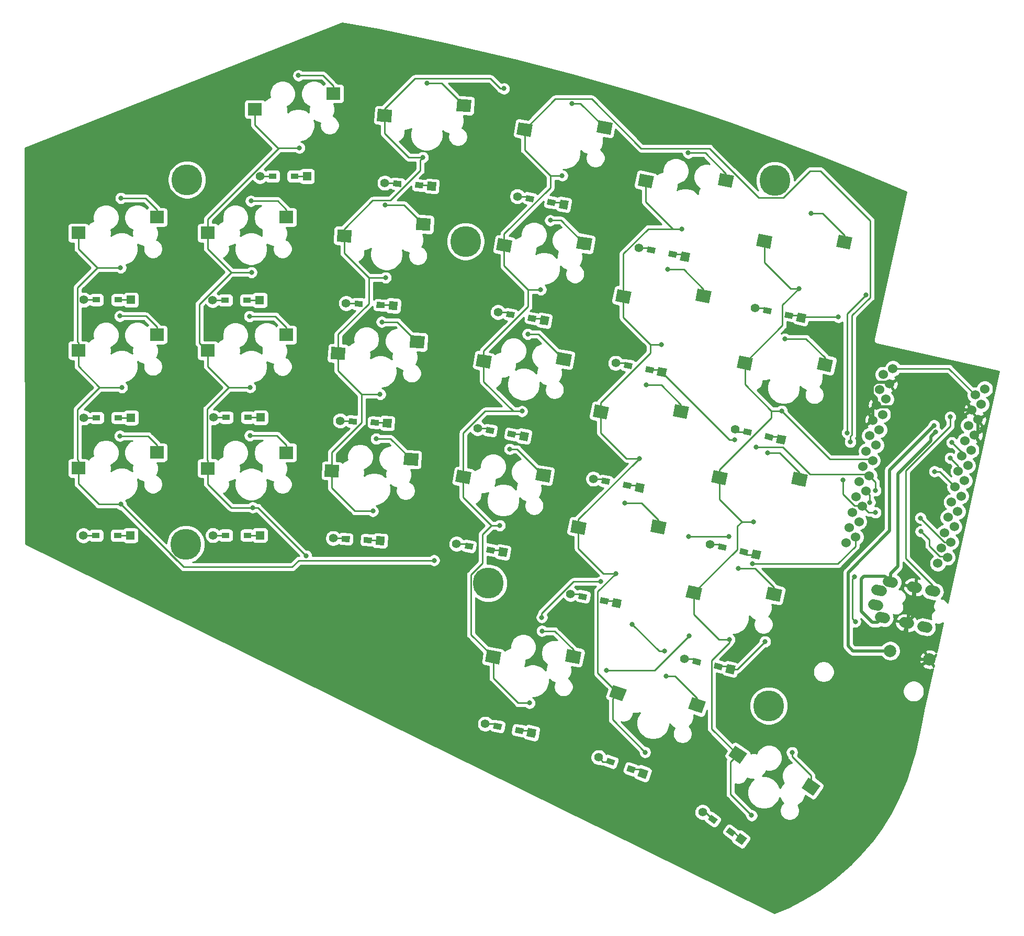
<source format=gbr>
G04 #@! TF.GenerationSoftware,KiCad,Pcbnew,(5.1.0)-1*
G04 #@! TF.CreationDate,2019-06-23T20:26:16+08:00*
G04 #@! TF.ProjectId,52Te_Rev,35325465-5f52-4657-962e-6b696361645f,rev?*
G04 #@! TF.SameCoordinates,Original*
G04 #@! TF.FileFunction,Copper,L2,Bot*
G04 #@! TF.FilePolarity,Positive*
%FSLAX46Y46*%
G04 Gerber Fmt 4.6, Leading zero omitted, Abs format (unit mm)*
G04 Created by KiCad (PCBNEW (5.1.0)-1) date 2019-06-23 20:26:16*
%MOMM*%
%LPD*%
G04 APERTURE LIST*
%ADD10C,2.000000*%
%ADD11C,0.100000*%
%ADD12R,2.300000X2.000000*%
%ADD13C,1.700000*%
%ADD14C,1.700000*%
%ADD15C,1.397000*%
%ADD16R,1.397000X1.397000*%
%ADD17R,1.300000X0.950000*%
%ADD18C,0.950000*%
%ADD19C,1.524000*%
%ADD20C,5.000000*%
%ADD21C,0.800000*%
%ADD22C,0.250000*%
%ADD23C,0.500000*%
%ADD24C,0.254000*%
G04 APERTURE END LIST*
D10*
X204244358Y-89973659D03*
D11*
G36*
X205550535Y-89188547D02*
G01*
X205203239Y-91158162D01*
X202938181Y-90758771D01*
X203285477Y-88789156D01*
X205550535Y-89188547D01*
X205550535Y-89188547D01*
G37*
D10*
X217192483Y-89677579D03*
D11*
G36*
X218498660Y-88892467D02*
G01*
X218151364Y-90862082D01*
X215886306Y-90462691D01*
X216233602Y-88493076D01*
X218498660Y-88892467D01*
X218498660Y-88892467D01*
G37*
D10*
X239894342Y-127776079D03*
D11*
G36*
X241233522Y-127048689D02*
G01*
X240800643Y-129001281D01*
X238555162Y-128503469D01*
X238988041Y-126550877D01*
X241233522Y-127048689D01*
X241233522Y-127048689D01*
G37*
D10*
X252843058Y-128045070D03*
D11*
G36*
X254182238Y-127317680D02*
G01*
X253749359Y-129270272D01*
X251503878Y-128772460D01*
X251936757Y-126819868D01*
X254182238Y-127317680D01*
X254182238Y-127317680D01*
G37*
D10*
X232127391Y-183208289D03*
D11*
G36*
X233550058Y-182661920D02*
G01*
X232866017Y-184541305D01*
X230704724Y-183754658D01*
X231388765Y-181875273D01*
X233550058Y-182661920D01*
X233550058Y-182661920D01*
G37*
D10*
X219324564Y-181251452D03*
D11*
G36*
X220747231Y-180705083D02*
G01*
X220063190Y-182584468D01*
X217901897Y-181797821D01*
X218585938Y-179918436D01*
X220747231Y-180705083D01*
X220747231Y-180705083D01*
G37*
D12*
X144730000Y-104190000D03*
X132030000Y-106730000D03*
D13*
X263437444Y-163211932D03*
D14*
X263827962Y-163298508D02*
X263046926Y-163125356D01*
D13*
X261063953Y-166987716D03*
D14*
X261454471Y-167074292D02*
X260673435Y-166901140D01*
D13*
X270271516Y-164727010D03*
D14*
X270662034Y-164813586D02*
X269880998Y-164640434D01*
D13*
X267342628Y-164077691D03*
D14*
X267733146Y-164164267D02*
X266952110Y-163991115D01*
D13*
X268983700Y-170535971D03*
D14*
X269374218Y-170622547D02*
X268593182Y-170449395D01*
D13*
X266054812Y-169886652D03*
D14*
X266445330Y-169973228D02*
X265664294Y-169800076D01*
D13*
X262149628Y-169020894D03*
D14*
X262540146Y-169107470D02*
X261759110Y-168934318D01*
D13*
X261594230Y-164595791D03*
D14*
X261984748Y-164682367D02*
X261203712Y-164509215D01*
D15*
X132920000Y-117570000D03*
D16*
X140540000Y-117570000D03*
D17*
X138505000Y-117570000D03*
X134955000Y-117570000D03*
X134975000Y-136640000D03*
X138525000Y-136640000D03*
D16*
X140560000Y-136640000D03*
D15*
X132940000Y-136640000D03*
X132850000Y-155710000D03*
D16*
X140470000Y-155710000D03*
D17*
X138435000Y-155710000D03*
X134885000Y-155710000D03*
D15*
X161410000Y-97550000D03*
D16*
X169030000Y-97550000D03*
D17*
X166995000Y-97550000D03*
X163445000Y-97550000D03*
X155805000Y-117610000D03*
X159355000Y-117610000D03*
D16*
X161390000Y-117610000D03*
D15*
X153770000Y-117610000D03*
X153890000Y-136610000D03*
D16*
X161510000Y-136610000D03*
D17*
X159475000Y-136610000D03*
X155925000Y-136610000D03*
D15*
X153810000Y-155680000D03*
D16*
X161430000Y-155680000D03*
D17*
X159395000Y-155680000D03*
X155845000Y-155680000D03*
D18*
X183649324Y-98766182D03*
D11*
G36*
X184330875Y-98337681D02*
G01*
X184264606Y-99285367D01*
X182967773Y-99194683D01*
X183034042Y-98246997D01*
X184330875Y-98337681D01*
X184330875Y-98337681D01*
G37*
D18*
X187190676Y-99013818D03*
D11*
G36*
X187872227Y-98585317D02*
G01*
X187805958Y-99533003D01*
X186509125Y-99442319D01*
X186575394Y-98494633D01*
X187872227Y-98585317D01*
X187872227Y-98585317D01*
G37*
D15*
X189220719Y-99155772D03*
D11*
G36*
X189966242Y-98507698D02*
G01*
X189868793Y-99901295D01*
X188475196Y-99803846D01*
X188572645Y-98410249D01*
X189966242Y-98507698D01*
X189966242Y-98507698D01*
G37*
D15*
X181619281Y-98624228D03*
X175365221Y-118110600D03*
X182974779Y-118509400D03*
D11*
G36*
X183708878Y-117848414D02*
G01*
X183635765Y-119243499D01*
X182240680Y-119170386D01*
X182313793Y-117775301D01*
X183708878Y-117848414D01*
X183708878Y-117848414D01*
G37*
D18*
X180942567Y-118402896D03*
D11*
G36*
X181616536Y-117962565D02*
G01*
X181566817Y-118911263D01*
X180268598Y-118843227D01*
X180318317Y-117894529D01*
X181616536Y-117962565D01*
X181616536Y-117962565D01*
G37*
D18*
X177397433Y-118217104D03*
D11*
G36*
X178071402Y-117776773D02*
G01*
X178021683Y-118725471D01*
X176723464Y-118657435D01*
X176773183Y-117708737D01*
X178071402Y-117776773D01*
X178071402Y-117776773D01*
G37*
D18*
X176447433Y-137237104D03*
D11*
G36*
X177121402Y-136796773D02*
G01*
X177071683Y-137745471D01*
X175773464Y-137677435D01*
X175823183Y-136728737D01*
X177121402Y-136796773D01*
X177121402Y-136796773D01*
G37*
D18*
X179992567Y-137422896D03*
D11*
G36*
X180666536Y-136982565D02*
G01*
X180616817Y-137931263D01*
X179318598Y-137863227D01*
X179368317Y-136914529D01*
X180666536Y-136982565D01*
X180666536Y-136982565D01*
G37*
D15*
X182024779Y-137529400D03*
D11*
G36*
X182758878Y-136868414D02*
G01*
X182685765Y-138263499D01*
X181290680Y-138190386D01*
X181363793Y-136795301D01*
X182758878Y-136868414D01*
X182758878Y-136868414D01*
G37*
D15*
X174415221Y-137130600D03*
D18*
X175297433Y-156267104D03*
D11*
G36*
X175971402Y-155826773D02*
G01*
X175921683Y-156775471D01*
X174623464Y-156707435D01*
X174673183Y-155758737D01*
X175971402Y-155826773D01*
X175971402Y-155826773D01*
G37*
D18*
X178842567Y-156452896D03*
D11*
G36*
X179516536Y-156012565D02*
G01*
X179466817Y-156961263D01*
X178168598Y-156893227D01*
X178218317Y-155944529D01*
X179516536Y-156012565D01*
X179516536Y-156012565D01*
G37*
D15*
X180874779Y-156559400D03*
D11*
G36*
X181608878Y-155898414D02*
G01*
X181535765Y-157293499D01*
X180140680Y-157220386D01*
X180213793Y-155825301D01*
X181608878Y-155898414D01*
X181608878Y-155898414D01*
G37*
D15*
X173265221Y-156160600D03*
X203067880Y-100808400D03*
X210572120Y-102131600D03*
D11*
G36*
X211381301Y-101565005D02*
G01*
X211138715Y-102940781D01*
X209762939Y-102698195D01*
X210005525Y-101322419D01*
X211381301Y-101565005D01*
X211381301Y-101565005D01*
G37*
D18*
X208568034Y-101778226D03*
D11*
G36*
X209290642Y-101423314D02*
G01*
X209125676Y-102358881D01*
X207845426Y-102133138D01*
X208010392Y-101197571D01*
X209290642Y-101423314D01*
X209290642Y-101423314D01*
G37*
D18*
X205071966Y-101161774D03*
D11*
G36*
X205794574Y-100806862D02*
G01*
X205629608Y-101742429D01*
X204349358Y-101516686D01*
X204514324Y-100581119D01*
X205794574Y-100806862D01*
X205794574Y-100806862D01*
G37*
D18*
X201930000Y-119930000D03*
D11*
G36*
X202652608Y-119575088D02*
G01*
X202487642Y-120510655D01*
X201207392Y-120284912D01*
X201372358Y-119349345D01*
X202652608Y-119575088D01*
X202652608Y-119575088D01*
G37*
D18*
X205426068Y-120546452D03*
D11*
G36*
X206148676Y-120191540D02*
G01*
X205983710Y-121127107D01*
X204703460Y-120901364D01*
X204868426Y-119965797D01*
X206148676Y-120191540D01*
X206148676Y-120191540D01*
G37*
D15*
X207430154Y-120899826D03*
D11*
G36*
X208239335Y-120333231D02*
G01*
X207996749Y-121709007D01*
X206620973Y-121466421D01*
X206863559Y-120090645D01*
X208239335Y-120333231D01*
X208239335Y-120333231D01*
G37*
D15*
X199925914Y-119576626D03*
X196627880Y-138338400D03*
X204132120Y-139661600D03*
D11*
G36*
X204941301Y-139095005D02*
G01*
X204698715Y-140470781D01*
X203322939Y-140228195D01*
X203565525Y-138852419D01*
X204941301Y-139095005D01*
X204941301Y-139095005D01*
G37*
D18*
X202128034Y-139308226D03*
D11*
G36*
X202850642Y-138953314D02*
G01*
X202685676Y-139888881D01*
X201405426Y-139663138D01*
X201570392Y-138727571D01*
X202850642Y-138953314D01*
X202850642Y-138953314D01*
G37*
D18*
X198631966Y-138691774D03*
D11*
G36*
X199354574Y-138336862D02*
G01*
X199189608Y-139272429D01*
X197909358Y-139046686D01*
X198074324Y-138111119D01*
X199354574Y-138336862D01*
X199354574Y-138336862D01*
G37*
D15*
X193227880Y-157088400D03*
X200732120Y-158411600D03*
D11*
G36*
X201541301Y-157845005D02*
G01*
X201298715Y-159220781D01*
X199922939Y-158978195D01*
X200165525Y-157602419D01*
X201541301Y-157845005D01*
X201541301Y-157845005D01*
G37*
D18*
X198728034Y-158058226D03*
D11*
G36*
X199450642Y-157703314D02*
G01*
X199285676Y-158638881D01*
X198005426Y-158413138D01*
X198170392Y-157477571D01*
X199450642Y-157703314D01*
X199450642Y-157703314D01*
G37*
D18*
X195231966Y-157441774D03*
D11*
G36*
X195954574Y-157086862D02*
G01*
X195789608Y-158022429D01*
X194509358Y-157796686D01*
X194674324Y-156861119D01*
X195954574Y-157086862D01*
X195954574Y-157086862D01*
G37*
D18*
X199877612Y-186611314D03*
D11*
G36*
X200606304Y-186269067D02*
G01*
X200425035Y-187201613D01*
X199148920Y-186953561D01*
X199330189Y-186021015D01*
X200606304Y-186269067D01*
X200606304Y-186269067D01*
G37*
D18*
X203362388Y-187288686D03*
D11*
G36*
X204091080Y-186946439D02*
G01*
X203909811Y-187878985D01*
X202633696Y-187630933D01*
X202814965Y-186698387D01*
X204091080Y-186946439D01*
X204091080Y-186946439D01*
G37*
D15*
X205360000Y-187676982D03*
D11*
G36*
X206178947Y-187124595D02*
G01*
X205912387Y-188495929D01*
X204541053Y-188229369D01*
X204807613Y-186858035D01*
X206178947Y-187124595D01*
X206178947Y-187124595D01*
G37*
D15*
X197880000Y-186223018D03*
D18*
X224717612Y-109521314D03*
D11*
G36*
X225446304Y-109179067D02*
G01*
X225265035Y-110111613D01*
X223988920Y-109863561D01*
X224170189Y-108931015D01*
X225446304Y-109179067D01*
X225446304Y-109179067D01*
G37*
D18*
X228202388Y-110198686D03*
D11*
G36*
X228931080Y-109856439D02*
G01*
X228749811Y-110788985D01*
X227473696Y-110540933D01*
X227654965Y-109608387D01*
X228931080Y-109856439D01*
X228931080Y-109856439D01*
G37*
D15*
X230200000Y-110586982D03*
D11*
G36*
X231018947Y-110034595D02*
G01*
X230752387Y-111405929D01*
X229381053Y-111139369D01*
X229647613Y-109768035D01*
X231018947Y-110034595D01*
X231018947Y-110034595D01*
G37*
D15*
X222720000Y-109133018D03*
X218970000Y-127803018D03*
X226450000Y-129256982D03*
D11*
G36*
X227268947Y-128704595D02*
G01*
X227002387Y-130075929D01*
X225631053Y-129809369D01*
X225897613Y-128438035D01*
X227268947Y-128704595D01*
X227268947Y-128704595D01*
G37*
D18*
X224452388Y-128868686D03*
D11*
G36*
X225181080Y-128526439D02*
G01*
X224999811Y-129458985D01*
X223723696Y-129210933D01*
X223904965Y-128278387D01*
X225181080Y-128526439D01*
X225181080Y-128526439D01*
G37*
D18*
X220967612Y-128191314D03*
D11*
G36*
X221696304Y-127849067D02*
G01*
X221515035Y-128781613D01*
X220238920Y-128533561D01*
X220420189Y-127601015D01*
X221696304Y-127849067D01*
X221696304Y-127849067D01*
G37*
D18*
X217360000Y-146930000D03*
D11*
G36*
X218088692Y-146587753D02*
G01*
X217907423Y-147520299D01*
X216631308Y-147272247D01*
X216812577Y-146339701D01*
X218088692Y-146587753D01*
X218088692Y-146587753D01*
G37*
D18*
X220844776Y-147607372D03*
D11*
G36*
X221573468Y-147265125D02*
G01*
X221392199Y-148197671D01*
X220116084Y-147949619D01*
X220297353Y-147017073D01*
X221573468Y-147265125D01*
X221573468Y-147265125D01*
G37*
D15*
X222842388Y-147995668D03*
D11*
G36*
X223661335Y-147443281D02*
G01*
X223394775Y-148814615D01*
X222023441Y-148548055D01*
X222290001Y-147176721D01*
X223661335Y-147443281D01*
X223661335Y-147443281D01*
G37*
D15*
X215362388Y-146541704D03*
D18*
X213657612Y-165591314D03*
D11*
G36*
X214386304Y-165249067D02*
G01*
X214205035Y-166181613D01*
X212928920Y-165933561D01*
X213110189Y-165001015D01*
X214386304Y-165249067D01*
X214386304Y-165249067D01*
G37*
D18*
X217142388Y-166268686D03*
D11*
G36*
X217871080Y-165926439D02*
G01*
X217689811Y-166858985D01*
X216413696Y-166610933D01*
X216594965Y-165678387D01*
X217871080Y-165926439D01*
X217871080Y-165926439D01*
G37*
D15*
X219140000Y-166656982D03*
D11*
G36*
X219958947Y-166104595D02*
G01*
X219692387Y-167475929D01*
X218321053Y-167209369D01*
X218587613Y-165838035D01*
X219958947Y-166104595D01*
X219958947Y-166104595D01*
G37*
D15*
X211660000Y-165203018D03*
X216229771Y-191636903D03*
X223390229Y-194243097D03*
D11*
G36*
X224285505Y-193825623D02*
G01*
X223807703Y-195138373D01*
X222494953Y-194660571D01*
X222972755Y-193347821D01*
X224285505Y-193825623D01*
X224285505Y-193825623D01*
G37*
D18*
X221477954Y-193547086D03*
D11*
G36*
X222251214Y-193323045D02*
G01*
X221926295Y-194215753D01*
X220704694Y-193771127D01*
X221029613Y-192878419D01*
X222251214Y-193323045D01*
X222251214Y-193323045D01*
G37*
D18*
X218142046Y-192332914D03*
D11*
G36*
X218915306Y-192108873D02*
G01*
X218590387Y-193001581D01*
X217368786Y-192556955D01*
X217693705Y-191664247D01*
X218915306Y-192108873D01*
X218915306Y-192108873D01*
G37*
D15*
X241553258Y-118887855D03*
X249006742Y-120472145D03*
D11*
G36*
X249835204Y-119934135D02*
G01*
X249544752Y-121300607D01*
X248178280Y-121010155D01*
X248468732Y-119643683D01*
X249835204Y-119934135D01*
X249835204Y-119934135D01*
G37*
D18*
X247016212Y-120049043D03*
D11*
G36*
X247750766Y-119719565D02*
G01*
X247553250Y-120648806D01*
X246281658Y-120378521D01*
X246479174Y-119449280D01*
X247750766Y-119719565D01*
X247750766Y-119719565D01*
G37*
D18*
X243543788Y-119310957D03*
D11*
G36*
X244278342Y-118981479D02*
G01*
X244080826Y-119910720D01*
X242809234Y-119640435D01*
X243006750Y-118711194D01*
X244278342Y-118981479D01*
X244278342Y-118981479D01*
G37*
D18*
X240287075Y-138975820D03*
D11*
G36*
X241024476Y-138652765D02*
G01*
X240818859Y-139580246D01*
X239549674Y-139298875D01*
X239755291Y-138371394D01*
X241024476Y-138652765D01*
X241024476Y-138652765D01*
G37*
D18*
X243752925Y-139744180D03*
D11*
G36*
X244490326Y-139421125D02*
G01*
X244284709Y-140348606D01*
X243015524Y-140067235D01*
X243221141Y-139139754D01*
X244490326Y-139421125D01*
X244490326Y-139421125D01*
G37*
D15*
X245739688Y-140184635D03*
D11*
G36*
X246572814Y-139653875D02*
G01*
X246270448Y-141017761D01*
X244906562Y-140715395D01*
X245208928Y-139351509D01*
X246572814Y-139653875D01*
X246572814Y-139653875D01*
G37*
D15*
X238300312Y-138535365D03*
D18*
X236247075Y-157605820D03*
D11*
G36*
X236984476Y-157282765D02*
G01*
X236778859Y-158210246D01*
X235509674Y-157928875D01*
X235715291Y-157001394D01*
X236984476Y-157282765D01*
X236984476Y-157282765D01*
G37*
D18*
X239712925Y-158374180D03*
D11*
G36*
X240450326Y-158051125D02*
G01*
X240244709Y-158978606D01*
X238975524Y-158697235D01*
X239181141Y-157769754D01*
X240450326Y-158051125D01*
X240450326Y-158051125D01*
G37*
D15*
X241699688Y-158814635D03*
D11*
G36*
X242532814Y-158283875D02*
G01*
X242230448Y-159647761D01*
X240866562Y-159345395D01*
X241168928Y-157981509D01*
X242532814Y-158283875D01*
X242532814Y-158283875D01*
G37*
D15*
X234260312Y-157165365D03*
X230117387Y-175711185D03*
X237556763Y-177360455D03*
D11*
G36*
X238389889Y-176829695D02*
G01*
X238087523Y-178193581D01*
X236723637Y-177891215D01*
X237026003Y-176527329D01*
X238389889Y-176829695D01*
X238389889Y-176829695D01*
G37*
D18*
X235570000Y-176920000D03*
D11*
G36*
X236307401Y-176596945D02*
G01*
X236101784Y-177524426D01*
X234832599Y-177243055D01*
X235038216Y-176315574D01*
X236307401Y-176596945D01*
X236307401Y-176596945D01*
G37*
D18*
X232104150Y-176151640D03*
D11*
G36*
X232841551Y-175828585D02*
G01*
X232635934Y-176756066D01*
X231366749Y-176474695D01*
X231572366Y-175547214D01*
X232841551Y-175828585D01*
X232841551Y-175828585D01*
G37*
D18*
X234696005Y-201681902D03*
D11*
G36*
X235500903Y-201665629D02*
G01*
X234956005Y-202443824D01*
X233891107Y-201698175D01*
X234436005Y-200919980D01*
X235500903Y-201665629D01*
X235500903Y-201665629D01*
G37*
D18*
X237603995Y-203718098D03*
D11*
G36*
X238408893Y-203701825D02*
G01*
X237863995Y-204480020D01*
X236799097Y-203734371D01*
X237343995Y-202956176D01*
X238408893Y-203701825D01*
X238408893Y-203701825D01*
G37*
D15*
X239270969Y-204885326D03*
D11*
G36*
X240243790Y-204713791D02*
G01*
X239442504Y-205858147D01*
X238298148Y-205056861D01*
X239099434Y-203912505D01*
X240243790Y-204713791D01*
X240243790Y-204713791D01*
G37*
D15*
X233029031Y-200514674D03*
D12*
X132030000Y-125760000D03*
X144730000Y-123220000D03*
X144730000Y-142280000D03*
X132030000Y-144820000D03*
X160610000Y-86710000D03*
X173310000Y-84170000D03*
X152980000Y-106730000D03*
X165680000Y-104190000D03*
X165680000Y-123240000D03*
X152980000Y-125780000D03*
X152980000Y-144840000D03*
X165680000Y-142300000D03*
D10*
X194423268Y-86090084D03*
D11*
G36*
X195640223Y-85172740D02*
G01*
X195500710Y-87167868D01*
X193206313Y-87007428D01*
X193345826Y-85012300D01*
X195640223Y-85172740D01*
X195640223Y-85172740D01*
G37*
D10*
X181577023Y-87737989D03*
D11*
G36*
X182793978Y-86820645D02*
G01*
X182654465Y-88815773D01*
X180360068Y-88655333D01*
X180499581Y-86660205D01*
X182793978Y-86820645D01*
X182793978Y-86820645D01*
G37*
D10*
X187860148Y-105335332D03*
D11*
G36*
X189060908Y-104396889D02*
G01*
X188956236Y-106394148D01*
X186659388Y-106273775D01*
X186764060Y-104276516D01*
X189060908Y-104396889D01*
X189060908Y-104396889D01*
G37*
D10*
X175044620Y-107207184D03*
D11*
G36*
X176245380Y-106268741D02*
G01*
X176140708Y-108266000D01*
X173843860Y-108145627D01*
X173948532Y-106148368D01*
X176245380Y-106268741D01*
X176245380Y-106268741D01*
G37*
D10*
X174054620Y-126237184D03*
D11*
G36*
X175255380Y-125298741D02*
G01*
X175150708Y-127296000D01*
X172853860Y-127175627D01*
X172958532Y-125178368D01*
X175255380Y-125298741D01*
X175255380Y-125298741D01*
G37*
D10*
X186870148Y-124365332D03*
D11*
G36*
X188070908Y-123426889D02*
G01*
X187966236Y-125424148D01*
X185669388Y-125303775D01*
X185774060Y-123306516D01*
X188070908Y-123426889D01*
X188070908Y-123426889D01*
G37*
D10*
X185870148Y-143385332D03*
D11*
G36*
X187070908Y-142446889D02*
G01*
X186966236Y-144444148D01*
X184669388Y-144323775D01*
X184774060Y-142326516D01*
X187070908Y-142446889D01*
X187070908Y-142446889D01*
G37*
D10*
X173054620Y-145257184D03*
D11*
G36*
X174255380Y-144318741D02*
G01*
X174150708Y-146316000D01*
X171853860Y-146195627D01*
X171958532Y-144198368D01*
X174255380Y-144318741D01*
X174255380Y-144318741D01*
G37*
D10*
X200934358Y-108723659D03*
D11*
G36*
X202240535Y-107938547D02*
G01*
X201893239Y-109908162D01*
X199628181Y-109508771D01*
X199975477Y-107539156D01*
X202240535Y-107938547D01*
X202240535Y-107938547D01*
G37*
D10*
X213882483Y-108427579D03*
D11*
G36*
X215188660Y-107642467D02*
G01*
X214841364Y-109612082D01*
X212576306Y-109212691D01*
X212923602Y-107243076D01*
X215188660Y-107642467D01*
X215188660Y-107642467D01*
G37*
D10*
X210572483Y-127187579D03*
D11*
G36*
X211878660Y-126402467D02*
G01*
X211531364Y-128372082D01*
X209266306Y-127972691D01*
X209613602Y-126003076D01*
X211878660Y-126402467D01*
X211878660Y-126402467D01*
G37*
D10*
X197624358Y-127483659D03*
D11*
G36*
X198930535Y-126698547D02*
G01*
X198583239Y-128668162D01*
X196318181Y-128268771D01*
X196665477Y-126299156D01*
X198930535Y-126698547D01*
X198930535Y-126698547D01*
G37*
D10*
X194324358Y-146243659D03*
D11*
G36*
X195630535Y-145458547D02*
G01*
X195283239Y-147428162D01*
X193018181Y-147028771D01*
X193365477Y-145059156D01*
X195630535Y-145458547D01*
X195630535Y-145458547D01*
G37*
D10*
X207272483Y-145947579D03*
D11*
G36*
X208578660Y-145162467D02*
G01*
X208231364Y-147132082D01*
X205966306Y-146732691D01*
X206313602Y-144763076D01*
X208578660Y-145162467D01*
X208578660Y-145162467D01*
G37*
D10*
X199160897Y-175391739D03*
D11*
G36*
X200480577Y-174629542D02*
G01*
X200098959Y-176592797D01*
X197841217Y-176153936D01*
X198222835Y-174190681D01*
X200480577Y-174629542D01*
X200480577Y-174629542D01*
G37*
D10*
X212112217Y-175321680D03*
D11*
G36*
X213431897Y-174559483D02*
G01*
X213050279Y-176522738D01*
X210792537Y-176083877D01*
X211174155Y-174120622D01*
X213431897Y-174559483D01*
X213431897Y-174559483D01*
G37*
D10*
X223850897Y-98301739D03*
D11*
G36*
X225170577Y-97539542D02*
G01*
X224788959Y-99502797D01*
X222531217Y-99063936D01*
X222912835Y-97100681D01*
X225170577Y-97539542D01*
X225170577Y-97539542D01*
G37*
D10*
X236802217Y-98231680D03*
D11*
G36*
X238121897Y-97469483D02*
G01*
X237740279Y-99432738D01*
X235482537Y-98993877D01*
X235864155Y-97030622D01*
X238121897Y-97469483D01*
X238121897Y-97469483D01*
G37*
D10*
X233172217Y-116931680D03*
D11*
G36*
X234491897Y-116169483D02*
G01*
X234110279Y-118132738D01*
X231852537Y-117693877D01*
X232234155Y-115730622D01*
X234491897Y-116169483D01*
X234491897Y-116169483D01*
G37*
D10*
X220220897Y-117001739D03*
D11*
G36*
X221540577Y-116239542D02*
G01*
X221158959Y-118202797D01*
X218901217Y-117763936D01*
X219282835Y-115800681D01*
X221540577Y-116239542D01*
X221540577Y-116239542D01*
G37*
D10*
X216580897Y-135701739D03*
D11*
G36*
X217900577Y-134939542D02*
G01*
X217518959Y-136902797D01*
X215261217Y-136463936D01*
X215642835Y-134500681D01*
X217900577Y-134939542D01*
X217900577Y-134939542D01*
G37*
D10*
X229532217Y-135631680D03*
D11*
G36*
X230851897Y-134869483D02*
G01*
X230470279Y-136832738D01*
X228212537Y-136393877D01*
X228594155Y-134430622D01*
X230851897Y-134869483D01*
X230851897Y-134869483D01*
G37*
D10*
X225902217Y-154331680D03*
D11*
G36*
X227221897Y-153569483D02*
G01*
X226840279Y-155532738D01*
X224582537Y-155093877D01*
X224964155Y-153130622D01*
X227221897Y-153569483D01*
X227221897Y-153569483D01*
G37*
D10*
X212950897Y-154401739D03*
D11*
G36*
X214270577Y-153639542D02*
G01*
X213888959Y-155602797D01*
X211631217Y-155163936D01*
X212012835Y-153200681D01*
X214270577Y-153639542D01*
X214270577Y-153639542D01*
G37*
D10*
X255979949Y-108216981D03*
D11*
G36*
X257312730Y-107477932D02*
G01*
X256896907Y-109434227D01*
X254647168Y-108956030D01*
X255062991Y-106999735D01*
X257312730Y-107477932D01*
X257312730Y-107477932D01*
G37*
D10*
X243029379Y-108060997D03*
D11*
G36*
X244362160Y-107321948D02*
G01*
X243946337Y-109278243D01*
X241696598Y-108800046D01*
X242112421Y-106843751D01*
X244362160Y-107321948D01*
X244362160Y-107321948D01*
G37*
D10*
X248723058Y-146645070D03*
D11*
G36*
X250062238Y-145917680D02*
G01*
X249629359Y-147870272D01*
X247383878Y-147372460D01*
X247816757Y-145419868D01*
X250062238Y-145917680D01*
X250062238Y-145917680D01*
G37*
D10*
X235774342Y-146376079D03*
D11*
G36*
X237113522Y-145648689D02*
G01*
X236680643Y-147601281D01*
X234435162Y-147103469D01*
X234868041Y-145150877D01*
X237113522Y-145648689D01*
X237113522Y-145648689D01*
G37*
D10*
X231644342Y-164976079D03*
D11*
G36*
X232983522Y-164248689D02*
G01*
X232550643Y-166201281D01*
X230305162Y-165703469D01*
X230738041Y-163750877D01*
X232983522Y-164248689D01*
X232983522Y-164248689D01*
G37*
D10*
X244593058Y-165245070D03*
D11*
G36*
X245932238Y-164517680D02*
G01*
X245499359Y-166470272D01*
X243253878Y-165972460D01*
X243686757Y-164019868D01*
X245932238Y-164517680D01*
X245932238Y-164517680D01*
G37*
D10*
X250565878Y-196415327D03*
D11*
G36*
X252081479Y-196255788D02*
G01*
X250934326Y-197894092D01*
X249050277Y-196574866D01*
X250197430Y-194936562D01*
X252081479Y-196255788D01*
X252081479Y-196255788D01*
G37*
D10*
X238705763Y-191211553D03*
D11*
G36*
X240221364Y-191052014D02*
G01*
X239074211Y-192690318D01*
X237190162Y-191371092D01*
X238337315Y-189732788D01*
X240221364Y-191052014D01*
X240221364Y-191052014D01*
G37*
D10*
X263417038Y-174396571D03*
X269762962Y-175803429D03*
D19*
X263839300Y-128688124D03*
X263289544Y-131167916D03*
X262739787Y-133647707D03*
X262190030Y-136127499D03*
X261640274Y-138607291D03*
X261090517Y-141087083D03*
X260540761Y-143566875D03*
X259991004Y-146046667D03*
X259441247Y-148526459D03*
X258891491Y-151006249D03*
X258341734Y-153486042D03*
X257791977Y-155965834D03*
X272651203Y-159260045D03*
X273200959Y-156780253D03*
X273750716Y-154300461D03*
X274300474Y-151820670D03*
X274850229Y-149340878D03*
X275399986Y-146861086D03*
X275949742Y-144381294D03*
X276499499Y-141901502D03*
X277049256Y-139421710D03*
X277599012Y-136941918D03*
X278148769Y-134462127D03*
X278698525Y-131982335D03*
X262269463Y-129640934D03*
X261719706Y-132120726D03*
X261169950Y-134600518D03*
X260620193Y-137080310D03*
X260070436Y-139560102D03*
X259520680Y-142039893D03*
X258970923Y-144519685D03*
X258421167Y-146999477D03*
X257871410Y-149479269D03*
X257321653Y-151959061D03*
X256771897Y-154438853D03*
X256222140Y-156918645D03*
X271100891Y-160217184D03*
X271650648Y-157737392D03*
X272200404Y-155257601D03*
X272750161Y-152777809D03*
X273299918Y-150298017D03*
X273849674Y-147818225D03*
X274399431Y-145338433D03*
X274949188Y-142858641D03*
X275498944Y-140378849D03*
X276048701Y-137899058D03*
X276598457Y-135419266D03*
X277148214Y-132939474D03*
D20*
X149610000Y-98110000D03*
X149430000Y-157130000D03*
X194690000Y-108100000D03*
X198360000Y-163430000D03*
X243740000Y-183280000D03*
X244720000Y-98230000D03*
D21*
X238217725Y-140213134D03*
X230760000Y-155860000D03*
X237300000Y-155860000D03*
X268290000Y-152890000D03*
X243160000Y-172880000D03*
X221630000Y-170070000D03*
X226920000Y-174460000D03*
X255010000Y-120360000D03*
X268332347Y-155047653D03*
X257640000Y-162360000D03*
X257750000Y-169670000D03*
X270750000Y-138970000D03*
X273110000Y-136520000D03*
X138860000Y-112350000D03*
X139070000Y-131750000D03*
X138910000Y-150660000D03*
X207030000Y-168980000D03*
X216580000Y-163200000D03*
X241100000Y-160320000D03*
X189590000Y-159740000D03*
X160050000Y-113120000D03*
X159820000Y-131730000D03*
X167790000Y-92950000D03*
X160230000Y-151190000D03*
X168880000Y-159010000D03*
X230842387Y-171930000D03*
X217510000Y-177530000D03*
X261027347Y-151990000D03*
X179700000Y-151770000D03*
X180860000Y-132850000D03*
X181750000Y-113960000D03*
X187760000Y-94490000D03*
X256450000Y-139090000D03*
X259450000Y-116800000D03*
X255720000Y-146710000D03*
X200900000Y-83350000D03*
X260110000Y-150338460D03*
X210330000Y-97440000D03*
X206850000Y-115910000D03*
X200200000Y-154100000D03*
X203830000Y-135600000D03*
X205020000Y-182840000D03*
X256930000Y-140570000D03*
X218990000Y-161860000D03*
X222800000Y-143250000D03*
X229690000Y-106080000D03*
X226360000Y-124790000D03*
X223730000Y-190810000D03*
X241710000Y-141380000D03*
X261027347Y-148440000D03*
X248620000Y-115750000D03*
X245840000Y-135560000D03*
X241260000Y-153490000D03*
X237380000Y-172540000D03*
X240980000Y-201040000D03*
X270550000Y-145350000D03*
X270490000Y-137899058D03*
X273370000Y-140650000D03*
X273090000Y-143170000D03*
X138930000Y-101090000D03*
X138750000Y-120190000D03*
X138760000Y-139590000D03*
X167660000Y-81230000D03*
X159960000Y-101550000D03*
X159730000Y-120220000D03*
X159790000Y-139530000D03*
X188470000Y-82470000D03*
X181700000Y-102200000D03*
X181130000Y-121140000D03*
X180230000Y-140070000D03*
X211930000Y-85780000D03*
X208390000Y-104690000D03*
X204750000Y-123100000D03*
X201840000Y-141720000D03*
X207060000Y-171170000D03*
X230720000Y-93770000D03*
X227380000Y-112630000D03*
X223910000Y-131320000D03*
X220410000Y-150470000D03*
X227170000Y-178510000D03*
X250560000Y-103600000D03*
X246330000Y-123860000D03*
X243530000Y-142300000D03*
X238820000Y-161050000D03*
X247520000Y-190830000D03*
D22*
X138505000Y-117570000D02*
X140540000Y-117570000D01*
X159355000Y-117610000D02*
X161390000Y-117610000D01*
X182868275Y-118402896D02*
X182974779Y-118509400D01*
X180942567Y-118402896D02*
X182868275Y-118402896D01*
X207076778Y-120546452D02*
X207430152Y-120899826D01*
X205426068Y-120546452D02*
X207076778Y-120546452D01*
X226061704Y-128868686D02*
X226450000Y-129256982D01*
X224452388Y-128868686D02*
X226061704Y-128868686D01*
X245299233Y-139744180D02*
X245739688Y-140184635D01*
X243752925Y-139744180D02*
X245299233Y-139744180D01*
X237406152Y-140213134D02*
X226450000Y-129256982D01*
X238217725Y-140213134D02*
X237406152Y-140213134D01*
X138525000Y-136640000D02*
X140560000Y-136640000D01*
X159475000Y-136610000D02*
X161510000Y-136610000D01*
X181918275Y-137422896D02*
X182024779Y-137529400D01*
X179992567Y-137422896D02*
X181918275Y-137422896D01*
X203778744Y-139308226D02*
X204132118Y-139661600D01*
X202128034Y-139308226D02*
X203778744Y-139308226D01*
X222454092Y-147607372D02*
X222842388Y-147995668D01*
X220844776Y-147607372D02*
X222454092Y-147607372D01*
X240153380Y-158814635D02*
X239712925Y-158374180D01*
X241699688Y-158814635D02*
X240153380Y-158814635D01*
X230760000Y-155860000D02*
X237300000Y-155860000D01*
X273200959Y-156780253D02*
X272180253Y-156780253D01*
X272180253Y-156780253D02*
X268290000Y-152890000D01*
X138435000Y-155710000D02*
X140470000Y-155710000D01*
X159395000Y-155680000D02*
X161430000Y-155680000D01*
X180768275Y-156452896D02*
X180874779Y-156559400D01*
X178842567Y-156452896D02*
X180768275Y-156452896D01*
X200378744Y-158058226D02*
X200732118Y-158411600D01*
X198728034Y-158058226D02*
X200378744Y-158058226D01*
X218751704Y-166268686D02*
X219140000Y-166656982D01*
X217142388Y-166268686D02*
X218751704Y-166268686D01*
X237116308Y-176920000D02*
X237556763Y-177360455D01*
X235570000Y-176920000D02*
X237116308Y-176920000D01*
X238679545Y-177360455D02*
X237556763Y-177360455D01*
X243160000Y-172880000D02*
X238679545Y-177360455D01*
X221630000Y-170070000D02*
X226020000Y-174460000D01*
X226020000Y-174460000D02*
X226920000Y-174460000D01*
X258661690Y-147240000D02*
X258421167Y-146999477D01*
X166995000Y-97550000D02*
X169030000Y-97550000D01*
X189078765Y-99013818D02*
X189220719Y-99155772D01*
X187190676Y-99013818D02*
X189078765Y-99013818D01*
X210218744Y-101778226D02*
X210572118Y-102131600D01*
X208568034Y-101778226D02*
X210218744Y-101778226D01*
X229811704Y-110198686D02*
X230200000Y-110586982D01*
X228202388Y-110198686D02*
X229811704Y-110198686D01*
X248583641Y-120049043D02*
X249006742Y-120472144D01*
X247016212Y-120049043D02*
X248583641Y-120049043D01*
X249118886Y-120360000D02*
X249006742Y-120472144D01*
X255010000Y-120360000D02*
X249118886Y-120360000D01*
X271434677Y-159130183D02*
X269690000Y-157385506D01*
X272651203Y-159260045D02*
X272521341Y-159130183D01*
X272521341Y-159130183D02*
X271434677Y-159130183D01*
X269690000Y-157385506D02*
X269690000Y-156405306D01*
X269690000Y-156405306D02*
X268332347Y-155047653D01*
X204971704Y-187288686D02*
X205360000Y-187676982D01*
X203362388Y-187288686D02*
X204971704Y-187288686D01*
X221477954Y-193547086D02*
X222694218Y-193547086D01*
X222694218Y-193547086D02*
X223390229Y-194243097D01*
X238103741Y-203718098D02*
X239270969Y-204885326D01*
X237603995Y-203718098D02*
X238103741Y-203718098D01*
X257640000Y-162360000D02*
X257240001Y-162759999D01*
X257240001Y-162759999D02*
X257240001Y-169160001D01*
X257240001Y-169160001D02*
X257750000Y-169670000D01*
D23*
X261376104Y-169794418D02*
X260534418Y-169794418D01*
X262149628Y-169020894D02*
X261376104Y-169794418D01*
X260534418Y-169794418D02*
X258720000Y-167980000D01*
X258720000Y-167980000D02*
X258720000Y-162750000D01*
X262548588Y-162323076D02*
X263437444Y-163211932D01*
X259146924Y-162323076D02*
X262548588Y-162323076D01*
X258720000Y-162750000D02*
X259146924Y-162323076D01*
X263437444Y-161921932D02*
X263437444Y-163211932D01*
X269970000Y-139750000D02*
X269970000Y-140378849D01*
X270750000Y-138970000D02*
X269970000Y-139750000D01*
X269970000Y-140378849D02*
X264610208Y-145738641D01*
X264610208Y-145738641D02*
X264620968Y-145749401D01*
X264620968Y-145749401D02*
X264620968Y-160738408D01*
X264620968Y-160738408D02*
X263437444Y-161921932D01*
X277599012Y-136941918D02*
X277599012Y-136419821D01*
X277599012Y-138871954D02*
X277049256Y-139421710D01*
X277599012Y-136941918D02*
X277599012Y-138871954D01*
X261429140Y-134859708D02*
X261169950Y-134600518D01*
X274961269Y-134859708D02*
X261429140Y-134859708D01*
X275520827Y-135419266D02*
X274961269Y-134859708D01*
X276598457Y-135419266D02*
X275520827Y-135419266D01*
X263030353Y-130908725D02*
X263289544Y-131167916D01*
X261137945Y-130908725D02*
X263030353Y-130908725D01*
X260507705Y-131538965D02*
X261137945Y-130908725D01*
X260507705Y-132860643D02*
X260507705Y-131538965D01*
X261169950Y-133522888D02*
X260507705Y-132860643D01*
X261169950Y-134600518D02*
X261169950Y-133522888D01*
X260620193Y-135150275D02*
X260620193Y-137080310D01*
X261169950Y-134600518D02*
X260620193Y-135150275D01*
X266054812Y-173509492D02*
X266054812Y-169886652D01*
X268348749Y-175803429D02*
X266054812Y-173509492D01*
X269762962Y-175803429D02*
X268348749Y-175803429D01*
X267342628Y-168598836D02*
X267342628Y-164077691D01*
X266054812Y-169886652D02*
X267342628Y-168598836D01*
D22*
X273110000Y-138052035D02*
X273110000Y-136520000D01*
X265940000Y-145222035D02*
X273110000Y-138052035D01*
X265940000Y-159424858D02*
X265940000Y-145222035D01*
X270271516Y-163756374D02*
X265940000Y-159424858D01*
X270271516Y-164727010D02*
X270271516Y-163756374D01*
X135102998Y-112350000D02*
X138860000Y-112350000D01*
X132030000Y-106730000D02*
X132030000Y-109277002D01*
X132030000Y-109277002D02*
X135102998Y-112350000D01*
X135472998Y-131750000D02*
X139070000Y-131750000D01*
X132030000Y-125760000D02*
X132030000Y-128307002D01*
X132030000Y-128307002D02*
X135472998Y-131750000D01*
X135322998Y-150660000D02*
X138910000Y-150660000D01*
X132030000Y-144820000D02*
X132030000Y-147367002D01*
X132030000Y-147367002D02*
X135322998Y-150660000D01*
X132030000Y-124510000D02*
X132030000Y-125760000D01*
X131896499Y-124376499D02*
X132030000Y-124510000D01*
X131896499Y-115556499D02*
X131896499Y-124376499D01*
X135102998Y-112350000D02*
X131896499Y-115556499D01*
X132030000Y-143570000D02*
X132030000Y-144820000D01*
X131916499Y-143456499D02*
X132030000Y-143570000D01*
X131916499Y-135306499D02*
X131916499Y-143456499D01*
X135472998Y-131750000D02*
X131916499Y-135306499D01*
X138910000Y-150660000D02*
X147990000Y-159740000D01*
X212148236Y-163200000D02*
X216580000Y-163200000D01*
X207030000Y-168980000D02*
X207030000Y-168318236D01*
X207030000Y-168318236D02*
X212148236Y-163200000D01*
X241100000Y-160320000D02*
X254940000Y-160320000D01*
X257791977Y-157468023D02*
X257791977Y-155965834D01*
X254940000Y-160320000D02*
X257791977Y-157468023D01*
X149070000Y-160820000D02*
X138910000Y-150660000D01*
X166626998Y-160820000D02*
X149070000Y-160820000D01*
X167706998Y-159740000D02*
X166626998Y-160820000D01*
X167706998Y-159740000D02*
X189590000Y-159740000D01*
X156822998Y-113120000D02*
X160050000Y-113120000D01*
X152980000Y-106730000D02*
X152980000Y-109277002D01*
X152980000Y-109277002D02*
X156822998Y-113120000D01*
X156382998Y-131730000D02*
X159820000Y-131730000D01*
X152980000Y-125780000D02*
X152980000Y-128327002D01*
X152980000Y-128327002D02*
X156382998Y-131730000D01*
X164302998Y-92950000D02*
X167790000Y-92950000D01*
X160610000Y-86710000D02*
X160610000Y-89257002D01*
X160610000Y-89257002D02*
X164302998Y-92950000D01*
X156782998Y-151190000D02*
X160230000Y-151190000D01*
X152980000Y-144840000D02*
X152980000Y-147387002D01*
X152980000Y-147387002D02*
X156782998Y-151190000D01*
X152980000Y-143590000D02*
X152980000Y-144840000D01*
X152866499Y-143476499D02*
X152980000Y-143590000D01*
X152866499Y-135246499D02*
X152866499Y-143476499D01*
X156382998Y-131730000D02*
X152866499Y-135246499D01*
X152830000Y-125780000D02*
X152980000Y-125780000D01*
X151580000Y-124530000D02*
X152830000Y-125780000D01*
X151580000Y-118285218D02*
X151580000Y-124530000D01*
X156745218Y-113120000D02*
X151580000Y-118285218D01*
X156822998Y-113120000D02*
X156745218Y-113120000D01*
X161060000Y-151190000D02*
X160230000Y-151190000D01*
X168880000Y-159010000D02*
X161060000Y-151190000D01*
X152980000Y-104465218D02*
X152980000Y-106730000D01*
X164495218Y-92950000D02*
X152980000Y-104465218D01*
X167790000Y-92950000D02*
X164495218Y-92950000D01*
X230842387Y-171930000D02*
X225242387Y-177530000D01*
X225242387Y-177530000D02*
X217510000Y-177530000D01*
X259875241Y-151990000D02*
X258891491Y-151006250D01*
X261027347Y-151990000D02*
X259875241Y-151990000D01*
X176785827Y-151770000D02*
X179700000Y-151770000D01*
X173054620Y-145257184D02*
X173054620Y-148038793D01*
X173054620Y-148038793D02*
X176785827Y-151770000D01*
X177885827Y-132850000D02*
X180860000Y-132850000D01*
X174054620Y-126237184D02*
X174054620Y-129018793D01*
X174054620Y-129018793D02*
X177885827Y-132850000D01*
X179015827Y-113960000D02*
X181750000Y-113960000D01*
X175044620Y-107207184D02*
X175044620Y-109988793D01*
X175044620Y-109988793D02*
X179015827Y-113960000D01*
X185469736Y-94490000D02*
X187760000Y-94490000D01*
X181577023Y-87737989D02*
X181577023Y-90597287D01*
X181577023Y-90597287D02*
X185469736Y-94490000D01*
X173054620Y-142222169D02*
X173054620Y-145257184D01*
X177885827Y-137390962D02*
X173054620Y-142222169D01*
X177885827Y-132850000D02*
X177885827Y-137390962D01*
X174054620Y-123152169D02*
X174054620Y-126237184D01*
X179015827Y-118190962D02*
X174054620Y-123152169D01*
X179015827Y-113960000D02*
X179015827Y-118190962D01*
X256450000Y-139090000D02*
X256450000Y-119800000D01*
X256450000Y-119800000D02*
X259450000Y-116800000D01*
X258891491Y-151006250D02*
X258451511Y-150566270D01*
X258757301Y-150872060D02*
X258891491Y-151006250D01*
X257582060Y-150872060D02*
X258757301Y-150872060D01*
X255720000Y-149010000D02*
X257582060Y-150872060D01*
X255720000Y-146710000D02*
X255720000Y-149010000D01*
X175044620Y-106105812D02*
X175044620Y-107207184D01*
X179675433Y-101474999D02*
X175044620Y-106105812D01*
X182534609Y-101474999D02*
X179675433Y-101474999D01*
X187360001Y-96649607D02*
X182534609Y-101474999D01*
X187360001Y-94889999D02*
X187360001Y-96649607D01*
X187760000Y-94490000D02*
X187360001Y-94889999D01*
X181577023Y-86635548D02*
X181577023Y-87737989D01*
X186467572Y-81744999D02*
X181577023Y-86635548D01*
X198729314Y-81744999D02*
X186467572Y-81744999D01*
X200334315Y-83350000D02*
X198729314Y-81744999D01*
X200900000Y-83350000D02*
X200334315Y-83350000D01*
X259927999Y-148526459D02*
X259441247Y-148526459D01*
X260110000Y-149195212D02*
X259441247Y-148526459D01*
X260110000Y-150338460D02*
X260110000Y-149195212D01*
X208392308Y-97440000D02*
X210330000Y-97440000D01*
X204244358Y-89973659D02*
X204244358Y-93292050D01*
X204802308Y-115910000D02*
X206850000Y-115910000D01*
X200934358Y-108723659D02*
X200934358Y-112042050D01*
X200934358Y-112042050D02*
X204802308Y-115910000D01*
X198862308Y-154100000D02*
X200200000Y-154100000D01*
X194324358Y-146243659D02*
X194324358Y-149562050D01*
X194324358Y-149562050D02*
X198862308Y-154100000D01*
X197624358Y-125833573D02*
X197624358Y-127483659D01*
X204802308Y-118655623D02*
X197624358Y-125833573D01*
X204802308Y-115910000D02*
X204802308Y-118655623D01*
X204244358Y-93292050D02*
X208392308Y-97440000D01*
X202422308Y-135600000D02*
X203830000Y-135600000D01*
X197624358Y-127483659D02*
X197624358Y-130802050D01*
X197624358Y-130802050D02*
X202422308Y-135600000D01*
X194324358Y-139127142D02*
X194324358Y-146243659D01*
X197851500Y-135600000D02*
X194324358Y-139127142D01*
X202422308Y-135600000D02*
X197851500Y-135600000D01*
X203215642Y-182840000D02*
X205020000Y-182840000D01*
X199160897Y-175391739D02*
X199160897Y-178785255D01*
X199160897Y-178785255D02*
X203215642Y-182840000D01*
X200934358Y-106897313D02*
X200934358Y-108723659D01*
X208392308Y-99439363D02*
X200934358Y-106897313D01*
X208392308Y-97440000D02*
X208392308Y-99439363D01*
X215120827Y-85054999D02*
X209163018Y-85054999D01*
X223110827Y-93044999D02*
X215120827Y-85054999D01*
X209163018Y-85054999D02*
X204244358Y-89973659D01*
X237800613Y-96705612D02*
X234140000Y-93044999D01*
X260175001Y-117148001D02*
X260175001Y-104745001D01*
X257230000Y-120093002D02*
X260175001Y-117148001D01*
X234140000Y-93044999D02*
X223110827Y-93044999D01*
X257230000Y-139383002D02*
X257230000Y-120093002D01*
X260175001Y-104745001D02*
X252135612Y-96705612D01*
X256930000Y-139683002D02*
X257230000Y-139383002D01*
X256930000Y-140570000D02*
X256930000Y-139683002D01*
X195534999Y-171765841D02*
X199160897Y-175391739D01*
X195534999Y-162093999D02*
X195534999Y-171765841D01*
X197440000Y-160188998D02*
X195534999Y-162093999D01*
X197440000Y-155522308D02*
X197440000Y-160188998D01*
X198862308Y-154100000D02*
X197440000Y-155522308D01*
X237817661Y-96705612D02*
X237800613Y-96705612D01*
X242167050Y-101055001D02*
X237817661Y-96705612D01*
X246066001Y-101055001D02*
X242167050Y-101055001D01*
X250415390Y-96705612D02*
X246066001Y-101055001D01*
X252135612Y-96705612D02*
X250415390Y-96705612D01*
X217015642Y-161860000D02*
X218990000Y-161860000D01*
X212950897Y-154401739D02*
X212950897Y-157795255D01*
X212950897Y-157795255D02*
X217015642Y-161860000D01*
X220735642Y-143250000D02*
X222800000Y-143250000D01*
X216580897Y-135701739D02*
X216580897Y-139095255D01*
X216580897Y-139095255D02*
X220735642Y-143250000D01*
X228235642Y-106080000D02*
X229690000Y-106080000D01*
X223850897Y-98301739D02*
X223850897Y-101695255D01*
X223850897Y-101695255D02*
X228235642Y-106080000D01*
X220220897Y-110117339D02*
X220220897Y-117001739D01*
X224258236Y-106080000D02*
X220220897Y-110117339D01*
X228235642Y-106080000D02*
X224258236Y-106080000D01*
X224615642Y-124790000D02*
X226360000Y-124790000D01*
X220220897Y-117001739D02*
X220220897Y-120395255D01*
X220220897Y-120395255D02*
X224615642Y-124790000D01*
X216580897Y-134175386D02*
X216580897Y-135701739D01*
X224615642Y-126140641D02*
X216580897Y-134175386D01*
X224615642Y-124790000D02*
X224615642Y-126140641D01*
X218473649Y-185553649D02*
X223730000Y-190810000D01*
X219324564Y-181251452D02*
X218473649Y-182102367D01*
X218473649Y-182102367D02*
X218473649Y-185553649D01*
X216088686Y-178015574D02*
X219324564Y-181251452D01*
X216088686Y-164761314D02*
X216088686Y-178015574D01*
X218990000Y-161860000D02*
X216088686Y-164761314D01*
X245984194Y-141380000D02*
X241710000Y-141380000D01*
X250387248Y-145783054D02*
X245984194Y-141380000D01*
X259991004Y-146046667D02*
X259727391Y-145783054D01*
X259727391Y-145783054D02*
X250387248Y-145783054D01*
X261027347Y-147083010D02*
X259991004Y-146046667D01*
X261027347Y-148440000D02*
X261027347Y-147083010D01*
X212950897Y-153283022D02*
X212950897Y-154401739D01*
X212950897Y-153099103D02*
X212950897Y-154401739D01*
X222800000Y-143250000D02*
X212950897Y-153099103D01*
X247250199Y-115750000D02*
X248620000Y-115750000D01*
X243029379Y-108060997D02*
X243029379Y-111529180D01*
X243029379Y-111529180D02*
X247250199Y-115750000D01*
X244172927Y-135560000D02*
X245840000Y-135560000D01*
X239894342Y-127776079D02*
X239894342Y-131281415D01*
X239894342Y-131281415D02*
X244172927Y-135560000D01*
X235774342Y-145084398D02*
X235774342Y-146376079D01*
X244172927Y-136685813D02*
X235774342Y-145084398D01*
X244172927Y-135560000D02*
X244172927Y-136685813D01*
X235774342Y-146376079D02*
X235774342Y-147500358D01*
X239382927Y-153490000D02*
X241260000Y-153490000D01*
X235774342Y-146376079D02*
X235774342Y-149881415D01*
X235774342Y-149881415D02*
X239382927Y-153490000D01*
X235702927Y-172540000D02*
X237380000Y-172540000D01*
X231644342Y-164976079D02*
X231644342Y-168481415D01*
X231644342Y-168481415D02*
X235702927Y-172540000D01*
X234507589Y-187013379D02*
X238705763Y-191211553D01*
X234507589Y-175978096D02*
X234507589Y-187013379D01*
X237380000Y-173105685D02*
X234507589Y-175978096D01*
X237380000Y-172540000D02*
X237380000Y-173105685D01*
X237523707Y-197583707D02*
X240980000Y-201040000D01*
X238705763Y-191211553D02*
X237523707Y-192393609D01*
X237523707Y-192393609D02*
X237523707Y-197583707D01*
X253600000Y-143320000D02*
X245840000Y-135560000D01*
X260293886Y-143320000D02*
X253600000Y-143320000D01*
X260540761Y-143566875D02*
X260293886Y-143320000D01*
X273849674Y-147818225D02*
X271381449Y-145350000D01*
X271381449Y-145350000D02*
X270550000Y-145350000D01*
X245956648Y-121713773D02*
X239894342Y-127776079D01*
X245956648Y-118413352D02*
X245956648Y-121713773D01*
X248620000Y-115750000D02*
X245956648Y-118413352D01*
X238650514Y-157969907D02*
X231644342Y-164976079D01*
X238650514Y-154222413D02*
X238650514Y-157969907D01*
X239382927Y-153490000D02*
X238650514Y-154222413D01*
D23*
X256570000Y-161688917D02*
X256570000Y-173600000D01*
X263278917Y-154980000D02*
X256570000Y-161688917D01*
X270490000Y-137899058D02*
X263278917Y-145110141D01*
X263278917Y-145110141D02*
X263278917Y-154980000D01*
X257366571Y-174396571D02*
X256570000Y-173600000D01*
X263417038Y-174396571D02*
X257366571Y-174396571D01*
D22*
X272896864Y-128688124D02*
X263839300Y-128688124D01*
X277148214Y-132939474D02*
X272896864Y-128688124D01*
D23*
X274949188Y-142858641D02*
X274949188Y-142229188D01*
D22*
X274949188Y-142229188D02*
X273370000Y-140650000D01*
X274399431Y-144479431D02*
X274399431Y-145338433D01*
X273090000Y-143170000D02*
X274399431Y-144479431D01*
D23*
X259285904Y-144834666D02*
X258970923Y-144519685D01*
D22*
X144730000Y-102940000D02*
X144730000Y-104190000D01*
X142880000Y-101090000D02*
X144730000Y-102940000D01*
X138930000Y-101090000D02*
X142880000Y-101090000D01*
X134955000Y-117570000D02*
X132920000Y-117570000D01*
X134975000Y-136640000D02*
X132940000Y-136640000D01*
X144730000Y-121970000D02*
X144730000Y-123220000D01*
X142950000Y-120190000D02*
X144730000Y-121970000D01*
X138750000Y-120190000D02*
X142950000Y-120190000D01*
X132850000Y-155710000D02*
X134885000Y-155710000D01*
X144730000Y-141030000D02*
X144730000Y-142280000D01*
X143290000Y-139590000D02*
X144730000Y-141030000D01*
X138760000Y-139590000D02*
X143290000Y-139590000D01*
X173310000Y-82920000D02*
X173310000Y-84170000D01*
X171620000Y-81230000D02*
X173310000Y-82920000D01*
X167660000Y-81230000D02*
X171620000Y-81230000D01*
X161410000Y-97550000D02*
X163445000Y-97550000D01*
X165680000Y-102940000D02*
X165680000Y-104190000D01*
X164290000Y-101550000D02*
X165680000Y-102940000D01*
X159960000Y-101550000D02*
X164290000Y-101550000D01*
X155805000Y-117610000D02*
X153770000Y-117610000D01*
X165680000Y-121990000D02*
X165680000Y-123240000D01*
X163910000Y-120220000D02*
X165680000Y-121990000D01*
X159730000Y-120220000D02*
X163910000Y-120220000D01*
X155925000Y-136610000D02*
X153890000Y-136610000D01*
X155845000Y-155680000D02*
X153810000Y-155680000D01*
X165680000Y-141050000D02*
X165680000Y-142300000D01*
X164160000Y-139530000D02*
X165680000Y-141050000D01*
X159790000Y-139530000D02*
X164160000Y-139530000D01*
X183507370Y-98624228D02*
X183649324Y-98766182D01*
X181619281Y-98624228D02*
X183507370Y-98624228D01*
X190803184Y-82470000D02*
X194423268Y-86090084D01*
X188470000Y-82470000D02*
X190803184Y-82470000D01*
X177290929Y-118110600D02*
X177397433Y-118217104D01*
X175365221Y-118110600D02*
X177290929Y-118110600D01*
X184724816Y-102200000D02*
X187860148Y-105335332D01*
X181700000Y-102200000D02*
X184724816Y-102200000D01*
X176340929Y-137130600D02*
X176447433Y-137237104D01*
X174415221Y-137130600D02*
X176340929Y-137130600D01*
X183644816Y-121140000D02*
X186870148Y-124365332D01*
X181130000Y-121140000D02*
X183644816Y-121140000D01*
X175190929Y-156160600D02*
X175297433Y-156267104D01*
X173265221Y-156160600D02*
X175190929Y-156160600D01*
X182554816Y-140070000D02*
X185870148Y-143385332D01*
X180230000Y-140070000D02*
X182554816Y-140070000D01*
X213294904Y-85780000D02*
X217192483Y-89677579D01*
X211930000Y-85780000D02*
X213294904Y-85780000D01*
X204718592Y-100808400D02*
X205071966Y-101161774D01*
X203067882Y-100808400D02*
X204718592Y-100808400D01*
X210144904Y-104690000D02*
X213882483Y-108427579D01*
X208390000Y-104690000D02*
X210144904Y-104690000D01*
X201576626Y-119576626D02*
X201930000Y-119930000D01*
X199925916Y-119576626D02*
X201576626Y-119576626D01*
X198278592Y-138338400D02*
X198631966Y-138691774D01*
X196627882Y-138338400D02*
X198278592Y-138338400D01*
X206484904Y-123100000D02*
X210572483Y-127187579D01*
X204750000Y-123100000D02*
X206484904Y-123100000D01*
X194878592Y-157088400D02*
X195231966Y-157441774D01*
X193227882Y-157088400D02*
X194878592Y-157088400D01*
X203044904Y-141720000D02*
X207272483Y-145947579D01*
X201840000Y-141720000D02*
X203044904Y-141720000D01*
X212112217Y-174202963D02*
X212112217Y-175321680D01*
X209079254Y-171170000D02*
X212112217Y-174202963D01*
X207060000Y-171170000D02*
X209079254Y-171170000D01*
X199489316Y-186223018D02*
X199877612Y-186611314D01*
X197880000Y-186223018D02*
X199489316Y-186223018D01*
X236802217Y-97112963D02*
X236802217Y-98231680D01*
X233459254Y-93770000D02*
X236802217Y-97112963D01*
X230720000Y-93770000D02*
X233459254Y-93770000D01*
X224329316Y-109133018D02*
X224717612Y-109521314D01*
X222720000Y-109133018D02*
X224329316Y-109133018D01*
X233172217Y-115812963D02*
X233172217Y-116931680D01*
X229989254Y-112630000D02*
X233172217Y-115812963D01*
X227380000Y-112630000D02*
X229989254Y-112630000D01*
X220579316Y-127803018D02*
X220967612Y-128191314D01*
X218970000Y-127803018D02*
X220579316Y-127803018D01*
X229532217Y-134512963D02*
X229532217Y-135631680D01*
X226339254Y-131320000D02*
X229532217Y-134512963D01*
X223910000Y-131320000D02*
X226339254Y-131320000D01*
X216971704Y-146541704D02*
X217360000Y-146930000D01*
X215362388Y-146541704D02*
X216971704Y-146541704D01*
X225902217Y-153212963D02*
X225902217Y-154331680D01*
X223159254Y-150470000D02*
X225902217Y-153212963D01*
X220410000Y-150470000D02*
X223159254Y-150470000D01*
X213269316Y-165203018D02*
X213657612Y-165591314D01*
X211660000Y-165203018D02*
X213269316Y-165203018D01*
X232127391Y-182044112D02*
X232127391Y-183208289D01*
X228593279Y-178510000D02*
X232127391Y-182044112D01*
X227170000Y-178510000D02*
X228593279Y-178510000D01*
X218142046Y-192332914D02*
X216925782Y-192332914D01*
X216925782Y-192332914D02*
X216229771Y-191636903D01*
X255979949Y-107094641D02*
X255979949Y-108216981D01*
X252485308Y-103600000D02*
X255979949Y-107094641D01*
X250560000Y-103600000D02*
X252485308Y-103600000D01*
X243120687Y-118887856D02*
X243543788Y-119310957D01*
X241553258Y-118887856D02*
X243120687Y-118887856D01*
X252843058Y-126920791D02*
X252843058Y-128045070D01*
X249782267Y-123860000D02*
X252843058Y-126920791D01*
X246330000Y-123860000D02*
X249782267Y-123860000D01*
X238740767Y-138975820D02*
X238300312Y-138535365D01*
X240287075Y-138975820D02*
X238740767Y-138975820D01*
X235806620Y-157165365D02*
X236247075Y-157605820D01*
X234260312Y-157165365D02*
X235806620Y-157165365D01*
X248723058Y-145520791D02*
X248723058Y-146645070D01*
X245502267Y-142300000D02*
X248723058Y-145520791D01*
X243530000Y-142300000D02*
X245502267Y-142300000D01*
X231663695Y-175711185D02*
X232104150Y-176151640D01*
X230117387Y-175711185D02*
X231663695Y-175711185D01*
X244593058Y-164120791D02*
X244593058Y-165245070D01*
X241522267Y-161050000D02*
X244593058Y-164120791D01*
X238820000Y-161050000D02*
X241522267Y-161050000D01*
X233528777Y-200514674D02*
X234696005Y-201681902D01*
X233029031Y-200514674D02*
X233528777Y-200514674D01*
X250565878Y-194546054D02*
X250565878Y-196415327D01*
X247520000Y-191500176D02*
X250565878Y-194546054D01*
X247520000Y-190830000D02*
X247520000Y-191500176D01*
D24*
G36*
X180613643Y-73756945D02*
G01*
X191294990Y-76082884D01*
X202942136Y-78759930D01*
X212343228Y-81175073D01*
X222374743Y-84069739D01*
X231680215Y-87005156D01*
X237206499Y-88860552D01*
X245066105Y-91696801D01*
X250478543Y-93703998D01*
X253958634Y-95050165D01*
X257528695Y-96496140D01*
X266028384Y-100083854D01*
X260744614Y-123841332D01*
X260733797Y-123874149D01*
X260729469Y-123909426D01*
X260729363Y-123909905D01*
X260725264Y-123943705D01*
X260716768Y-124012966D01*
X260716805Y-124013466D01*
X260716746Y-124013954D01*
X260721977Y-124082950D01*
X260727150Y-124152438D01*
X260727282Y-124152915D01*
X260727320Y-124153411D01*
X260745895Y-124220000D01*
X260764541Y-124287204D01*
X260764765Y-124287648D01*
X260764898Y-124288125D01*
X260796155Y-124349906D01*
X260827506Y-124412087D01*
X260827812Y-124412479D01*
X260828036Y-124412921D01*
X260870911Y-124467629D01*
X260913625Y-124522286D01*
X260913999Y-124522609D01*
X260914307Y-124523001D01*
X260967237Y-124568470D01*
X261019587Y-124613566D01*
X261020017Y-124613809D01*
X261020395Y-124614134D01*
X261081217Y-124648425D01*
X261141321Y-124682421D01*
X261141789Y-124682575D01*
X261142225Y-124682821D01*
X261208706Y-124704632D01*
X261240865Y-124715232D01*
X261241339Y-124715338D01*
X261275114Y-124726419D01*
X261309421Y-124730579D01*
X280954074Y-129128204D01*
X272679302Y-166607263D01*
X272668768Y-166581831D01*
X272533612Y-166379556D01*
X272361592Y-166207536D01*
X272159317Y-166072380D01*
X271934561Y-165979283D01*
X271695962Y-165931823D01*
X271642501Y-165931823D01*
X271693897Y-165891487D01*
X271884359Y-165669468D01*
X272027847Y-165414559D01*
X272118847Y-165136554D01*
X272153863Y-164846138D01*
X272131548Y-164554473D01*
X272052761Y-164272762D01*
X271920530Y-164011837D01*
X271739935Y-163781722D01*
X271517916Y-163591261D01*
X271263007Y-163447773D01*
X271054668Y-163379576D01*
X270915360Y-163348692D01*
X270906490Y-163332098D01*
X270811517Y-163216373D01*
X270782519Y-163192575D01*
X266700000Y-159110057D01*
X266700000Y-152788061D01*
X267255000Y-152788061D01*
X267255000Y-152991939D01*
X267294774Y-153191898D01*
X267372795Y-153380256D01*
X267486063Y-153549774D01*
X267630226Y-153693937D01*
X267799744Y-153807205D01*
X267988102Y-153885226D01*
X268188061Y-153925000D01*
X268250199Y-153925000D01*
X268337852Y-154012653D01*
X268230408Y-154012653D01*
X268030449Y-154052427D01*
X267842091Y-154130448D01*
X267672573Y-154243716D01*
X267528410Y-154387879D01*
X267415142Y-154557397D01*
X267337121Y-154745755D01*
X267297347Y-154945714D01*
X267297347Y-155149592D01*
X267337121Y-155349551D01*
X267415142Y-155537909D01*
X267528410Y-155707427D01*
X267672573Y-155851590D01*
X267842091Y-155964858D01*
X268030449Y-156042879D01*
X268230408Y-156082653D01*
X268292546Y-156082653D01*
X268930001Y-156720108D01*
X268930000Y-157348183D01*
X268926324Y-157385506D01*
X268930000Y-157422828D01*
X268930000Y-157422838D01*
X268940997Y-157534491D01*
X268971167Y-157633950D01*
X268984454Y-157677752D01*
X269055026Y-157809782D01*
X269094257Y-157857584D01*
X269149999Y-157925507D01*
X269179003Y-157949310D01*
X270301114Y-159071421D01*
X270210356Y-159132064D01*
X270015771Y-159326649D01*
X269862886Y-159555457D01*
X269757577Y-159809694D01*
X269703891Y-160079592D01*
X269703891Y-160354776D01*
X269757577Y-160624674D01*
X269862886Y-160878911D01*
X270015771Y-161107719D01*
X270210356Y-161302304D01*
X270439164Y-161455189D01*
X270693401Y-161560498D01*
X270963299Y-161614184D01*
X271238483Y-161614184D01*
X271508381Y-161560498D01*
X271762618Y-161455189D01*
X271991426Y-161302304D01*
X272186011Y-161107719D01*
X272338896Y-160878911D01*
X272437100Y-160641826D01*
X272513611Y-160657045D01*
X272788795Y-160657045D01*
X273058693Y-160603359D01*
X273312930Y-160498050D01*
X273541738Y-160345165D01*
X273736323Y-160150580D01*
X273889208Y-159921772D01*
X273994517Y-159667535D01*
X274048203Y-159397637D01*
X274048203Y-159122453D01*
X273994517Y-158852555D01*
X273889208Y-158598318D01*
X273736323Y-158369510D01*
X273541738Y-158174925D01*
X273497811Y-158145574D01*
X273608449Y-158123567D01*
X273862686Y-158018258D01*
X274091494Y-157865373D01*
X274286079Y-157670788D01*
X274438964Y-157441980D01*
X274544273Y-157187743D01*
X274597959Y-156917845D01*
X274597959Y-156642661D01*
X274544273Y-156372763D01*
X274438964Y-156118526D01*
X274286079Y-155889718D01*
X274091494Y-155695133D01*
X274047568Y-155665782D01*
X274158206Y-155643775D01*
X274412443Y-155538466D01*
X274641251Y-155385581D01*
X274835836Y-155190996D01*
X274988721Y-154962188D01*
X275094030Y-154707951D01*
X275147716Y-154438053D01*
X275147716Y-154162869D01*
X275094030Y-153892971D01*
X274988721Y-153638734D01*
X274835836Y-153409926D01*
X274641251Y-153215341D01*
X274597326Y-153185991D01*
X274707964Y-153163984D01*
X274962201Y-153058675D01*
X275191009Y-152905790D01*
X275385594Y-152711205D01*
X275538479Y-152482397D01*
X275643788Y-152228160D01*
X275697474Y-151958262D01*
X275697474Y-151683078D01*
X275643788Y-151413180D01*
X275538479Y-151158943D01*
X275385594Y-150930135D01*
X275191009Y-150735550D01*
X275147082Y-150706199D01*
X275257719Y-150684192D01*
X275511956Y-150578883D01*
X275740764Y-150425998D01*
X275935349Y-150231413D01*
X276088234Y-150002605D01*
X276193543Y-149748368D01*
X276247229Y-149478470D01*
X276247229Y-149203286D01*
X276193543Y-148933388D01*
X276088234Y-148679151D01*
X275935349Y-148450343D01*
X275740764Y-148255758D01*
X275696838Y-148226407D01*
X275807476Y-148204400D01*
X276061713Y-148099091D01*
X276290521Y-147946206D01*
X276485106Y-147751621D01*
X276637991Y-147522813D01*
X276743300Y-147268576D01*
X276796986Y-146998678D01*
X276796986Y-146723494D01*
X276743300Y-146453596D01*
X276637991Y-146199359D01*
X276485106Y-145970551D01*
X276290521Y-145775966D01*
X276246594Y-145746615D01*
X276357232Y-145724608D01*
X276611469Y-145619299D01*
X276840277Y-145466414D01*
X277034862Y-145271829D01*
X277187747Y-145043021D01*
X277293056Y-144788784D01*
X277346742Y-144518886D01*
X277346742Y-144243702D01*
X277293056Y-143973804D01*
X277187747Y-143719567D01*
X277034862Y-143490759D01*
X276840277Y-143296174D01*
X276796351Y-143266823D01*
X276906989Y-143244816D01*
X277161226Y-143139507D01*
X277390034Y-142986622D01*
X277584619Y-142792037D01*
X277737504Y-142563229D01*
X277842813Y-142308992D01*
X277896499Y-142039094D01*
X277896499Y-141763910D01*
X277842813Y-141494012D01*
X277737504Y-141239775D01*
X277584619Y-141010967D01*
X277390034Y-140816382D01*
X277352426Y-140791253D01*
X277363619Y-140789816D01*
X277490241Y-140754403D01*
X277607599Y-140534500D01*
X277027168Y-139623406D01*
X277035115Y-139615459D01*
X276880240Y-139460584D01*
X277224604Y-139460584D01*
X277821820Y-140398026D01*
X278070717Y-140384599D01*
X278238941Y-140166819D01*
X278361445Y-139920406D01*
X278433522Y-139654829D01*
X278452403Y-139380292D01*
X278417362Y-139107347D01*
X278381949Y-138980725D01*
X278162046Y-138863367D01*
X277224604Y-139460584D01*
X276880240Y-139460584D01*
X276855507Y-139435851D01*
X276671775Y-139619583D01*
X276621171Y-139543848D01*
X276847560Y-139399622D01*
X276855507Y-139407569D01*
X277035115Y-139227961D01*
X276850574Y-139043420D01*
X276926515Y-138992678D01*
X277088130Y-139246362D01*
X278025572Y-138649146D01*
X278012145Y-138400249D01*
X277897911Y-138312009D01*
X277913375Y-138310024D01*
X278039997Y-138274611D01*
X278157355Y-138054708D01*
X277576924Y-137143614D01*
X277584871Y-137135667D01*
X277429996Y-136980792D01*
X277774360Y-136980792D01*
X278371576Y-137918234D01*
X278620473Y-137904807D01*
X278788697Y-137687027D01*
X278911201Y-137440614D01*
X278983278Y-137175037D01*
X279002159Y-136900500D01*
X278967118Y-136627555D01*
X278931705Y-136500933D01*
X278711802Y-136383575D01*
X277774360Y-136980792D01*
X277429996Y-136980792D01*
X277405263Y-136956059D01*
X277221531Y-137139791D01*
X277170927Y-137064056D01*
X277397316Y-136919830D01*
X277405263Y-136927777D01*
X277584871Y-136748169D01*
X276868829Y-136032127D01*
X276826448Y-135965602D01*
X276803540Y-135966838D01*
X276784738Y-135948036D01*
X276559583Y-135594614D01*
X275622141Y-136191830D01*
X275635568Y-136440727D01*
X275755132Y-136533084D01*
X275641211Y-136555744D01*
X275386974Y-136661053D01*
X275158166Y-136813938D01*
X274963581Y-137008523D01*
X274810696Y-137237331D01*
X274705387Y-137491568D01*
X274651701Y-137761466D01*
X274651701Y-138036650D01*
X274705387Y-138306548D01*
X274810696Y-138560785D01*
X274963581Y-138789593D01*
X275158166Y-138984178D01*
X275202091Y-139013528D01*
X275091454Y-139035535D01*
X274837217Y-139140844D01*
X274608409Y-139293729D01*
X274413824Y-139488314D01*
X274260939Y-139717122D01*
X274155630Y-139971359D01*
X274155537Y-139971826D01*
X274029774Y-139846063D01*
X273860256Y-139732795D01*
X273671898Y-139654774D01*
X273471939Y-139615000D01*
X273268061Y-139615000D01*
X273068102Y-139654774D01*
X272879744Y-139732795D01*
X272710226Y-139846063D01*
X272566063Y-139990226D01*
X272452795Y-140159744D01*
X272374774Y-140348102D01*
X272335000Y-140548061D01*
X272335000Y-140751939D01*
X272374774Y-140951898D01*
X272452795Y-141140256D01*
X272566063Y-141309774D01*
X272710226Y-141453937D01*
X272879744Y-141567205D01*
X273068102Y-141645226D01*
X273268061Y-141685000D01*
X273330199Y-141685000D01*
X273763626Y-142118428D01*
X273711183Y-142196914D01*
X273664672Y-142309200D01*
X273580256Y-142252795D01*
X273391898Y-142174774D01*
X273191939Y-142135000D01*
X272988061Y-142135000D01*
X272788102Y-142174774D01*
X272599744Y-142252795D01*
X272430226Y-142366063D01*
X272286063Y-142510226D01*
X272172795Y-142679744D01*
X272094774Y-142868102D01*
X272055000Y-143068061D01*
X272055000Y-143271939D01*
X272094774Y-143471898D01*
X272172795Y-143660256D01*
X272286063Y-143829774D01*
X272430226Y-143973937D01*
X272599744Y-144087205D01*
X272788102Y-144165226D01*
X272988061Y-144205000D01*
X273050199Y-144205000D01*
X273305814Y-144460615D01*
X273161426Y-144676706D01*
X273056117Y-144930943D01*
X273002431Y-145200841D01*
X273002431Y-145476025D01*
X273056117Y-145745923D01*
X273161426Y-146000160D01*
X273272210Y-146165959D01*
X271945253Y-144839003D01*
X271921450Y-144809999D01*
X271805725Y-144715026D01*
X271673696Y-144644454D01*
X271530435Y-144600997D01*
X271418782Y-144590000D01*
X271418771Y-144590000D01*
X271381449Y-144586324D01*
X271344127Y-144590000D01*
X271253711Y-144590000D01*
X271209774Y-144546063D01*
X271040256Y-144432795D01*
X270851898Y-144354774D01*
X270651939Y-144315000D01*
X270448061Y-144315000D01*
X270248102Y-144354774D01*
X270059744Y-144432795D01*
X269890226Y-144546063D01*
X269746063Y-144690226D01*
X269632795Y-144859744D01*
X269554774Y-145048102D01*
X269515000Y-145248061D01*
X269515000Y-145451939D01*
X269554774Y-145651898D01*
X269632795Y-145840256D01*
X269746063Y-146009774D01*
X269890226Y-146153937D01*
X270059744Y-146267205D01*
X270248102Y-146345226D01*
X270448061Y-146385000D01*
X270651939Y-146385000D01*
X270851898Y-146345226D01*
X271040256Y-146267205D01*
X271150314Y-146193667D01*
X272483302Y-147526655D01*
X272452674Y-147680633D01*
X272452674Y-147955817D01*
X272506360Y-148225715D01*
X272611669Y-148479952D01*
X272764554Y-148708760D01*
X272959139Y-148903345D01*
X273003066Y-148932696D01*
X272892428Y-148954703D01*
X272638191Y-149060012D01*
X272409383Y-149212897D01*
X272214798Y-149407482D01*
X272061913Y-149636290D01*
X271956604Y-149890527D01*
X271902918Y-150160425D01*
X271902918Y-150435609D01*
X271956604Y-150705507D01*
X272061913Y-150959744D01*
X272214798Y-151188552D01*
X272409383Y-151383137D01*
X272453309Y-151412488D01*
X272342671Y-151434495D01*
X272088434Y-151539804D01*
X271859626Y-151692689D01*
X271665041Y-151887274D01*
X271512156Y-152116082D01*
X271406847Y-152370319D01*
X271353161Y-152640217D01*
X271353161Y-152915401D01*
X271406847Y-153185299D01*
X271512156Y-153439536D01*
X271665041Y-153668344D01*
X271859626Y-153862929D01*
X271903552Y-153892280D01*
X271792914Y-153914287D01*
X271538677Y-154019596D01*
X271309869Y-154172481D01*
X271115284Y-154367066D01*
X271005769Y-154530967D01*
X269325000Y-152850199D01*
X269325000Y-152788061D01*
X269285226Y-152588102D01*
X269207205Y-152399744D01*
X269093937Y-152230226D01*
X268949774Y-152086063D01*
X268780256Y-151972795D01*
X268591898Y-151894774D01*
X268391939Y-151855000D01*
X268188061Y-151855000D01*
X267988102Y-151894774D01*
X267799744Y-151972795D01*
X267630226Y-152086063D01*
X267486063Y-152230226D01*
X267372795Y-152399744D01*
X267294774Y-152588102D01*
X267255000Y-152788061D01*
X266700000Y-152788061D01*
X266700000Y-145536836D01*
X273621004Y-138615833D01*
X273650001Y-138592036D01*
X273744974Y-138476311D01*
X273815546Y-138344282D01*
X273859003Y-138201021D01*
X273870000Y-138089368D01*
X273870000Y-138089359D01*
X273873676Y-138052036D01*
X273870000Y-138014713D01*
X273870000Y-137223711D01*
X273913937Y-137179774D01*
X274027205Y-137010256D01*
X274105226Y-136821898D01*
X274145000Y-136621939D01*
X274145000Y-136418061D01*
X274105226Y-136218102D01*
X274027205Y-136029744D01*
X273913937Y-135860226D01*
X273769774Y-135716063D01*
X273600256Y-135602795D01*
X273411898Y-135524774D01*
X273211939Y-135485000D01*
X273008061Y-135485000D01*
X272808102Y-135524774D01*
X272619744Y-135602795D01*
X272450226Y-135716063D01*
X272306063Y-135860226D01*
X272192795Y-136029744D01*
X272114774Y-136218102D01*
X272075000Y-136418061D01*
X272075000Y-136621939D01*
X272114774Y-136821898D01*
X272192795Y-137010256D01*
X272306063Y-137179774D01*
X272350001Y-137223712D01*
X272350000Y-137737233D01*
X271643286Y-138443947D01*
X271553937Y-138310226D01*
X271473346Y-138229635D01*
X271485226Y-138200956D01*
X271525000Y-138000997D01*
X271525000Y-137797119D01*
X271485226Y-137597160D01*
X271407205Y-137408802D01*
X271293937Y-137239284D01*
X271149774Y-137095121D01*
X270980256Y-136981853D01*
X270791898Y-136903832D01*
X270591939Y-136864058D01*
X270388061Y-136864058D01*
X270188102Y-136903832D01*
X269999744Y-136981853D01*
X269830226Y-137095121D01*
X269686063Y-137239284D01*
X269572795Y-137408802D01*
X269494774Y-137597160D01*
X269483465Y-137654014D01*
X262683873Y-144453607D01*
X262650100Y-144481324D01*
X262539506Y-144616083D01*
X262457328Y-144769829D01*
X262422143Y-144885817D01*
X262409404Y-144927812D01*
X262406722Y-144936652D01*
X262393917Y-145066665D01*
X262393917Y-145066672D01*
X262389636Y-145110141D01*
X262393917Y-145153610D01*
X262393918Y-154613420D01*
X255974956Y-161032383D01*
X255941183Y-161060100D01*
X255830589Y-161194859D01*
X255748411Y-161348605D01*
X255716144Y-161454974D01*
X255702034Y-161501488D01*
X255697805Y-161515428D01*
X255685000Y-161645441D01*
X255685000Y-161645448D01*
X255680719Y-161688917D01*
X255685000Y-161732386D01*
X255685001Y-173556521D01*
X255680719Y-173600000D01*
X255697805Y-173773490D01*
X255748412Y-173940313D01*
X255830590Y-174094059D01*
X255913468Y-174195046D01*
X255913471Y-174195049D01*
X255941184Y-174228817D01*
X255974951Y-174256529D01*
X256710041Y-174991620D01*
X256737754Y-175025388D01*
X256771522Y-175053101D01*
X256771524Y-175053103D01*
X256872512Y-175135982D01*
X257026257Y-175218160D01*
X257177162Y-175263937D01*
X257193081Y-175268766D01*
X257323094Y-175281571D01*
X257323102Y-175281571D01*
X257366571Y-175285852D01*
X257410040Y-175281571D01*
X262041979Y-175281571D01*
X262147051Y-175438823D01*
X262374786Y-175666558D01*
X262642575Y-175845489D01*
X262940126Y-175968739D01*
X263256005Y-176031571D01*
X263578071Y-176031571D01*
X263893950Y-175968739D01*
X264191501Y-175845489D01*
X264214390Y-175830195D01*
X268120270Y-175830195D01*
X268157056Y-176150154D01*
X268210182Y-176340111D01*
X268447588Y-176490832D01*
X269587614Y-175764555D01*
X268861337Y-174624529D01*
X268582477Y-174660796D01*
X268382243Y-174913052D01*
X268235069Y-175199526D01*
X268146611Y-175509207D01*
X268120270Y-175830195D01*
X264214390Y-175830195D01*
X264459290Y-175666558D01*
X264687025Y-175438823D01*
X264865956Y-175171034D01*
X264989206Y-174873483D01*
X265052038Y-174557604D01*
X265052038Y-174235538D01*
X264989206Y-173919659D01*
X264865956Y-173622108D01*
X264687025Y-173354319D01*
X264459290Y-173126584D01*
X264191501Y-172947653D01*
X263893950Y-172824403D01*
X263578071Y-172761571D01*
X263256005Y-172761571D01*
X262940126Y-172824403D01*
X262642575Y-172947653D01*
X262374786Y-173126584D01*
X262147051Y-173354319D01*
X262041979Y-173511571D01*
X257733150Y-173511571D01*
X257455000Y-173233422D01*
X257455000Y-170666598D01*
X257648061Y-170705000D01*
X257851939Y-170705000D01*
X258051898Y-170665226D01*
X258240256Y-170587205D01*
X258409774Y-170473937D01*
X258553937Y-170329774D01*
X258667205Y-170160256D01*
X258745226Y-169971898D01*
X258785000Y-169771939D01*
X258785000Y-169568061D01*
X258745226Y-169368102D01*
X258667205Y-169179744D01*
X258665271Y-169176849D01*
X259877888Y-170389467D01*
X259905601Y-170423235D01*
X259939369Y-170450948D01*
X259939371Y-170450950D01*
X260040359Y-170533829D01*
X260194104Y-170616007D01*
X260322972Y-170655099D01*
X260360928Y-170666613D01*
X260490941Y-170679418D01*
X260490949Y-170679418D01*
X260534418Y-170683699D01*
X260577887Y-170679418D01*
X261332635Y-170679418D01*
X261376104Y-170683699D01*
X261419573Y-170679418D01*
X261419581Y-170679418D01*
X261549594Y-170666613D01*
X261716417Y-170616007D01*
X261870163Y-170533829D01*
X261921810Y-170491443D01*
X262289952Y-170573058D01*
X262507593Y-170599299D01*
X262799259Y-170576985D01*
X263080970Y-170498198D01*
X263341895Y-170365966D01*
X263572009Y-170185371D01*
X263762471Y-169963352D01*
X263833867Y-169836514D01*
X264179741Y-169836514D01*
X264179800Y-169932874D01*
X264234231Y-170219932D01*
X264343619Y-170490856D01*
X264503760Y-170735234D01*
X264708500Y-170943673D01*
X264949970Y-171108165D01*
X265218891Y-171222388D01*
X265609410Y-171308964D01*
X265903335Y-169983154D01*
X264347944Y-169638332D01*
X264179741Y-169836514D01*
X263833867Y-169836514D01*
X263905959Y-169708443D01*
X263996959Y-169430438D01*
X264031975Y-169140022D01*
X264031947Y-169139653D01*
X264334231Y-169139653D01*
X264402919Y-169390353D01*
X265958310Y-169735175D01*
X266252235Y-168409365D01*
X265861717Y-168322789D01*
X265569719Y-168312659D01*
X265281355Y-168359689D01*
X265007708Y-168462073D01*
X264759292Y-168615876D01*
X264545655Y-168815187D01*
X264375008Y-169052346D01*
X264334231Y-169139653D01*
X264031947Y-169139653D01*
X264009660Y-168848357D01*
X263930873Y-168566646D01*
X263900089Y-168505902D01*
X264001248Y-168547803D01*
X264239847Y-168595263D01*
X264483121Y-168595263D01*
X264721720Y-168547803D01*
X264946476Y-168454706D01*
X265148751Y-168319550D01*
X265320771Y-168147530D01*
X265455927Y-167945255D01*
X265549024Y-167720499D01*
X265596484Y-167481900D01*
X265596484Y-167238626D01*
X265549024Y-167000027D01*
X265455927Y-166775271D01*
X265402156Y-166694797D01*
X265527520Y-166611032D01*
X265699540Y-166439012D01*
X265834696Y-166236737D01*
X265927793Y-166011981D01*
X265975253Y-165773382D01*
X265975253Y-165530108D01*
X265927793Y-165291509D01*
X265834696Y-165066753D01*
X265699540Y-164864478D01*
X265527520Y-164692458D01*
X265325245Y-164557302D01*
X265100489Y-164464205D01*
X264861890Y-164416745D01*
X264808429Y-164416745D01*
X264859825Y-164376409D01*
X265050287Y-164154390D01*
X265121683Y-164027553D01*
X265467557Y-164027553D01*
X265467616Y-164123913D01*
X265522047Y-164410971D01*
X265631435Y-164681895D01*
X265791576Y-164926273D01*
X265996316Y-165134712D01*
X266237786Y-165299204D01*
X266506707Y-165413427D01*
X266897226Y-165500003D01*
X267191151Y-164174193D01*
X265635760Y-163829371D01*
X265467557Y-164027553D01*
X265121683Y-164027553D01*
X265193775Y-163899481D01*
X265284775Y-163621476D01*
X265319791Y-163331060D01*
X265319763Y-163330692D01*
X265622047Y-163330692D01*
X265690735Y-163581392D01*
X267246126Y-163926214D01*
X267540051Y-162600404D01*
X267149533Y-162513828D01*
X266857535Y-162503698D01*
X266569171Y-162550728D01*
X266295524Y-162653112D01*
X266047108Y-162806915D01*
X265833471Y-163006226D01*
X265662824Y-163243385D01*
X265622047Y-163330692D01*
X265319763Y-163330692D01*
X265297476Y-163039395D01*
X265218689Y-162757684D01*
X265086458Y-162496759D01*
X264905863Y-162266644D01*
X264683844Y-162076183D01*
X264588462Y-162022493D01*
X265216017Y-161394938D01*
X265249785Y-161367225D01*
X265284439Y-161325000D01*
X265360379Y-161232467D01*
X265442557Y-161078722D01*
X265493163Y-160911898D01*
X265496412Y-160878911D01*
X265505968Y-160781885D01*
X265505968Y-160781877D01*
X265510249Y-160738408D01*
X265505968Y-160694939D01*
X265505968Y-160065627D01*
X268185062Y-162744721D01*
X268178549Y-162741955D01*
X267788030Y-162655379D01*
X267494105Y-163981189D01*
X267513632Y-163985518D01*
X267458656Y-164233497D01*
X267439130Y-164229168D01*
X267145205Y-165554978D01*
X267535723Y-165641554D01*
X267827721Y-165651684D01*
X268116085Y-165604654D01*
X268389732Y-165502270D01*
X268590088Y-165378223D01*
X268622502Y-165442183D01*
X268803097Y-165672298D01*
X269025116Y-165862759D01*
X269280025Y-166006247D01*
X269488364Y-166074444D01*
X270411840Y-166279174D01*
X270629481Y-166305415D01*
X270694125Y-166300469D01*
X270615038Y-166379556D01*
X270479882Y-166581831D01*
X270386785Y-166806587D01*
X270339325Y-167045186D01*
X270339325Y-167288460D01*
X270386785Y-167527059D01*
X270479882Y-167751815D01*
X270533653Y-167832289D01*
X270408289Y-167916054D01*
X270236269Y-168088074D01*
X270101113Y-168290349D01*
X270008016Y-168515105D01*
X269960556Y-168753704D01*
X269960556Y-168996978D01*
X270008016Y-169235577D01*
X270029425Y-169287262D01*
X269975191Y-169256734D01*
X269766852Y-169188537D01*
X268843374Y-168983807D01*
X268625734Y-168957566D01*
X268334069Y-168979880D01*
X268052358Y-169058667D01*
X267791433Y-169190899D01*
X267735023Y-169235169D01*
X267605864Y-169038070D01*
X267401124Y-168829631D01*
X267159654Y-168665139D01*
X266890733Y-168550916D01*
X266500214Y-168464340D01*
X266206289Y-169790150D01*
X266225816Y-169794479D01*
X266170840Y-170042458D01*
X266151314Y-170038129D01*
X265857389Y-171363939D01*
X266247907Y-171450515D01*
X266539905Y-171460645D01*
X266828269Y-171413615D01*
X267101916Y-171311231D01*
X267302272Y-171187184D01*
X267334686Y-171251144D01*
X267515281Y-171481259D01*
X267737300Y-171671720D01*
X267992209Y-171815208D01*
X268200548Y-171883405D01*
X269124024Y-172088135D01*
X269341665Y-172114376D01*
X269633331Y-172092062D01*
X269915042Y-172013275D01*
X270175967Y-171881043D01*
X270406081Y-171700448D01*
X270596543Y-171478429D01*
X270740031Y-171223520D01*
X270831031Y-170945515D01*
X270866047Y-170655099D01*
X270843732Y-170363434D01*
X270764945Y-170081723D01*
X270734162Y-170020980D01*
X270835320Y-170062881D01*
X271073919Y-170110341D01*
X271317193Y-170110341D01*
X271555792Y-170062881D01*
X271780548Y-169969784D01*
X271963971Y-169847225D01*
X270908749Y-174626658D01*
X270905679Y-174623588D01*
X270905595Y-174622944D01*
X270902880Y-174620789D01*
X270834437Y-174552346D01*
X270826568Y-174560215D01*
X270653339Y-174422710D01*
X270366865Y-174275536D01*
X270057184Y-174187078D01*
X269736196Y-174160737D01*
X269416237Y-174197523D01*
X269226280Y-174250649D01*
X269075559Y-174488055D01*
X269785050Y-175601733D01*
X269777103Y-175609680D01*
X269956711Y-175789288D01*
X270672754Y-175073245D01*
X270832639Y-174971387D01*
X270755263Y-175321846D01*
X269964658Y-175825517D01*
X269956711Y-175817570D01*
X269777103Y-175997178D01*
X270456222Y-176676297D01*
X270382161Y-177011744D01*
X269724088Y-175978777D01*
X268584062Y-176705054D01*
X268620329Y-176983914D01*
X268872585Y-177184148D01*
X269159059Y-177331322D01*
X269468740Y-177419780D01*
X269789728Y-177446121D01*
X270109687Y-177409335D01*
X270299644Y-177356209D01*
X270309555Y-177340598D01*
X268832976Y-184028492D01*
X268831280Y-184033988D01*
X268825460Y-184062535D01*
X268819178Y-184090987D01*
X268818494Y-184096698D01*
X268195733Y-187151196D01*
X267401198Y-190686877D01*
X266719885Y-193135658D01*
X266015215Y-195318181D01*
X264758236Y-198195488D01*
X263423046Y-200797146D01*
X261910079Y-203184493D01*
X260580515Y-205061526D01*
X258565611Y-207390953D01*
X256970322Y-209044966D01*
X254443844Y-211247032D01*
X252015009Y-213058866D01*
X249294017Y-214679675D01*
X246960268Y-215895578D01*
X244686252Y-216831424D01*
X218077922Y-203720452D01*
X236161177Y-203720452D01*
X236170719Y-203845171D01*
X236204409Y-203965633D01*
X236260953Y-204077207D01*
X236338177Y-204175606D01*
X236433114Y-204257049D01*
X237498012Y-205002698D01*
X237607014Y-205064055D01*
X237663252Y-205082463D01*
X237669770Y-205167661D01*
X237703460Y-205288123D01*
X237760004Y-205399697D01*
X237837228Y-205498096D01*
X237932165Y-205579539D01*
X239076521Y-206380825D01*
X239185523Y-206442182D01*
X239304400Y-206481094D01*
X239428585Y-206496067D01*
X239553304Y-206486525D01*
X239673766Y-206452835D01*
X239785340Y-206396291D01*
X239883739Y-206319067D01*
X239965182Y-206224130D01*
X240766468Y-205079774D01*
X240827825Y-204970772D01*
X240866737Y-204851895D01*
X240881710Y-204727710D01*
X240872168Y-204602991D01*
X240838478Y-204482529D01*
X240781934Y-204370955D01*
X240704710Y-204272556D01*
X240609773Y-204191113D01*
X239465417Y-203389827D01*
X239356415Y-203328470D01*
X239237538Y-203289558D01*
X239113353Y-203274585D01*
X238988634Y-203284127D01*
X238906346Y-203307141D01*
X238869813Y-203260590D01*
X238774876Y-203179147D01*
X237709978Y-202433498D01*
X237600976Y-202372141D01*
X237482099Y-202333229D01*
X237357914Y-202318256D01*
X237233195Y-202327798D01*
X237112733Y-202361488D01*
X237001159Y-202418032D01*
X236902760Y-202495256D01*
X236821317Y-202590193D01*
X236276419Y-203368388D01*
X236215062Y-203477390D01*
X236176150Y-203596267D01*
X236161177Y-203720452D01*
X218077922Y-203720452D01*
X211305343Y-200383336D01*
X231695531Y-200383336D01*
X231695531Y-200646012D01*
X231746777Y-200903642D01*
X231847299Y-201146323D01*
X231993234Y-201364731D01*
X232178974Y-201550471D01*
X232397382Y-201696406D01*
X232640063Y-201796928D01*
X232897693Y-201848174D01*
X233160369Y-201848174D01*
X233267720Y-201826820D01*
X233296419Y-201929437D01*
X233352963Y-202041011D01*
X233430187Y-202139410D01*
X233525124Y-202220853D01*
X234590022Y-202966502D01*
X234699024Y-203027859D01*
X234817901Y-203066771D01*
X234942086Y-203081744D01*
X235066805Y-203072202D01*
X235187267Y-203038512D01*
X235298841Y-202981968D01*
X235397240Y-202904744D01*
X235478683Y-202809807D01*
X236023581Y-202031612D01*
X236084938Y-201922610D01*
X236123850Y-201803733D01*
X236138823Y-201679548D01*
X236129281Y-201554829D01*
X236095591Y-201434367D01*
X236039047Y-201322793D01*
X235961823Y-201224394D01*
X235866886Y-201142951D01*
X234801988Y-200397302D01*
X234692986Y-200335945D01*
X234574109Y-200297033D01*
X234449924Y-200282060D01*
X234376576Y-200287672D01*
X234335290Y-200246385D01*
X234311285Y-200125706D01*
X234210763Y-199883025D01*
X234064828Y-199664617D01*
X233879088Y-199478877D01*
X233660680Y-199332942D01*
X233417999Y-199232420D01*
X233160369Y-199181174D01*
X232897693Y-199181174D01*
X232640063Y-199232420D01*
X232397382Y-199332942D01*
X232178974Y-199478877D01*
X231993234Y-199664617D01*
X231847299Y-199883025D01*
X231746777Y-200125706D01*
X231695531Y-200383336D01*
X211305343Y-200383336D01*
X197942544Y-193798959D01*
X220067229Y-193798959D01*
X220084908Y-193922788D01*
X220126404Y-194040788D01*
X220190124Y-194148425D01*
X220273619Y-194241563D01*
X220373679Y-194316622D01*
X220486461Y-194370719D01*
X221708062Y-194815345D01*
X221829229Y-194846399D01*
X221888317Y-194849625D01*
X221916663Y-194930232D01*
X221980383Y-195037869D01*
X222063878Y-195131007D01*
X222163938Y-195206066D01*
X222276719Y-195260163D01*
X223589469Y-195737965D01*
X223710637Y-195769019D01*
X223835535Y-195775838D01*
X223959364Y-195758159D01*
X224077364Y-195716663D01*
X224185001Y-195652943D01*
X224278139Y-195569448D01*
X224353198Y-195469388D01*
X224407295Y-195356607D01*
X224885097Y-194043857D01*
X224916151Y-193922689D01*
X224922970Y-193797791D01*
X224905291Y-193673962D01*
X224863795Y-193555962D01*
X224800075Y-193448325D01*
X224716580Y-193355187D01*
X224616520Y-193280128D01*
X224503739Y-193226031D01*
X223190989Y-192748229D01*
X223069821Y-192717175D01*
X222944923Y-192710356D01*
X222821094Y-192728035D01*
X222703094Y-192769531D01*
X222676742Y-192785131D01*
X222656896Y-192787086D01*
X222594941Y-192787086D01*
X222582229Y-192777550D01*
X222469447Y-192723453D01*
X221247846Y-192278827D01*
X221126679Y-192247773D01*
X221001781Y-192240954D01*
X220877952Y-192258633D01*
X220759952Y-192300129D01*
X220652315Y-192363849D01*
X220559177Y-192447344D01*
X220484118Y-192547404D01*
X220430021Y-192660186D01*
X220105102Y-193552894D01*
X220074048Y-193674062D01*
X220067229Y-193798959D01*
X197942544Y-193798959D01*
X193288168Y-191505565D01*
X214896271Y-191505565D01*
X214896271Y-191768241D01*
X214947517Y-192025871D01*
X215048039Y-192268552D01*
X215193974Y-192486960D01*
X215379714Y-192672700D01*
X215598122Y-192818635D01*
X215840803Y-192919157D01*
X216098433Y-192970403D01*
X216361109Y-192970403D01*
X216476582Y-192947434D01*
X216501506Y-192967888D01*
X216633535Y-193038460D01*
X216776796Y-193081917D01*
X216888449Y-193092914D01*
X216888458Y-193092914D01*
X216925781Y-193096590D01*
X216963104Y-193092914D01*
X217025059Y-193092914D01*
X217037771Y-193102450D01*
X217150553Y-193156547D01*
X218372154Y-193601173D01*
X218493321Y-193632227D01*
X218618219Y-193639046D01*
X218742048Y-193621367D01*
X218860048Y-193579871D01*
X218967685Y-193516151D01*
X219060823Y-193432656D01*
X219135882Y-193332596D01*
X219189979Y-193219814D01*
X219514898Y-192327106D01*
X219545952Y-192205938D01*
X219552771Y-192081041D01*
X219535092Y-191957212D01*
X219493596Y-191839212D01*
X219429876Y-191731575D01*
X219346381Y-191638437D01*
X219246321Y-191563378D01*
X219133539Y-191509281D01*
X217911938Y-191064655D01*
X217790771Y-191033601D01*
X217665873Y-191026782D01*
X217542044Y-191044461D01*
X217442276Y-191079546D01*
X217411503Y-191005254D01*
X217265568Y-190786846D01*
X217079828Y-190601106D01*
X216861420Y-190455171D01*
X216618739Y-190354649D01*
X216361109Y-190303403D01*
X216098433Y-190303403D01*
X215840803Y-190354649D01*
X215598122Y-190455171D01*
X215379714Y-190601106D01*
X215193974Y-190786846D01*
X215048039Y-191005254D01*
X214947517Y-191247935D01*
X214896271Y-191505565D01*
X193288168Y-191505565D01*
X182300848Y-186091680D01*
X196546500Y-186091680D01*
X196546500Y-186354356D01*
X196597746Y-186611986D01*
X196698268Y-186854667D01*
X196844203Y-187073075D01*
X197029943Y-187258815D01*
X197248351Y-187404750D01*
X197491032Y-187505272D01*
X197748662Y-187556518D01*
X198011338Y-187556518D01*
X198268968Y-187505272D01*
X198511649Y-187404750D01*
X198631678Y-187324549D01*
X198699708Y-187406710D01*
X198796744Y-187485640D01*
X198907315Y-187544122D01*
X199027170Y-187579910D01*
X200303285Y-187827962D01*
X200427819Y-187839679D01*
X200552246Y-187826876D01*
X200671784Y-187790044D01*
X200781840Y-187730599D01*
X200878184Y-187650825D01*
X200892099Y-187633717D01*
X201995630Y-187633717D01*
X202008433Y-187758144D01*
X202045265Y-187877682D01*
X202104710Y-187987738D01*
X202184484Y-188084082D01*
X202281520Y-188163012D01*
X202392091Y-188221494D01*
X202511946Y-188257282D01*
X203788061Y-188505334D01*
X203912595Y-188517051D01*
X203971459Y-188510994D01*
X204012067Y-188586174D01*
X204091841Y-188682519D01*
X204188878Y-188761448D01*
X204299448Y-188819931D01*
X204419303Y-188855718D01*
X205790637Y-189122278D01*
X205915171Y-189133995D01*
X206039598Y-189121191D01*
X206159137Y-189084360D01*
X206269192Y-189024915D01*
X206365537Y-188945141D01*
X206444466Y-188848104D01*
X206502949Y-188737534D01*
X206538736Y-188617679D01*
X206805296Y-187246345D01*
X206817013Y-187121811D01*
X206804209Y-186997384D01*
X206767378Y-186877845D01*
X206707933Y-186767790D01*
X206628159Y-186671445D01*
X206531122Y-186592516D01*
X206420552Y-186534033D01*
X206300697Y-186498246D01*
X204929363Y-186231686D01*
X204804829Y-186219969D01*
X204680402Y-186232773D01*
X204560863Y-186269604D01*
X204450808Y-186329049D01*
X204384993Y-186383544D01*
X204332685Y-186355878D01*
X204212830Y-186320090D01*
X202936715Y-186072038D01*
X202812181Y-186060321D01*
X202687754Y-186073124D01*
X202568216Y-186109956D01*
X202458160Y-186169401D01*
X202361816Y-186249175D01*
X202282886Y-186346211D01*
X202224404Y-186456782D01*
X202188616Y-186576637D01*
X202007347Y-187509183D01*
X201995630Y-187633717D01*
X200892099Y-187633717D01*
X200957114Y-187553789D01*
X201015596Y-187443218D01*
X201051384Y-187323363D01*
X201232653Y-186390817D01*
X201244370Y-186266283D01*
X201231567Y-186141856D01*
X201194735Y-186022318D01*
X201135290Y-185912262D01*
X201055516Y-185815918D01*
X200958480Y-185736988D01*
X200847909Y-185678506D01*
X200728054Y-185642718D01*
X199451939Y-185394666D01*
X199327405Y-185382949D01*
X199202978Y-185395752D01*
X199083440Y-185432584D01*
X199027095Y-185463018D01*
X198975971Y-185463018D01*
X198915797Y-185372961D01*
X198730057Y-185187221D01*
X198511649Y-185041286D01*
X198268968Y-184940764D01*
X198011338Y-184889518D01*
X197748662Y-184889518D01*
X197491032Y-184940764D01*
X197248351Y-185041286D01*
X197029943Y-185187221D01*
X196844203Y-185372961D01*
X196698268Y-185591369D01*
X196597746Y-185834050D01*
X196546500Y-186091680D01*
X182300848Y-186091680D01*
X123479660Y-157108166D01*
X123478485Y-155578662D01*
X131516500Y-155578662D01*
X131516500Y-155841338D01*
X131567746Y-156098968D01*
X131668268Y-156341649D01*
X131814203Y-156560057D01*
X131999943Y-156745797D01*
X132218351Y-156891732D01*
X132461032Y-156992254D01*
X132718662Y-157043500D01*
X132981338Y-157043500D01*
X133238968Y-156992254D01*
X133481649Y-156891732D01*
X133700057Y-156745797D01*
X133798015Y-156647839D01*
X133880506Y-156715537D01*
X133990820Y-156774502D01*
X134110518Y-156810812D01*
X134235000Y-156823072D01*
X135535000Y-156823072D01*
X135659482Y-156810812D01*
X135779180Y-156774502D01*
X135889494Y-156715537D01*
X135986185Y-156636185D01*
X136065537Y-156539494D01*
X136124502Y-156429180D01*
X136160812Y-156309482D01*
X136173072Y-156185000D01*
X136173072Y-155235000D01*
X137146928Y-155235000D01*
X137146928Y-156185000D01*
X137159188Y-156309482D01*
X137195498Y-156429180D01*
X137254463Y-156539494D01*
X137333815Y-156636185D01*
X137430506Y-156715537D01*
X137540820Y-156774502D01*
X137660518Y-156810812D01*
X137785000Y-156823072D01*
X139085000Y-156823072D01*
X139209482Y-156810812D01*
X139266109Y-156793634D01*
X139320315Y-156859685D01*
X139417006Y-156939037D01*
X139527320Y-156998002D01*
X139647018Y-157034312D01*
X139771500Y-157046572D01*
X141168500Y-157046572D01*
X141292982Y-157034312D01*
X141412680Y-156998002D01*
X141522994Y-156939037D01*
X141619685Y-156859685D01*
X141699037Y-156762994D01*
X141758002Y-156652680D01*
X141794312Y-156532982D01*
X141806572Y-156408500D01*
X141806572Y-155011500D01*
X141794312Y-154887018D01*
X141758002Y-154767320D01*
X141699037Y-154657006D01*
X141619685Y-154560315D01*
X141522994Y-154480963D01*
X141412680Y-154421998D01*
X141292982Y-154385688D01*
X141168500Y-154373428D01*
X139771500Y-154373428D01*
X139647018Y-154385688D01*
X139527320Y-154421998D01*
X139417006Y-154480963D01*
X139320315Y-154560315D01*
X139266109Y-154626366D01*
X139209482Y-154609188D01*
X139085000Y-154596928D01*
X137785000Y-154596928D01*
X137660518Y-154609188D01*
X137540820Y-154645498D01*
X137430506Y-154704463D01*
X137333815Y-154783815D01*
X137254463Y-154880506D01*
X137195498Y-154990820D01*
X137159188Y-155110518D01*
X137146928Y-155235000D01*
X136173072Y-155235000D01*
X136160812Y-155110518D01*
X136124502Y-154990820D01*
X136065537Y-154880506D01*
X135986185Y-154783815D01*
X135889494Y-154704463D01*
X135779180Y-154645498D01*
X135659482Y-154609188D01*
X135535000Y-154596928D01*
X134235000Y-154596928D01*
X134110518Y-154609188D01*
X133990820Y-154645498D01*
X133880506Y-154704463D01*
X133798015Y-154772161D01*
X133700057Y-154674203D01*
X133481649Y-154528268D01*
X133238968Y-154427746D01*
X132981338Y-154376500D01*
X132718662Y-154376500D01*
X132461032Y-154427746D01*
X132218351Y-154528268D01*
X131999943Y-154674203D01*
X131814203Y-154859943D01*
X131668268Y-155078351D01*
X131567746Y-155321032D01*
X131516500Y-155578662D01*
X123478485Y-155578662D01*
X123440169Y-105730000D01*
X130241928Y-105730000D01*
X130241928Y-107730000D01*
X130254188Y-107854482D01*
X130290498Y-107974180D01*
X130349463Y-108084494D01*
X130428815Y-108181185D01*
X130525506Y-108260537D01*
X130635820Y-108319502D01*
X130755518Y-108355812D01*
X130880000Y-108368072D01*
X131270001Y-108368072D01*
X131270001Y-109239670D01*
X131266324Y-109277002D01*
X131270001Y-109314335D01*
X131280998Y-109425988D01*
X131288186Y-109449683D01*
X131324454Y-109569248D01*
X131395026Y-109701278D01*
X131453335Y-109772327D01*
X131490000Y-109817003D01*
X131518998Y-109840801D01*
X134028195Y-112350000D01*
X131385502Y-114992695D01*
X131356498Y-115016498D01*
X131301370Y-115083673D01*
X131261525Y-115132223D01*
X131204453Y-115238997D01*
X131190953Y-115264253D01*
X131147496Y-115407514D01*
X131136499Y-115519167D01*
X131136499Y-115519177D01*
X131132823Y-115556499D01*
X131136499Y-115593821D01*
X131136500Y-124121928D01*
X130880000Y-124121928D01*
X130755518Y-124134188D01*
X130635820Y-124170498D01*
X130525506Y-124229463D01*
X130428815Y-124308815D01*
X130349463Y-124405506D01*
X130290498Y-124515820D01*
X130254188Y-124635518D01*
X130241928Y-124760000D01*
X130241928Y-126760000D01*
X130254188Y-126884482D01*
X130290498Y-127004180D01*
X130349463Y-127114494D01*
X130428815Y-127211185D01*
X130525506Y-127290537D01*
X130635820Y-127349502D01*
X130755518Y-127385812D01*
X130880000Y-127398072D01*
X131270001Y-127398072D01*
X131270001Y-128269670D01*
X131266324Y-128307002D01*
X131270001Y-128344335D01*
X131280998Y-128455988D01*
X131292318Y-128493306D01*
X131324454Y-128599248D01*
X131395026Y-128731278D01*
X131466201Y-128818004D01*
X131490000Y-128847003D01*
X131518998Y-128870801D01*
X134398196Y-131750000D01*
X131405502Y-134742695D01*
X131376498Y-134766498D01*
X131330766Y-134822223D01*
X131281525Y-134882223D01*
X131243024Y-134954253D01*
X131210953Y-135014253D01*
X131167496Y-135157514D01*
X131156499Y-135269167D01*
X131156499Y-135269177D01*
X131152823Y-135306499D01*
X131156499Y-135343821D01*
X131156500Y-143181928D01*
X130880000Y-143181928D01*
X130755518Y-143194188D01*
X130635820Y-143230498D01*
X130525506Y-143289463D01*
X130428815Y-143368815D01*
X130349463Y-143465506D01*
X130290498Y-143575820D01*
X130254188Y-143695518D01*
X130241928Y-143820000D01*
X130241928Y-145820000D01*
X130254188Y-145944482D01*
X130290498Y-146064180D01*
X130349463Y-146174494D01*
X130428815Y-146271185D01*
X130525506Y-146350537D01*
X130635820Y-146409502D01*
X130755518Y-146445812D01*
X130880000Y-146458072D01*
X131270001Y-146458072D01*
X131270001Y-147329670D01*
X131266324Y-147367002D01*
X131270001Y-147404335D01*
X131280998Y-147515988D01*
X131287967Y-147538962D01*
X131324454Y-147659248D01*
X131395026Y-147791278D01*
X131463714Y-147874974D01*
X131490000Y-147907003D01*
X131518998Y-147930801D01*
X134759203Y-151171008D01*
X134782997Y-151200001D01*
X134811990Y-151223795D01*
X134811994Y-151223799D01*
X134870515Y-151271825D01*
X134898722Y-151294974D01*
X135030751Y-151365546D01*
X135174012Y-151409003D01*
X135285665Y-151420000D01*
X135285674Y-151420000D01*
X135322997Y-151423676D01*
X135360320Y-151420000D01*
X138206289Y-151420000D01*
X138250226Y-151463937D01*
X138419744Y-151577205D01*
X138608102Y-151655226D01*
X138808061Y-151695000D01*
X138870199Y-151695000D01*
X143452283Y-156277084D01*
X148506201Y-161331003D01*
X148529999Y-161360001D01*
X148645724Y-161454974D01*
X148777753Y-161525546D01*
X148921014Y-161569003D01*
X149032667Y-161580000D01*
X149032675Y-161580000D01*
X149070000Y-161583676D01*
X149107325Y-161580000D01*
X166589676Y-161580000D01*
X166626998Y-161583676D01*
X166664320Y-161580000D01*
X166664331Y-161580000D01*
X166775984Y-161569003D01*
X166919245Y-161525546D01*
X167051274Y-161454974D01*
X167166999Y-161360001D01*
X167190802Y-161330998D01*
X168021800Y-160500000D01*
X188886289Y-160500000D01*
X188930226Y-160543937D01*
X189099744Y-160657205D01*
X189288102Y-160735226D01*
X189488061Y-160775000D01*
X189691939Y-160775000D01*
X189891898Y-160735226D01*
X190080256Y-160657205D01*
X190249774Y-160543937D01*
X190393937Y-160399774D01*
X190507205Y-160230256D01*
X190585226Y-160041898D01*
X190625000Y-159841939D01*
X190625000Y-159638061D01*
X190585226Y-159438102D01*
X190507205Y-159249744D01*
X190393937Y-159080226D01*
X190249774Y-158936063D01*
X190080256Y-158822795D01*
X189891898Y-158744774D01*
X189691939Y-158705000D01*
X189488061Y-158705000D01*
X189288102Y-158744774D01*
X189099744Y-158822795D01*
X188930226Y-158936063D01*
X188886289Y-158980000D01*
X169915000Y-158980000D01*
X169915000Y-158908061D01*
X169875226Y-158708102D01*
X169797205Y-158519744D01*
X169683937Y-158350226D01*
X169539774Y-158206063D01*
X169370256Y-158092795D01*
X169181898Y-158014774D01*
X168981939Y-157975000D01*
X168919802Y-157975000D01*
X166974064Y-156029262D01*
X171931721Y-156029262D01*
X171931721Y-156291938D01*
X171982967Y-156549568D01*
X172083489Y-156792249D01*
X172229424Y-157010657D01*
X172415164Y-157196397D01*
X172633572Y-157342332D01*
X172876253Y-157442854D01*
X173133883Y-157494100D01*
X173396559Y-157494100D01*
X173654189Y-157442854D01*
X173896870Y-157342332D01*
X174115278Y-157196397D01*
X174163927Y-157147748D01*
X174241690Y-157218693D01*
X174348767Y-157283350D01*
X174466401Y-157325874D01*
X174590070Y-157344633D01*
X175888289Y-157412669D01*
X176013242Y-157406940D01*
X176134676Y-157376944D01*
X176247925Y-157323834D01*
X176348637Y-157249651D01*
X176432941Y-157157245D01*
X176497597Y-157050168D01*
X176540122Y-156932534D01*
X176551149Y-156859833D01*
X177531400Y-156859833D01*
X177537129Y-156984786D01*
X177567125Y-157106220D01*
X177620235Y-157219469D01*
X177694418Y-157320181D01*
X177786824Y-157404485D01*
X177893901Y-157469142D01*
X178011535Y-157511666D01*
X178135204Y-157530425D01*
X179433423Y-157598461D01*
X179558376Y-157592732D01*
X179615824Y-157578541D01*
X179666500Y-157647340D01*
X179758906Y-157731644D01*
X179865983Y-157796300D01*
X179983617Y-157838825D01*
X180107286Y-157857584D01*
X181502371Y-157930697D01*
X181627324Y-157924968D01*
X181748758Y-157894972D01*
X181862007Y-157841862D01*
X181962719Y-157767679D01*
X182047023Y-157675273D01*
X182111679Y-157568196D01*
X182154204Y-157450562D01*
X182172963Y-157326893D01*
X182192344Y-156957062D01*
X191894380Y-156957062D01*
X191894380Y-157219738D01*
X191945626Y-157477368D01*
X192046148Y-157720049D01*
X192192083Y-157938457D01*
X192377823Y-158124197D01*
X192596231Y-158270132D01*
X192838912Y-158370654D01*
X193096542Y-158421900D01*
X193359218Y-158421900D01*
X193616848Y-158370654D01*
X193859529Y-158270132D01*
X193998951Y-158176973D01*
X194068123Y-158257606D01*
X194166522Y-158334830D01*
X194278096Y-158391374D01*
X194398558Y-158425064D01*
X195678808Y-158650807D01*
X195803527Y-158660349D01*
X195927712Y-158645376D01*
X196046589Y-158606464D01*
X196155591Y-158545107D01*
X196250528Y-158463664D01*
X196327752Y-158365265D01*
X196384296Y-158253691D01*
X196417986Y-158133229D01*
X196582952Y-157197662D01*
X196592494Y-157072943D01*
X196577521Y-156948758D01*
X196538609Y-156829881D01*
X196477252Y-156720879D01*
X196395809Y-156625942D01*
X196297410Y-156548718D01*
X196185836Y-156492174D01*
X196065374Y-156458484D01*
X194785124Y-156232741D01*
X194660405Y-156223199D01*
X194536220Y-156238172D01*
X194417343Y-156277084D01*
X194326179Y-156328400D01*
X194323851Y-156328400D01*
X194263677Y-156238343D01*
X194077937Y-156052603D01*
X193859529Y-155906668D01*
X193616848Y-155806146D01*
X193359218Y-155754900D01*
X193096542Y-155754900D01*
X192838912Y-155806146D01*
X192596231Y-155906668D01*
X192377823Y-156052603D01*
X192192083Y-156238343D01*
X192046148Y-156456751D01*
X191945626Y-156699432D01*
X191894380Y-156957062D01*
X182192344Y-156957062D01*
X182246076Y-155931808D01*
X182240347Y-155806855D01*
X182210351Y-155685421D01*
X182157241Y-155572172D01*
X182083058Y-155471460D01*
X181990652Y-155387156D01*
X181883575Y-155322500D01*
X181765941Y-155279975D01*
X181642272Y-155261216D01*
X180247187Y-155188103D01*
X180122234Y-155193832D01*
X180000800Y-155223828D01*
X179887551Y-155276938D01*
X179786839Y-155351121D01*
X179729251Y-155414244D01*
X179673599Y-155394126D01*
X179549930Y-155375367D01*
X178251711Y-155307331D01*
X178126758Y-155313060D01*
X178005324Y-155343056D01*
X177892075Y-155396166D01*
X177791363Y-155470349D01*
X177707059Y-155562755D01*
X177642403Y-155669832D01*
X177599878Y-155787466D01*
X177581119Y-155911135D01*
X177531400Y-156859833D01*
X176551149Y-156859833D01*
X176558881Y-156808865D01*
X176608600Y-155860167D01*
X176602871Y-155735214D01*
X176572875Y-155613780D01*
X176519765Y-155500531D01*
X176445582Y-155399819D01*
X176353176Y-155315515D01*
X176246099Y-155250858D01*
X176128465Y-155208334D01*
X176004796Y-155189575D01*
X174706577Y-155121539D01*
X174581624Y-155127268D01*
X174460190Y-155157264D01*
X174346941Y-155210374D01*
X174262815Y-155272340D01*
X174115278Y-155124803D01*
X173896870Y-154978868D01*
X173654189Y-154878346D01*
X173396559Y-154827100D01*
X173133883Y-154827100D01*
X172876253Y-154878346D01*
X172633572Y-154978868D01*
X172415164Y-155124803D01*
X172229424Y-155310543D01*
X172083489Y-155528951D01*
X171982967Y-155771632D01*
X171931721Y-156029262D01*
X166974064Y-156029262D01*
X161623804Y-150679003D01*
X161600001Y-150649999D01*
X161484276Y-150555026D01*
X161352247Y-150484454D01*
X161208986Y-150440997D01*
X161097333Y-150430000D01*
X161097322Y-150430000D01*
X161060000Y-150426324D01*
X161022678Y-150430000D01*
X160933711Y-150430000D01*
X160889774Y-150386063D01*
X160720256Y-150272795D01*
X160531898Y-150194774D01*
X160331939Y-150155000D01*
X160128061Y-150155000D01*
X159928102Y-150194774D01*
X159739744Y-150272795D01*
X159570226Y-150386063D01*
X159526289Y-150430000D01*
X157097800Y-150430000D01*
X155538794Y-148870994D01*
X155650779Y-148824609D01*
X155910379Y-148651150D01*
X156131150Y-148430379D01*
X156304609Y-148170779D01*
X156424089Y-147882327D01*
X156485000Y-147576109D01*
X156485000Y-147263891D01*
X156433391Y-147004435D01*
X156792756Y-146932953D01*
X157181302Y-146772012D01*
X157403748Y-146623378D01*
X157398183Y-146636814D01*
X157295000Y-147155551D01*
X157295000Y-147684449D01*
X157398183Y-148203186D01*
X157600583Y-148691825D01*
X157894424Y-149131588D01*
X158268412Y-149505576D01*
X158708175Y-149799417D01*
X159196814Y-150001817D01*
X159715551Y-150105000D01*
X160244449Y-150105000D01*
X160763186Y-150001817D01*
X161251825Y-149799417D01*
X161691588Y-149505576D01*
X162065576Y-149131588D01*
X162359417Y-148691825D01*
X162561817Y-148203186D01*
X162665000Y-147684449D01*
X162665000Y-147155551D01*
X162561817Y-146636814D01*
X162556251Y-146623377D01*
X162778698Y-146772011D01*
X163167244Y-146932952D01*
X163526610Y-147004434D01*
X163475000Y-147263891D01*
X163475000Y-147576109D01*
X163535911Y-147882327D01*
X163655391Y-148170779D01*
X163828850Y-148430379D01*
X164049621Y-148651150D01*
X164309221Y-148824609D01*
X164597673Y-148944089D01*
X164903891Y-149005000D01*
X165216109Y-149005000D01*
X165522327Y-148944089D01*
X165810779Y-148824609D01*
X166070379Y-148651150D01*
X166291150Y-148430379D01*
X166464609Y-148170779D01*
X166584089Y-147882327D01*
X166645000Y-147576109D01*
X166645000Y-147263891D01*
X166584089Y-146957673D01*
X166464609Y-146669221D01*
X166291150Y-146409621D01*
X166070379Y-146188850D01*
X166030544Y-146162233D01*
X171216662Y-146162233D01*
X171222391Y-146287186D01*
X171252387Y-146408620D01*
X171305497Y-146521869D01*
X171379680Y-146622580D01*
X171472086Y-146706885D01*
X171579163Y-146771541D01*
X171696796Y-146814066D01*
X171820466Y-146832825D01*
X172294621Y-146857674D01*
X172294621Y-148001461D01*
X172290944Y-148038793D01*
X172294621Y-148076126D01*
X172305618Y-148187779D01*
X172317126Y-148225715D01*
X172349074Y-148331039D01*
X172419646Y-148463069D01*
X172479227Y-148535668D01*
X172514620Y-148578794D01*
X172543618Y-148602592D01*
X176222028Y-152281003D01*
X176245826Y-152310001D01*
X176294032Y-152349563D01*
X176361551Y-152404974D01*
X176493580Y-152475546D01*
X176636841Y-152519003D01*
X176785827Y-152533677D01*
X176823160Y-152530000D01*
X178996289Y-152530000D01*
X179040226Y-152573937D01*
X179209744Y-152687205D01*
X179398102Y-152765226D01*
X179598061Y-152805000D01*
X179801939Y-152805000D01*
X180001898Y-152765226D01*
X180190256Y-152687205D01*
X180359774Y-152573937D01*
X180503937Y-152429774D01*
X180617205Y-152260256D01*
X180695226Y-152071898D01*
X180735000Y-151871939D01*
X180735000Y-151668061D01*
X180695226Y-151468102D01*
X180617205Y-151279744D01*
X180503937Y-151110226D01*
X180359774Y-150966063D01*
X180223771Y-150875189D01*
X180693186Y-150781817D01*
X181181825Y-150579417D01*
X181621588Y-150285576D01*
X181995576Y-149911588D01*
X182289417Y-149471825D01*
X182491817Y-148983186D01*
X182595000Y-148464449D01*
X182595000Y-147935551D01*
X182516553Y-147541171D01*
X182836410Y-147754892D01*
X183224956Y-147915833D01*
X183474701Y-147965511D01*
X183458949Y-148003540D01*
X183398038Y-148309758D01*
X183398038Y-148621976D01*
X183458949Y-148928194D01*
X183578429Y-149216646D01*
X183751888Y-149476246D01*
X183972659Y-149697017D01*
X184232259Y-149870476D01*
X184520711Y-149989956D01*
X184826929Y-150050867D01*
X185139147Y-150050867D01*
X185445365Y-149989956D01*
X185733817Y-149870476D01*
X185993417Y-149697017D01*
X186214188Y-149476246D01*
X186387647Y-149216646D01*
X186507127Y-148928194D01*
X186568038Y-148621976D01*
X186568038Y-148309758D01*
X186507127Y-148003540D01*
X186387647Y-147715088D01*
X186214188Y-147455488D01*
X185993417Y-147234717D01*
X185733817Y-147061258D01*
X185688990Y-147042690D01*
X192380261Y-147042690D01*
X192395234Y-147166875D01*
X192434146Y-147285752D01*
X192495503Y-147394754D01*
X192576946Y-147489691D01*
X192675345Y-147566915D01*
X192786919Y-147623459D01*
X192907381Y-147657149D01*
X193564358Y-147772992D01*
X193564359Y-149524718D01*
X193560682Y-149562050D01*
X193564359Y-149599383D01*
X193575356Y-149711036D01*
X193584990Y-149742795D01*
X193618812Y-149854296D01*
X193689384Y-149986326D01*
X193760559Y-150073052D01*
X193784358Y-150102051D01*
X193813356Y-150125849D01*
X197787506Y-154100001D01*
X196929003Y-154958504D01*
X196899999Y-154982307D01*
X196866212Y-155023477D01*
X196805026Y-155098032D01*
X196752320Y-155196638D01*
X196734454Y-155230062D01*
X196690997Y-155373323D01*
X196680000Y-155484976D01*
X196680000Y-155484986D01*
X196676324Y-155522308D01*
X196680000Y-155559631D01*
X196680001Y-159874195D01*
X195024002Y-161530195D01*
X194994998Y-161553998D01*
X194948544Y-161610603D01*
X194900025Y-161669723D01*
X194852807Y-161758061D01*
X194829453Y-161801753D01*
X194785996Y-161945014D01*
X194774999Y-162056667D01*
X194774999Y-162056677D01*
X194771323Y-162093999D01*
X194774999Y-162131321D01*
X194775000Y-171728509D01*
X194771323Y-171765841D01*
X194785997Y-171914826D01*
X194829453Y-172058087D01*
X194900025Y-172190117D01*
X194947327Y-172247754D01*
X194994999Y-172305842D01*
X195023997Y-172329640D01*
X197460886Y-174766530D01*
X197214868Y-176032186D01*
X197203151Y-176156720D01*
X197215954Y-176281147D01*
X197252786Y-176400685D01*
X197312231Y-176510741D01*
X197392005Y-176607085D01*
X197489041Y-176686015D01*
X197599612Y-176744497D01*
X197719467Y-176780285D01*
X198400897Y-176912742D01*
X198400898Y-178747923D01*
X198397221Y-178785255D01*
X198411895Y-178934240D01*
X198455351Y-179077501D01*
X198525923Y-179209531D01*
X198576924Y-179271675D01*
X198620897Y-179325256D01*
X198649895Y-179349054D01*
X202651843Y-183351003D01*
X202675641Y-183380001D01*
X202791366Y-183474974D01*
X202923395Y-183545546D01*
X203066656Y-183589003D01*
X203178309Y-183600000D01*
X203178318Y-183600000D01*
X203215641Y-183603676D01*
X203252964Y-183600000D01*
X204316289Y-183600000D01*
X204360226Y-183643937D01*
X204529744Y-183757205D01*
X204718102Y-183835226D01*
X204918061Y-183875000D01*
X205121939Y-183875000D01*
X205321898Y-183835226D01*
X205510256Y-183757205D01*
X205679774Y-183643937D01*
X205823937Y-183499774D01*
X205937205Y-183330256D01*
X206015226Y-183141898D01*
X206055000Y-182941939D01*
X206055000Y-182738061D01*
X206015226Y-182538102D01*
X205937205Y-182349744D01*
X205823937Y-182180226D01*
X205679774Y-182036063D01*
X205543488Y-181945000D01*
X205804449Y-181945000D01*
X206323186Y-181841817D01*
X206811825Y-181639417D01*
X207251588Y-181345576D01*
X207625576Y-180971588D01*
X207919417Y-180531825D01*
X208121817Y-180043186D01*
X208225000Y-179524449D01*
X208225000Y-178995551D01*
X208219485Y-178967824D01*
X208403672Y-179152011D01*
X208753353Y-179385660D01*
X209100897Y-179529617D01*
X209002577Y-179766983D01*
X208941666Y-180073201D01*
X208941666Y-180385419D01*
X209002577Y-180691637D01*
X209122057Y-180980089D01*
X209295516Y-181239689D01*
X209516287Y-181460460D01*
X209775887Y-181633919D01*
X210064339Y-181753399D01*
X210370557Y-181814310D01*
X210682775Y-181814310D01*
X210988993Y-181753399D01*
X211277445Y-181633919D01*
X211537045Y-181460460D01*
X211757816Y-181239689D01*
X211931275Y-180980089D01*
X212050755Y-180691637D01*
X212111666Y-180385419D01*
X212111666Y-180073201D01*
X212050755Y-179766983D01*
X211931275Y-179478531D01*
X211757816Y-179218931D01*
X211537045Y-178998160D01*
X211382651Y-178894998D01*
X211423018Y-178854631D01*
X211656667Y-178504950D01*
X211817608Y-178116404D01*
X211899655Y-177703927D01*
X211899655Y-177283369D01*
X211830489Y-176935649D01*
X212928529Y-177149087D01*
X213053063Y-177160804D01*
X213177490Y-177148001D01*
X213297028Y-177111169D01*
X213407084Y-177051724D01*
X213503428Y-176971950D01*
X213582358Y-176874914D01*
X213640840Y-176764343D01*
X213676628Y-176644488D01*
X214058246Y-174681233D01*
X214069963Y-174556699D01*
X214057160Y-174432272D01*
X214020328Y-174312734D01*
X213960883Y-174202678D01*
X213881109Y-174106334D01*
X213784073Y-174027404D01*
X213673502Y-173968922D01*
X213553647Y-173933134D01*
X212744933Y-173775936D01*
X212715982Y-173740659D01*
X212676016Y-173691959D01*
X212676012Y-173691955D01*
X212652218Y-173662962D01*
X212623226Y-173639169D01*
X209643058Y-170659003D01*
X209619255Y-170629999D01*
X209503530Y-170535026D01*
X209371501Y-170464454D01*
X209228240Y-170420997D01*
X209116587Y-170410000D01*
X209116576Y-170410000D01*
X209079254Y-170406324D01*
X209041932Y-170410000D01*
X207763711Y-170410000D01*
X207719774Y-170366063D01*
X207550256Y-170252795D01*
X207361898Y-170174774D01*
X207161939Y-170135000D01*
X206958061Y-170135000D01*
X206758102Y-170174774D01*
X206569744Y-170252795D01*
X206400226Y-170366063D01*
X206256063Y-170510226D01*
X206142795Y-170679744D01*
X206064774Y-170868102D01*
X206025000Y-171068061D01*
X206025000Y-171271939D01*
X206064774Y-171471898D01*
X206142795Y-171660256D01*
X206256063Y-171829774D01*
X206400226Y-171973937D01*
X206569744Y-172087205D01*
X206758102Y-172165226D01*
X206958061Y-172205000D01*
X207161939Y-172205000D01*
X207361898Y-172165226D01*
X207550256Y-172087205D01*
X207719774Y-171973937D01*
X207763711Y-171930000D01*
X208764453Y-171930000D01*
X209518156Y-172683704D01*
X209212922Y-172622989D01*
X208792364Y-172622989D01*
X208379887Y-172705036D01*
X207991341Y-172865977D01*
X207641660Y-173099626D01*
X207344280Y-173397006D01*
X207110631Y-173746687D01*
X206949690Y-174135233D01*
X206867643Y-174547710D01*
X206867643Y-174968268D01*
X206949690Y-175380745D01*
X207110631Y-175769291D01*
X207344280Y-176118972D01*
X207641660Y-176416352D01*
X207843982Y-176551539D01*
X207711702Y-176870892D01*
X207629655Y-177283369D01*
X207629655Y-177554517D01*
X207625576Y-177548412D01*
X207251588Y-177174424D01*
X206811825Y-176880583D01*
X206323186Y-176678183D01*
X205804449Y-176575000D01*
X205275551Y-176575000D01*
X204756814Y-176678183D01*
X204268175Y-176880583D01*
X204239243Y-176899915D01*
X204337608Y-176662441D01*
X204419655Y-176249964D01*
X204419655Y-175885209D01*
X204638733Y-175841632D01*
X205027279Y-175680691D01*
X205376960Y-175447042D01*
X205674340Y-175149662D01*
X205907989Y-174799981D01*
X206068930Y-174411435D01*
X206150977Y-173998958D01*
X206150977Y-173578400D01*
X206068930Y-173165923D01*
X205907989Y-172777377D01*
X205674340Y-172427696D01*
X205376960Y-172130316D01*
X205027279Y-171896667D01*
X204638733Y-171735726D01*
X204226256Y-171653679D01*
X203805698Y-171653679D01*
X203393221Y-171735726D01*
X203004675Y-171896667D01*
X202654994Y-172130316D01*
X202357614Y-172427696D01*
X202123965Y-172777377D01*
X201963024Y-173165923D01*
X201880977Y-173578400D01*
X201880977Y-173943155D01*
X201661899Y-173986732D01*
X201273353Y-174147673D01*
X201029882Y-174310355D01*
X201009563Y-174272737D01*
X200929789Y-174176393D01*
X200832753Y-174097463D01*
X200722182Y-174038981D01*
X200602327Y-174003193D01*
X198423663Y-173579703D01*
X196294999Y-171451040D01*
X196294999Y-165798559D01*
X196361554Y-165865114D01*
X196875021Y-166208201D01*
X197445554Y-166444524D01*
X198051229Y-166565000D01*
X198668771Y-166565000D01*
X199274446Y-166444524D01*
X199844979Y-166208201D01*
X200358446Y-165865114D01*
X200795114Y-165428446D01*
X201138201Y-164914979D01*
X201374524Y-164344446D01*
X201495000Y-163738771D01*
X201495000Y-163121229D01*
X201374524Y-162515554D01*
X201138201Y-161945021D01*
X200795114Y-161431554D01*
X200358446Y-160994886D01*
X199844979Y-160651799D01*
X199274446Y-160415476D01*
X198668771Y-160295000D01*
X198193237Y-160295000D01*
X198200000Y-160226331D01*
X198200000Y-160226322D01*
X198203676Y-160188999D01*
X198200000Y-160151676D01*
X198200000Y-159095362D01*
X199174876Y-159267259D01*
X199299595Y-159276801D01*
X199358347Y-159269717D01*
X199400261Y-159344178D01*
X199481704Y-159439115D01*
X199580103Y-159516340D01*
X199691678Y-159572883D01*
X199812139Y-159606573D01*
X201187915Y-159849159D01*
X201312635Y-159858701D01*
X201436819Y-159843728D01*
X201555697Y-159804816D01*
X201664698Y-159743459D01*
X201759635Y-159662016D01*
X201836860Y-159563617D01*
X201893403Y-159452042D01*
X201927093Y-159331581D01*
X202169679Y-157955805D01*
X202179221Y-157831085D01*
X202164248Y-157706901D01*
X202125336Y-157588023D01*
X202063979Y-157479022D01*
X201982536Y-157384085D01*
X201884137Y-157306860D01*
X201772562Y-157250317D01*
X201652101Y-157216627D01*
X200276325Y-156974041D01*
X200151605Y-156964499D01*
X200027421Y-156979472D01*
X199908543Y-157018384D01*
X199799542Y-157079741D01*
X199734689Y-157135376D01*
X199681904Y-157108626D01*
X199561442Y-157074936D01*
X198281192Y-156849193D01*
X198200000Y-156842981D01*
X198200000Y-155837109D01*
X199177110Y-154860000D01*
X199496289Y-154860000D01*
X199540226Y-154903937D01*
X199709744Y-155017205D01*
X199898102Y-155095226D01*
X200098061Y-155135000D01*
X200301939Y-155135000D01*
X200501898Y-155095226D01*
X200690256Y-155017205D01*
X200859774Y-154903937D01*
X201003937Y-154759774D01*
X201117205Y-154590256D01*
X201195226Y-154401898D01*
X201235000Y-154201939D01*
X201235000Y-153998061D01*
X201195226Y-153798102D01*
X201117205Y-153609744D01*
X201003937Y-153440226D01*
X200859774Y-153296063D01*
X200690256Y-153182795D01*
X200501898Y-153104774D01*
X200301939Y-153065000D01*
X200098061Y-153065000D01*
X199898102Y-153104774D01*
X199709744Y-153182795D01*
X199540226Y-153296063D01*
X199496289Y-153340000D01*
X199177111Y-153340000D01*
X196405971Y-150568861D01*
X196517956Y-150522476D01*
X196777556Y-150349017D01*
X196998327Y-150128246D01*
X197171786Y-149868646D01*
X197291266Y-149580194D01*
X197352177Y-149273976D01*
X197352177Y-148971989D01*
X197669228Y-148971989D01*
X198081705Y-148889942D01*
X198373670Y-148769006D01*
X198188183Y-149216814D01*
X198085000Y-149735551D01*
X198085000Y-150264449D01*
X198188183Y-150783186D01*
X198390583Y-151271825D01*
X198684424Y-151711588D01*
X199058412Y-152085576D01*
X199498175Y-152379417D01*
X199986814Y-152581817D01*
X200505551Y-152685000D01*
X201034449Y-152685000D01*
X201553186Y-152581817D01*
X202041825Y-152379417D01*
X202481588Y-152085576D01*
X202855576Y-151711588D01*
X203149417Y-151271825D01*
X203351817Y-150783186D01*
X203455000Y-150264449D01*
X203455000Y-149735551D01*
X203439058Y-149655407D01*
X203602201Y-149818550D01*
X203951882Y-150052199D01*
X204335229Y-150210987D01*
X204248734Y-150419806D01*
X204187823Y-150726024D01*
X204187823Y-151038242D01*
X204248734Y-151344460D01*
X204368214Y-151632912D01*
X204541673Y-151892512D01*
X204762444Y-152113283D01*
X205022044Y-152286742D01*
X205310496Y-152406222D01*
X205616714Y-152467133D01*
X205928932Y-152467133D01*
X206235150Y-152406222D01*
X206523602Y-152286742D01*
X206783202Y-152113283D01*
X207003973Y-151892512D01*
X207177432Y-151632912D01*
X207296912Y-151344460D01*
X207357823Y-151038242D01*
X207357823Y-150726024D01*
X207296912Y-150419806D01*
X207177432Y-150131354D01*
X207003973Y-149871754D01*
X206783202Y-149650983D01*
X206608480Y-149534237D01*
X206621547Y-149521170D01*
X206855196Y-149171489D01*
X207016137Y-148782943D01*
X207098184Y-148370466D01*
X207098184Y-147949908D01*
X207021969Y-147566748D01*
X208120564Y-147760460D01*
X208245284Y-147770002D01*
X208369468Y-147755029D01*
X208488345Y-147716117D01*
X208597347Y-147654760D01*
X208692284Y-147573317D01*
X208769509Y-147474918D01*
X208826052Y-147363343D01*
X208859742Y-147242882D01*
X209207038Y-145273267D01*
X209216580Y-145148548D01*
X209201607Y-145024363D01*
X209162695Y-144905486D01*
X209101338Y-144796484D01*
X209019895Y-144701547D01*
X208921496Y-144624323D01*
X208809922Y-144567779D01*
X208689460Y-144534089D01*
X206557952Y-144158247D01*
X203608708Y-141209003D01*
X203584905Y-141179999D01*
X203469180Y-141085026D01*
X203337151Y-141014454D01*
X203193890Y-140970997D01*
X203082237Y-140960000D01*
X203082226Y-140960000D01*
X203044904Y-140956324D01*
X203007582Y-140960000D01*
X202543711Y-140960000D01*
X202499774Y-140916063D01*
X202330256Y-140802795D01*
X202141898Y-140724774D01*
X201941939Y-140685000D01*
X201738061Y-140685000D01*
X201538102Y-140724774D01*
X201349744Y-140802795D01*
X201180226Y-140916063D01*
X201036063Y-141060226D01*
X200922795Y-141229744D01*
X200844774Y-141418102D01*
X200805000Y-141618061D01*
X200805000Y-141821939D01*
X200844774Y-142021898D01*
X200922795Y-142210256D01*
X201036063Y-142379774D01*
X201180226Y-142523937D01*
X201349744Y-142637205D01*
X201538102Y-142715226D01*
X201738061Y-142755000D01*
X201941939Y-142755000D01*
X202141898Y-142715226D01*
X202330256Y-142637205D01*
X202499774Y-142523937D01*
X202543711Y-142480000D01*
X202730103Y-142480000D01*
X203618038Y-143367935D01*
X203530788Y-143385290D01*
X203142242Y-143546231D01*
X202792561Y-143779880D01*
X202495181Y-144077260D01*
X202261532Y-144426941D01*
X202100591Y-144815487D01*
X202018544Y-145227964D01*
X202018544Y-145648522D01*
X202100591Y-146060999D01*
X202261532Y-146449545D01*
X202495181Y-146799226D01*
X202792561Y-147096606D01*
X203027737Y-147253746D01*
X202910231Y-147537431D01*
X202828184Y-147949908D01*
X202828184Y-148261020D01*
X202481588Y-147914424D01*
X202041825Y-147620583D01*
X201553186Y-147418183D01*
X201034449Y-147315000D01*
X200505551Y-147315000D01*
X199986814Y-147418183D01*
X199498175Y-147620583D01*
X199425039Y-147669451D01*
X199511902Y-147459745D01*
X199593949Y-147047268D01*
X199593949Y-146644773D01*
X199773477Y-146609063D01*
X200162023Y-146448122D01*
X200511704Y-146214473D01*
X200809084Y-145917093D01*
X201042733Y-145567412D01*
X201203674Y-145178866D01*
X201285721Y-144766389D01*
X201285721Y-144345831D01*
X201203674Y-143933354D01*
X201042733Y-143544808D01*
X200809084Y-143195127D01*
X200511704Y-142897747D01*
X200162023Y-142664098D01*
X199773477Y-142503157D01*
X199361000Y-142421110D01*
X198940442Y-142421110D01*
X198527965Y-142503157D01*
X198139419Y-142664098D01*
X197789738Y-142897747D01*
X197492358Y-143195127D01*
X197258709Y-143544808D01*
X197097768Y-143933354D01*
X197015721Y-144345831D01*
X197015721Y-144748326D01*
X196836193Y-144784036D01*
X196447647Y-144944977D01*
X196173317Y-145128278D01*
X196153213Y-145092564D01*
X196071770Y-144997627D01*
X195973371Y-144920403D01*
X195861797Y-144863859D01*
X195741335Y-144830169D01*
X195084358Y-144714326D01*
X195084358Y-139441943D01*
X195490249Y-139036052D01*
X195592083Y-139188457D01*
X195777823Y-139374197D01*
X195996231Y-139520132D01*
X196238912Y-139620654D01*
X196496542Y-139671900D01*
X196759218Y-139671900D01*
X197016848Y-139620654D01*
X197259529Y-139520132D01*
X197398951Y-139426973D01*
X197468123Y-139507606D01*
X197566522Y-139584830D01*
X197678096Y-139641374D01*
X197798558Y-139675064D01*
X199078808Y-139900807D01*
X199203527Y-139910349D01*
X199327712Y-139895376D01*
X199446589Y-139856464D01*
X199555591Y-139795107D01*
X199650528Y-139713664D01*
X199679257Y-139677057D01*
X200767506Y-139677057D01*
X200782479Y-139801242D01*
X200821391Y-139920119D01*
X200882748Y-140029121D01*
X200964191Y-140124058D01*
X201062590Y-140201282D01*
X201174164Y-140257826D01*
X201294626Y-140291516D01*
X202574876Y-140517259D01*
X202699595Y-140526801D01*
X202758347Y-140519717D01*
X202800261Y-140594178D01*
X202881704Y-140689115D01*
X202980103Y-140766340D01*
X203091678Y-140822883D01*
X203212139Y-140856573D01*
X204587915Y-141099159D01*
X204712635Y-141108701D01*
X204836819Y-141093728D01*
X204955697Y-141054816D01*
X205064698Y-140993459D01*
X205159635Y-140912016D01*
X205236860Y-140813617D01*
X205293403Y-140702042D01*
X205327093Y-140581581D01*
X205569679Y-139205805D01*
X205579221Y-139081085D01*
X205564248Y-138956901D01*
X205525336Y-138838023D01*
X205463979Y-138729022D01*
X205382536Y-138634085D01*
X205284137Y-138556860D01*
X205172562Y-138500317D01*
X205052101Y-138466627D01*
X203676325Y-138224041D01*
X203551605Y-138214499D01*
X203427421Y-138229472D01*
X203308543Y-138268384D01*
X203199542Y-138329741D01*
X203134689Y-138385376D01*
X203081904Y-138358626D01*
X202961442Y-138324936D01*
X201681192Y-138099193D01*
X201556473Y-138089651D01*
X201432288Y-138104624D01*
X201313411Y-138143536D01*
X201204409Y-138204893D01*
X201109472Y-138286336D01*
X201032248Y-138384735D01*
X200975704Y-138496309D01*
X200942014Y-138616771D01*
X200777048Y-139552338D01*
X200767506Y-139677057D01*
X199679257Y-139677057D01*
X199727752Y-139615265D01*
X199784296Y-139503691D01*
X199817986Y-139383229D01*
X199982952Y-138447662D01*
X199992494Y-138322943D01*
X199977521Y-138198758D01*
X199938609Y-138079881D01*
X199877252Y-137970879D01*
X199795809Y-137875942D01*
X199697410Y-137798718D01*
X199585836Y-137742174D01*
X199465374Y-137708484D01*
X198185124Y-137482741D01*
X198060405Y-137473199D01*
X197936220Y-137488172D01*
X197817343Y-137527084D01*
X197726179Y-137578400D01*
X197723851Y-137578400D01*
X197663677Y-137488343D01*
X197477937Y-137302603D01*
X197325532Y-137200770D01*
X198166302Y-136360000D01*
X202384985Y-136360000D01*
X202422308Y-136363676D01*
X202459631Y-136360000D01*
X203126289Y-136360000D01*
X203170226Y-136403937D01*
X203339744Y-136517205D01*
X203528102Y-136595226D01*
X203728061Y-136635000D01*
X203931939Y-136635000D01*
X204131898Y-136595226D01*
X204320256Y-136517205D01*
X204489774Y-136403937D01*
X204633937Y-136259774D01*
X204747205Y-136090256D01*
X204825226Y-135901898D01*
X204865000Y-135701939D01*
X204865000Y-135498061D01*
X204825226Y-135298102D01*
X204747205Y-135109744D01*
X204633937Y-134940226D01*
X204489774Y-134796063D01*
X204320256Y-134682795D01*
X204131898Y-134604774D01*
X203931939Y-134565000D01*
X203728061Y-134565000D01*
X203528102Y-134604774D01*
X203339744Y-134682795D01*
X203170226Y-134796063D01*
X203126289Y-134840000D01*
X202737110Y-134840000D01*
X199705971Y-131808861D01*
X199817956Y-131762476D01*
X200077556Y-131589017D01*
X200298327Y-131368246D01*
X200471786Y-131108646D01*
X200591266Y-130820194D01*
X200652177Y-130513976D01*
X200652177Y-130211989D01*
X200969228Y-130211989D01*
X201381705Y-130129942D01*
X201673670Y-130009006D01*
X201488183Y-130456814D01*
X201385000Y-130975551D01*
X201385000Y-131504449D01*
X201488183Y-132023186D01*
X201690583Y-132511825D01*
X201984424Y-132951588D01*
X202358412Y-133325576D01*
X202798175Y-133619417D01*
X203286814Y-133821817D01*
X203805551Y-133925000D01*
X204334449Y-133925000D01*
X204853186Y-133821817D01*
X205341825Y-133619417D01*
X205781588Y-133325576D01*
X206155576Y-132951588D01*
X206449417Y-132511825D01*
X206651817Y-132023186D01*
X206755000Y-131504449D01*
X206755000Y-130975551D01*
X206739058Y-130895407D01*
X206902201Y-131058550D01*
X207251882Y-131292199D01*
X207635229Y-131450987D01*
X207548734Y-131659806D01*
X207487823Y-131966024D01*
X207487823Y-132278242D01*
X207548734Y-132584460D01*
X207668214Y-132872912D01*
X207841673Y-133132512D01*
X208062444Y-133353283D01*
X208322044Y-133526742D01*
X208610496Y-133646222D01*
X208916714Y-133707133D01*
X209228932Y-133707133D01*
X209535150Y-133646222D01*
X209823602Y-133526742D01*
X210083202Y-133353283D01*
X210303973Y-133132512D01*
X210477432Y-132872912D01*
X210596912Y-132584460D01*
X210657823Y-132278242D01*
X210657823Y-131966024D01*
X210596912Y-131659806D01*
X210477432Y-131371354D01*
X210303973Y-131111754D01*
X210083202Y-130890983D01*
X209908480Y-130774237D01*
X209921547Y-130761170D01*
X210155196Y-130411489D01*
X210316137Y-130022943D01*
X210398184Y-129610466D01*
X210398184Y-129189908D01*
X210321969Y-128806748D01*
X211420564Y-129000460D01*
X211545284Y-129010002D01*
X211669468Y-128995029D01*
X211788345Y-128956117D01*
X211897347Y-128894760D01*
X211992284Y-128813317D01*
X212069509Y-128714918D01*
X212126052Y-128603343D01*
X212159742Y-128482882D01*
X212507038Y-126513267D01*
X212516580Y-126388548D01*
X212501607Y-126264363D01*
X212462695Y-126145486D01*
X212401338Y-126036484D01*
X212319895Y-125941547D01*
X212221496Y-125864323D01*
X212109922Y-125807779D01*
X211989460Y-125774089D01*
X209857952Y-125398247D01*
X207048708Y-122589003D01*
X207024905Y-122559999D01*
X206909180Y-122465026D01*
X206777151Y-122394454D01*
X206633890Y-122350997D01*
X206522237Y-122340000D01*
X206522226Y-122340000D01*
X206484904Y-122336324D01*
X206447582Y-122340000D01*
X205453711Y-122340000D01*
X205409774Y-122296063D01*
X205240256Y-122182795D01*
X205051898Y-122104774D01*
X204851939Y-122065000D01*
X204648061Y-122065000D01*
X204448102Y-122104774D01*
X204259744Y-122182795D01*
X204090226Y-122296063D01*
X203946063Y-122440226D01*
X203832795Y-122609744D01*
X203754774Y-122798102D01*
X203715000Y-122998061D01*
X203715000Y-123201939D01*
X203754774Y-123401898D01*
X203832795Y-123590256D01*
X203946063Y-123759774D01*
X204090226Y-123903937D01*
X204259744Y-124017205D01*
X204448102Y-124095226D01*
X204648061Y-124135000D01*
X204851939Y-124135000D01*
X205051898Y-124095226D01*
X205240256Y-124017205D01*
X205409774Y-123903937D01*
X205453711Y-123860000D01*
X206170103Y-123860000D01*
X206918038Y-124607935D01*
X206830788Y-124625290D01*
X206442242Y-124786231D01*
X206092561Y-125019880D01*
X205795181Y-125317260D01*
X205561532Y-125666941D01*
X205400591Y-126055487D01*
X205318544Y-126467964D01*
X205318544Y-126888522D01*
X205400591Y-127300999D01*
X205561532Y-127689545D01*
X205795181Y-128039226D01*
X206092561Y-128336606D01*
X206327737Y-128493746D01*
X206210231Y-128777431D01*
X206128184Y-129189908D01*
X206128184Y-129501020D01*
X205781588Y-129154424D01*
X205341825Y-128860583D01*
X204853186Y-128658183D01*
X204334449Y-128555000D01*
X203805551Y-128555000D01*
X203286814Y-128658183D01*
X202798175Y-128860583D01*
X202725039Y-128909451D01*
X202811902Y-128699745D01*
X202893949Y-128287268D01*
X202893949Y-127884773D01*
X203073477Y-127849063D01*
X203462023Y-127688122D01*
X203811704Y-127454473D01*
X204109084Y-127157093D01*
X204342733Y-126807412D01*
X204503674Y-126418866D01*
X204585721Y-126006389D01*
X204585721Y-125585831D01*
X204503674Y-125173354D01*
X204342733Y-124784808D01*
X204109084Y-124435127D01*
X203811704Y-124137747D01*
X203462023Y-123904098D01*
X203073477Y-123743157D01*
X202661000Y-123661110D01*
X202240442Y-123661110D01*
X201827965Y-123743157D01*
X201439419Y-123904098D01*
X201089738Y-124137747D01*
X200792358Y-124435127D01*
X200558709Y-124784808D01*
X200397768Y-125173354D01*
X200315721Y-125585831D01*
X200315721Y-125988326D01*
X200136193Y-126024036D01*
X199747647Y-126184977D01*
X199473317Y-126368278D01*
X199453213Y-126332564D01*
X199371770Y-126237627D01*
X199273371Y-126160403D01*
X199161797Y-126103859D01*
X199041335Y-126070169D01*
X198549319Y-125983413D01*
X204146350Y-120386383D01*
X204075082Y-120790564D01*
X204065540Y-120915283D01*
X204080513Y-121039468D01*
X204119425Y-121158345D01*
X204180782Y-121267347D01*
X204262225Y-121362284D01*
X204360624Y-121439508D01*
X204472198Y-121496052D01*
X204592660Y-121529742D01*
X205872910Y-121755485D01*
X205997629Y-121765027D01*
X206056381Y-121757943D01*
X206098295Y-121832404D01*
X206179738Y-121927341D01*
X206278137Y-122004566D01*
X206389712Y-122061109D01*
X206510173Y-122094799D01*
X207885949Y-122337385D01*
X208010669Y-122346927D01*
X208134853Y-122331954D01*
X208253731Y-122293042D01*
X208362732Y-122231685D01*
X208457669Y-122150242D01*
X208534894Y-122051843D01*
X208591437Y-121940268D01*
X208625127Y-121819807D01*
X208867713Y-120444031D01*
X208877255Y-120319311D01*
X208862282Y-120195127D01*
X208823370Y-120076249D01*
X208762013Y-119967248D01*
X208680570Y-119872311D01*
X208582171Y-119795086D01*
X208470596Y-119738543D01*
X208350135Y-119704853D01*
X206974359Y-119462267D01*
X206849639Y-119452725D01*
X206725455Y-119467698D01*
X206606577Y-119506610D01*
X206497576Y-119567967D01*
X206432723Y-119623602D01*
X206379938Y-119596852D01*
X206259476Y-119563162D01*
X205162923Y-119369810D01*
X205313311Y-119219422D01*
X205342309Y-119195624D01*
X205437282Y-119079899D01*
X205507854Y-118947870D01*
X205551311Y-118804609D01*
X205562308Y-118692956D01*
X205562308Y-118692947D01*
X205565984Y-118655624D01*
X205562308Y-118618301D01*
X205562308Y-116670000D01*
X206146289Y-116670000D01*
X206190226Y-116713937D01*
X206359744Y-116827205D01*
X206548102Y-116905226D01*
X206748061Y-116945000D01*
X206951939Y-116945000D01*
X207151898Y-116905226D01*
X207340256Y-116827205D01*
X207509774Y-116713937D01*
X207653937Y-116569774D01*
X207767205Y-116400256D01*
X207845226Y-116211898D01*
X207885000Y-116011939D01*
X207885000Y-115808061D01*
X207845226Y-115608102D01*
X207767205Y-115419744D01*
X207653937Y-115250226D01*
X207568711Y-115165000D01*
X207644449Y-115165000D01*
X208163186Y-115061817D01*
X208651825Y-114859417D01*
X209091588Y-114565576D01*
X209465576Y-114191588D01*
X209759417Y-113751825D01*
X209961817Y-113263186D01*
X210065000Y-112744449D01*
X210065000Y-112215551D01*
X210049058Y-112135407D01*
X210212201Y-112298550D01*
X210561882Y-112532199D01*
X210945229Y-112690987D01*
X210858734Y-112899806D01*
X210797823Y-113206024D01*
X210797823Y-113518242D01*
X210858734Y-113824460D01*
X210978214Y-114112912D01*
X211151673Y-114372512D01*
X211372444Y-114593283D01*
X211632044Y-114766742D01*
X211920496Y-114886222D01*
X212226714Y-114947133D01*
X212538932Y-114947133D01*
X212845150Y-114886222D01*
X213133602Y-114766742D01*
X213393202Y-114593283D01*
X213613973Y-114372512D01*
X213787432Y-114112912D01*
X213906912Y-113824460D01*
X213967823Y-113518242D01*
X213967823Y-113206024D01*
X213906912Y-112899806D01*
X213787432Y-112611354D01*
X213613973Y-112351754D01*
X213393202Y-112130983D01*
X213218480Y-112014237D01*
X213231547Y-112001170D01*
X213465196Y-111651489D01*
X213626137Y-111262943D01*
X213708184Y-110850466D01*
X213708184Y-110429908D01*
X213631969Y-110046748D01*
X214730564Y-110240460D01*
X214855284Y-110250002D01*
X214979468Y-110235029D01*
X215098345Y-110196117D01*
X215207347Y-110134760D01*
X215302284Y-110053317D01*
X215379509Y-109954918D01*
X215436052Y-109843343D01*
X215469742Y-109722882D01*
X215817038Y-107753267D01*
X215826580Y-107628548D01*
X215811607Y-107504363D01*
X215772695Y-107385486D01*
X215711338Y-107276484D01*
X215629895Y-107181547D01*
X215531496Y-107104323D01*
X215419922Y-107047779D01*
X215299460Y-107014089D01*
X213167952Y-106638247D01*
X210708708Y-104179003D01*
X210684905Y-104149999D01*
X210569180Y-104055026D01*
X210437151Y-103984454D01*
X210293890Y-103940997D01*
X210182237Y-103930000D01*
X210182226Y-103930000D01*
X210144904Y-103926324D01*
X210107582Y-103930000D01*
X209093711Y-103930000D01*
X209049774Y-103886063D01*
X208880256Y-103772795D01*
X208691898Y-103694774D01*
X208491939Y-103655000D01*
X208288061Y-103655000D01*
X208088102Y-103694774D01*
X207899744Y-103772795D01*
X207730226Y-103886063D01*
X207586063Y-104030226D01*
X207472795Y-104199744D01*
X207394774Y-104388102D01*
X207355000Y-104588061D01*
X207355000Y-104791939D01*
X207394774Y-104991898D01*
X207472795Y-105180256D01*
X207586063Y-105349774D01*
X207730226Y-105493937D01*
X207899744Y-105607205D01*
X208088102Y-105685226D01*
X208288061Y-105725000D01*
X208491939Y-105725000D01*
X208691898Y-105685226D01*
X208880256Y-105607205D01*
X209049774Y-105493937D01*
X209093711Y-105450000D01*
X209830103Y-105450000D01*
X210228038Y-105847935D01*
X210140788Y-105865290D01*
X209752242Y-106026231D01*
X209402561Y-106259880D01*
X209105181Y-106557260D01*
X208871532Y-106906941D01*
X208710591Y-107295487D01*
X208628544Y-107707964D01*
X208628544Y-108128522D01*
X208710591Y-108540999D01*
X208871532Y-108929545D01*
X209105181Y-109279226D01*
X209402561Y-109576606D01*
X209637737Y-109733746D01*
X209520231Y-110017431D01*
X209438184Y-110429908D01*
X209438184Y-110741020D01*
X209091588Y-110394424D01*
X208651825Y-110100583D01*
X208163186Y-109898183D01*
X207644449Y-109795000D01*
X207115551Y-109795000D01*
X206596814Y-109898183D01*
X206108175Y-110100583D01*
X206035039Y-110149451D01*
X206121902Y-109939745D01*
X206203949Y-109527268D01*
X206203949Y-109124773D01*
X206383477Y-109089063D01*
X206772023Y-108928122D01*
X207121704Y-108694473D01*
X207419084Y-108397093D01*
X207652733Y-108047412D01*
X207813674Y-107658866D01*
X207895721Y-107246389D01*
X207895721Y-106825831D01*
X207813674Y-106413354D01*
X207652733Y-106024808D01*
X207419084Y-105675127D01*
X207121704Y-105377747D01*
X206772023Y-105144098D01*
X206383477Y-104983157D01*
X205971000Y-104901110D01*
X205550442Y-104901110D01*
X205137965Y-104983157D01*
X204749419Y-105144098D01*
X204399738Y-105377747D01*
X204102358Y-105675127D01*
X203868709Y-106024808D01*
X203707768Y-106413354D01*
X203625721Y-106825831D01*
X203625721Y-107228326D01*
X203446193Y-107264036D01*
X203057647Y-107424977D01*
X202783317Y-107608278D01*
X202763213Y-107572564D01*
X202681770Y-107477627D01*
X202583371Y-107400403D01*
X202471797Y-107343859D01*
X202351335Y-107310169D01*
X201709480Y-107196993D01*
X207288316Y-101618157D01*
X207217048Y-102022338D01*
X207207506Y-102147057D01*
X207222479Y-102271242D01*
X207261391Y-102390119D01*
X207322748Y-102499121D01*
X207404191Y-102594058D01*
X207502590Y-102671282D01*
X207614164Y-102727826D01*
X207734626Y-102761516D01*
X209014876Y-102987259D01*
X209139595Y-102996801D01*
X209198347Y-102989717D01*
X209240261Y-103064178D01*
X209321704Y-103159115D01*
X209420103Y-103236340D01*
X209531678Y-103292883D01*
X209652139Y-103326573D01*
X211027915Y-103569159D01*
X211152635Y-103578701D01*
X211276819Y-103563728D01*
X211395697Y-103524816D01*
X211504698Y-103463459D01*
X211599635Y-103382016D01*
X211676860Y-103283617D01*
X211733403Y-103172042D01*
X211767093Y-103051581D01*
X212009679Y-101675805D01*
X212019221Y-101551085D01*
X212004248Y-101426901D01*
X211965336Y-101308023D01*
X211903979Y-101199022D01*
X211822536Y-101104085D01*
X211724137Y-101026860D01*
X211612562Y-100970317D01*
X211492101Y-100936627D01*
X210116325Y-100694041D01*
X209991605Y-100684499D01*
X209867421Y-100699472D01*
X209748543Y-100738384D01*
X209639542Y-100799741D01*
X209574689Y-100855376D01*
X209521904Y-100828626D01*
X209401442Y-100794936D01*
X208304889Y-100601584D01*
X208903311Y-100003162D01*
X208932309Y-99979364D01*
X208992122Y-99906482D01*
X209027282Y-99863640D01*
X209097854Y-99731610D01*
X209108725Y-99695772D01*
X209141311Y-99588349D01*
X209152308Y-99476696D01*
X209152308Y-99476687D01*
X209155984Y-99439364D01*
X209152308Y-99402041D01*
X209152308Y-98200000D01*
X209626289Y-98200000D01*
X209670226Y-98243937D01*
X209839744Y-98357205D01*
X210028102Y-98435226D01*
X210228061Y-98475000D01*
X210431939Y-98475000D01*
X210631898Y-98435226D01*
X210820256Y-98357205D01*
X210989774Y-98243937D01*
X211133937Y-98099774D01*
X211247205Y-97930256D01*
X211325226Y-97741898D01*
X211365000Y-97541939D01*
X211365000Y-97338061D01*
X211325226Y-97138102D01*
X211247205Y-96949744D01*
X211133937Y-96780226D01*
X210989774Y-96636063D01*
X210820256Y-96522795D01*
X210631898Y-96444774D01*
X210482213Y-96415000D01*
X210954449Y-96415000D01*
X211473186Y-96311817D01*
X211961825Y-96109417D01*
X212401588Y-95815576D01*
X212775576Y-95441588D01*
X213069417Y-95001825D01*
X213271817Y-94513186D01*
X213375000Y-93994449D01*
X213375000Y-93465551D01*
X213359058Y-93385407D01*
X213522201Y-93548550D01*
X213871882Y-93782199D01*
X214255229Y-93940987D01*
X214168734Y-94149806D01*
X214107823Y-94456024D01*
X214107823Y-94768242D01*
X214168734Y-95074460D01*
X214288214Y-95362912D01*
X214461673Y-95622512D01*
X214682444Y-95843283D01*
X214942044Y-96016742D01*
X215230496Y-96136222D01*
X215536714Y-96197133D01*
X215848932Y-96197133D01*
X216155150Y-96136222D01*
X216443602Y-96016742D01*
X216703202Y-95843283D01*
X216923973Y-95622512D01*
X217097432Y-95362912D01*
X217216912Y-95074460D01*
X217277823Y-94768242D01*
X217277823Y-94456024D01*
X217216912Y-94149806D01*
X217097432Y-93861354D01*
X216923973Y-93601754D01*
X216703202Y-93380983D01*
X216528480Y-93264237D01*
X216541547Y-93251170D01*
X216775196Y-92901489D01*
X216936137Y-92512943D01*
X217018184Y-92100466D01*
X217018184Y-91679908D01*
X216941969Y-91296748D01*
X218040564Y-91490460D01*
X218165284Y-91500002D01*
X218289468Y-91485029D01*
X218408345Y-91446117D01*
X218517347Y-91384760D01*
X218612284Y-91303317D01*
X218689509Y-91204918D01*
X218746052Y-91093343D01*
X218779742Y-90972882D01*
X218957244Y-89966218D01*
X222547027Y-93556001D01*
X222570826Y-93585000D01*
X222686551Y-93679973D01*
X222818580Y-93750545D01*
X222961841Y-93794002D01*
X223073494Y-93804999D01*
X223073503Y-93804999D01*
X223110826Y-93808675D01*
X223148149Y-93804999D01*
X229685000Y-93804999D01*
X229685000Y-93871939D01*
X229724774Y-94071898D01*
X229802795Y-94260256D01*
X229916063Y-94429774D01*
X230060226Y-94573937D01*
X230229744Y-94687205D01*
X230418102Y-94765226D01*
X230618061Y-94805000D01*
X230821939Y-94805000D01*
X231021898Y-94765226D01*
X231210256Y-94687205D01*
X231379774Y-94573937D01*
X231423711Y-94530000D01*
X233144453Y-94530000D01*
X234208157Y-95593704D01*
X233902922Y-95532989D01*
X233482364Y-95532989D01*
X233069887Y-95615036D01*
X232681341Y-95775977D01*
X232331660Y-96009626D01*
X232034280Y-96307006D01*
X231800631Y-96656687D01*
X231639690Y-97045233D01*
X231557643Y-97457710D01*
X231557643Y-97878268D01*
X231639690Y-98290745D01*
X231800631Y-98679291D01*
X232034280Y-99028972D01*
X232331660Y-99326352D01*
X232533982Y-99461539D01*
X232401702Y-99780892D01*
X232319655Y-100193369D01*
X232319655Y-100464517D01*
X232315576Y-100458412D01*
X231941588Y-100084424D01*
X231501825Y-99790583D01*
X231013186Y-99588183D01*
X230494449Y-99485000D01*
X229965551Y-99485000D01*
X229446814Y-99588183D01*
X228958175Y-99790583D01*
X228929243Y-99809915D01*
X229027608Y-99572441D01*
X229109655Y-99159964D01*
X229109655Y-98795209D01*
X229328733Y-98751632D01*
X229717279Y-98590691D01*
X230066960Y-98357042D01*
X230364340Y-98059662D01*
X230597989Y-97709981D01*
X230758930Y-97321435D01*
X230840977Y-96908958D01*
X230840977Y-96488400D01*
X230758930Y-96075923D01*
X230597989Y-95687377D01*
X230364340Y-95337696D01*
X230066960Y-95040316D01*
X229717279Y-94806667D01*
X229328733Y-94645726D01*
X228916256Y-94563679D01*
X228495698Y-94563679D01*
X228083221Y-94645726D01*
X227694675Y-94806667D01*
X227344994Y-95040316D01*
X227047614Y-95337696D01*
X226813965Y-95687377D01*
X226653024Y-96075923D01*
X226570977Y-96488400D01*
X226570977Y-96853155D01*
X226351899Y-96896732D01*
X225963353Y-97057673D01*
X225719882Y-97220355D01*
X225699563Y-97182737D01*
X225619789Y-97086393D01*
X225522753Y-97007463D01*
X225412182Y-96948981D01*
X225292327Y-96913193D01*
X223034585Y-96474332D01*
X222910051Y-96462615D01*
X222785624Y-96475418D01*
X222666086Y-96512250D01*
X222556030Y-96571695D01*
X222459686Y-96651469D01*
X222380756Y-96748505D01*
X222322274Y-96859076D01*
X222286486Y-96978931D01*
X221904868Y-98942186D01*
X221893151Y-99066720D01*
X221905954Y-99191147D01*
X221942786Y-99310685D01*
X222002231Y-99420741D01*
X222082005Y-99517085D01*
X222179041Y-99596015D01*
X222289612Y-99654497D01*
X222409467Y-99690285D01*
X223090897Y-99822742D01*
X223090898Y-101657923D01*
X223087221Y-101695255D01*
X223090898Y-101732588D01*
X223101895Y-101844241D01*
X223108896Y-101867319D01*
X223145351Y-101987501D01*
X223215923Y-102119531D01*
X223287098Y-102206257D01*
X223310897Y-102235256D01*
X223339895Y-102259054D01*
X226400840Y-105320000D01*
X224295569Y-105320000D01*
X224258236Y-105316323D01*
X224220903Y-105320000D01*
X224109250Y-105330997D01*
X223965989Y-105374454D01*
X223833960Y-105445026D01*
X223718235Y-105539999D01*
X223694437Y-105568997D01*
X219709900Y-109553535D01*
X219680896Y-109577338D01*
X219654346Y-109609690D01*
X219585923Y-109693063D01*
X219543555Y-109772327D01*
X219515351Y-109825093D01*
X219471894Y-109968354D01*
X219460897Y-110080007D01*
X219460897Y-110080017D01*
X219457221Y-110117339D01*
X219460897Y-110154662D01*
X219460898Y-115185278D01*
X219404585Y-115174332D01*
X219280051Y-115162615D01*
X219155624Y-115175418D01*
X219036086Y-115212250D01*
X218926030Y-115271695D01*
X218829686Y-115351469D01*
X218750756Y-115448505D01*
X218692274Y-115559076D01*
X218656486Y-115678931D01*
X218274868Y-117642186D01*
X218263151Y-117766720D01*
X218275954Y-117891147D01*
X218312786Y-118010685D01*
X218372231Y-118120741D01*
X218452005Y-118217085D01*
X218549041Y-118296015D01*
X218659612Y-118354497D01*
X218779467Y-118390285D01*
X219460897Y-118522742D01*
X219460898Y-120357923D01*
X219457221Y-120395255D01*
X219460898Y-120432588D01*
X219471895Y-120544241D01*
X219478184Y-120564973D01*
X219515351Y-120687501D01*
X219585923Y-120819531D01*
X219651964Y-120900001D01*
X219680897Y-120935256D01*
X219709895Y-120959054D01*
X223855642Y-125104802D01*
X223855643Y-125825838D01*
X222208951Y-127472530D01*
X222145516Y-127395918D01*
X222048480Y-127316988D01*
X221937909Y-127258506D01*
X221818054Y-127222718D01*
X220541939Y-126974666D01*
X220417405Y-126962949D01*
X220292978Y-126975752D01*
X220173440Y-127012584D01*
X220117095Y-127043018D01*
X220065971Y-127043018D01*
X220005797Y-126952961D01*
X219820057Y-126767221D01*
X219601649Y-126621286D01*
X219358968Y-126520764D01*
X219101338Y-126469518D01*
X218838662Y-126469518D01*
X218581032Y-126520764D01*
X218338351Y-126621286D01*
X218119943Y-126767221D01*
X217934203Y-126952961D01*
X217788268Y-127171369D01*
X217687746Y-127414050D01*
X217636500Y-127671680D01*
X217636500Y-127934356D01*
X217687746Y-128191986D01*
X217788268Y-128434667D01*
X217934203Y-128653075D01*
X218119943Y-128838815D01*
X218338351Y-128984750D01*
X218581032Y-129085272D01*
X218838662Y-129136518D01*
X219101338Y-129136518D01*
X219358968Y-129085272D01*
X219601649Y-128984750D01*
X219721678Y-128904549D01*
X219789708Y-128986710D01*
X219886744Y-129065640D01*
X219997315Y-129124122D01*
X220117170Y-129159910D01*
X220455757Y-129225725D01*
X216069900Y-133611582D01*
X216040896Y-133635385D01*
X215997326Y-133688476D01*
X215945923Y-133751110D01*
X215897239Y-133842191D01*
X215875351Y-133883140D01*
X215871707Y-133895154D01*
X215764585Y-133874332D01*
X215640051Y-133862615D01*
X215515624Y-133875418D01*
X215396086Y-133912250D01*
X215286030Y-133971695D01*
X215189686Y-134051469D01*
X215110756Y-134148505D01*
X215052274Y-134259076D01*
X215016486Y-134378931D01*
X214634868Y-136342186D01*
X214623151Y-136466720D01*
X214635954Y-136591147D01*
X214672786Y-136710685D01*
X214732231Y-136820741D01*
X214812005Y-136917085D01*
X214909041Y-136996015D01*
X215019612Y-137054497D01*
X215139467Y-137090285D01*
X215820897Y-137222742D01*
X215820898Y-139057923D01*
X215817221Y-139095255D01*
X215820898Y-139132588D01*
X215831895Y-139244241D01*
X215839411Y-139269018D01*
X215875351Y-139387501D01*
X215945923Y-139519531D01*
X216012351Y-139600473D01*
X216040897Y-139635256D01*
X216069895Y-139659054D01*
X220171843Y-143761003D01*
X220195641Y-143790001D01*
X220311366Y-143884974D01*
X220443395Y-143955546D01*
X220586656Y-143999003D01*
X220698309Y-144010000D01*
X220698317Y-144010000D01*
X220735642Y-144013676D01*
X220772967Y-144010000D01*
X220965198Y-144010000D01*
X218662068Y-146313131D01*
X218617678Y-146230948D01*
X218537904Y-146134604D01*
X218440868Y-146055674D01*
X218330297Y-145997192D01*
X218210442Y-145961404D01*
X216934327Y-145713352D01*
X216809793Y-145701635D01*
X216685366Y-145714438D01*
X216565828Y-145751270D01*
X216509483Y-145781704D01*
X216458359Y-145781704D01*
X216398185Y-145691647D01*
X216212445Y-145505907D01*
X215994037Y-145359972D01*
X215751356Y-145259450D01*
X215493726Y-145208204D01*
X215231050Y-145208204D01*
X214973420Y-145259450D01*
X214730739Y-145359972D01*
X214512331Y-145505907D01*
X214326591Y-145691647D01*
X214180656Y-145910055D01*
X214080134Y-146152736D01*
X214028888Y-146410366D01*
X214028888Y-146673042D01*
X214080134Y-146930672D01*
X214180656Y-147173353D01*
X214326591Y-147391761D01*
X214512331Y-147577501D01*
X214730739Y-147723436D01*
X214973420Y-147823958D01*
X215231050Y-147875204D01*
X215493726Y-147875204D01*
X215751356Y-147823958D01*
X215994037Y-147723436D01*
X216114066Y-147643235D01*
X216182096Y-147725396D01*
X216279132Y-147804326D01*
X216389703Y-147862808D01*
X216509558Y-147898596D01*
X216984318Y-147990880D01*
X212439900Y-152535299D01*
X212410896Y-152559102D01*
X212375990Y-152601636D01*
X212362103Y-152618557D01*
X212134585Y-152574332D01*
X212010051Y-152562615D01*
X211885624Y-152575418D01*
X211766086Y-152612250D01*
X211656030Y-152671695D01*
X211559686Y-152751469D01*
X211480756Y-152848505D01*
X211422274Y-152959076D01*
X211386486Y-153078931D01*
X211004868Y-155042186D01*
X210993151Y-155166720D01*
X211005954Y-155291147D01*
X211042786Y-155410685D01*
X211102231Y-155520741D01*
X211182005Y-155617085D01*
X211279041Y-155696015D01*
X211389612Y-155754497D01*
X211509467Y-155790285D01*
X212190897Y-155922742D01*
X212190898Y-157757923D01*
X212187221Y-157795255D01*
X212190898Y-157832588D01*
X212201895Y-157944241D01*
X212212447Y-157979026D01*
X212245351Y-158087501D01*
X212315923Y-158219531D01*
X212380153Y-158297794D01*
X212410897Y-158335256D01*
X212439895Y-158359054D01*
X216284368Y-162203528D01*
X216278102Y-162204774D01*
X216089744Y-162282795D01*
X215920226Y-162396063D01*
X215876289Y-162440000D01*
X212185561Y-162440000D01*
X212148236Y-162436324D01*
X212110911Y-162440000D01*
X212110903Y-162440000D01*
X211999250Y-162450997D01*
X211855989Y-162494454D01*
X211723960Y-162565026D01*
X211608235Y-162659999D01*
X211584437Y-162688997D01*
X206518998Y-167754437D01*
X206490000Y-167778235D01*
X206466202Y-167807233D01*
X206466201Y-167807234D01*
X206395026Y-167893960D01*
X206324454Y-168025990D01*
X206313290Y-168062795D01*
X206280997Y-168169250D01*
X206270504Y-168275785D01*
X206226063Y-168320226D01*
X206112795Y-168489744D01*
X206034774Y-168678102D01*
X205995000Y-168878061D01*
X205995000Y-169081939D01*
X206034774Y-169281898D01*
X206112795Y-169470256D01*
X206226063Y-169639774D01*
X206370226Y-169783937D01*
X206539744Y-169897205D01*
X206728102Y-169975226D01*
X206928061Y-170015000D01*
X207131939Y-170015000D01*
X207331898Y-169975226D01*
X207520256Y-169897205D01*
X207689774Y-169783937D01*
X207833937Y-169639774D01*
X207947205Y-169470256D01*
X208025226Y-169281898D01*
X208065000Y-169081939D01*
X208065000Y-168878061D01*
X208025226Y-168678102D01*
X207947205Y-168489744D01*
X207941633Y-168481404D01*
X210522369Y-165900669D01*
X210624203Y-166053075D01*
X210809943Y-166238815D01*
X211028351Y-166384750D01*
X211271032Y-166485272D01*
X211528662Y-166536518D01*
X211791338Y-166536518D01*
X212048968Y-166485272D01*
X212291649Y-166384750D01*
X212411678Y-166304549D01*
X212479708Y-166386710D01*
X212576744Y-166465640D01*
X212687315Y-166524122D01*
X212807170Y-166559910D01*
X214083285Y-166807962D01*
X214207819Y-166819679D01*
X214332246Y-166806876D01*
X214451784Y-166770044D01*
X214561840Y-166710599D01*
X214658184Y-166630825D01*
X214737114Y-166533789D01*
X214795596Y-166423218D01*
X214831384Y-166303363D01*
X215012653Y-165370817D01*
X215024370Y-165246283D01*
X215011567Y-165121856D01*
X214974735Y-165002318D01*
X214915290Y-164892262D01*
X214835516Y-164795918D01*
X214738480Y-164716988D01*
X214627909Y-164658506D01*
X214508054Y-164622718D01*
X213231939Y-164374666D01*
X213107405Y-164362949D01*
X212982978Y-164375752D01*
X212863440Y-164412584D01*
X212807095Y-164443018D01*
X212755971Y-164443018D01*
X212695797Y-164352961D01*
X212510057Y-164167221D01*
X212357651Y-164065387D01*
X212463038Y-163960000D01*
X215815199Y-163960000D01*
X215577689Y-164197510D01*
X215548685Y-164221313D01*
X215495254Y-164286419D01*
X215453712Y-164337038D01*
X215407628Y-164423254D01*
X215383140Y-164469068D01*
X215339683Y-164612329D01*
X215328686Y-164723982D01*
X215328686Y-164723992D01*
X215325010Y-164761314D01*
X215328686Y-164798636D01*
X215328687Y-177978242D01*
X215325010Y-178015574D01*
X215328687Y-178052907D01*
X215339684Y-178164560D01*
X215352866Y-178208016D01*
X215383140Y-178307820D01*
X215453712Y-178439850D01*
X215514699Y-178514162D01*
X215548686Y-178555575D01*
X215577684Y-178579373D01*
X217642693Y-180644383D01*
X217302306Y-181579587D01*
X217271251Y-181700755D01*
X217264432Y-181825653D01*
X217282111Y-181949482D01*
X217323607Y-182067482D01*
X217387327Y-182175119D01*
X217470822Y-182268257D01*
X217570882Y-182343316D01*
X217683663Y-182397412D01*
X217713649Y-182408326D01*
X217713650Y-185516317D01*
X217709973Y-185553649D01*
X217713650Y-185590982D01*
X217724647Y-185702635D01*
X217735068Y-185736988D01*
X217768103Y-185845895D01*
X217838675Y-185977925D01*
X217909850Y-186064651D01*
X217933649Y-186093650D01*
X217962647Y-186117448D01*
X222695000Y-190849802D01*
X222695000Y-190911939D01*
X222734774Y-191111898D01*
X222812795Y-191300256D01*
X222926063Y-191469774D01*
X223070226Y-191613937D01*
X223239744Y-191727205D01*
X223428102Y-191805226D01*
X223628061Y-191845000D01*
X223831939Y-191845000D01*
X224031898Y-191805226D01*
X224220256Y-191727205D01*
X224389774Y-191613937D01*
X224533937Y-191469774D01*
X224647205Y-191300256D01*
X224725226Y-191111898D01*
X224765000Y-190911939D01*
X224765000Y-190708061D01*
X224725226Y-190508102D01*
X224647205Y-190319744D01*
X224533937Y-190150226D01*
X224389774Y-190006063D01*
X224220256Y-189892795D01*
X224031898Y-189814774D01*
X223831939Y-189775000D01*
X223769802Y-189775000D01*
X219868162Y-185873361D01*
X220090252Y-185917538D01*
X220402470Y-185917538D01*
X220708688Y-185856627D01*
X220997140Y-185737147D01*
X221256740Y-185563688D01*
X221477511Y-185342917D01*
X221650970Y-185083317D01*
X221770450Y-184794865D01*
X221831361Y-184488647D01*
X221831361Y-184462002D01*
X222098223Y-184515084D01*
X222518781Y-184515084D01*
X222877403Y-184443749D01*
X222640583Y-184798175D01*
X222438183Y-185286814D01*
X222335000Y-185805551D01*
X222335000Y-186334449D01*
X222438183Y-186853186D01*
X222640583Y-187341825D01*
X222934424Y-187781588D01*
X223308412Y-188155576D01*
X223748175Y-188449417D01*
X224236814Y-188651817D01*
X224755551Y-188755000D01*
X225284449Y-188755000D01*
X225803186Y-188651817D01*
X226291825Y-188449417D01*
X226731588Y-188155576D01*
X227105576Y-187781588D01*
X227399417Y-187341825D01*
X227601817Y-186853186D01*
X227705000Y-186334449D01*
X227705000Y-186189223D01*
X227810597Y-186347260D01*
X228107977Y-186644640D01*
X228457658Y-186878289D01*
X228497267Y-186894695D01*
X228389030Y-187056683D01*
X228269550Y-187345135D01*
X228208639Y-187651353D01*
X228208639Y-187963571D01*
X228269550Y-188269789D01*
X228389030Y-188558241D01*
X228562489Y-188817841D01*
X228783260Y-189038612D01*
X229042860Y-189212071D01*
X229331312Y-189331551D01*
X229637530Y-189392462D01*
X229949748Y-189392462D01*
X230255966Y-189331551D01*
X230544418Y-189212071D01*
X230804018Y-189038612D01*
X231024789Y-188817841D01*
X231198248Y-188558241D01*
X231317728Y-188269789D01*
X231378639Y-187963571D01*
X231378639Y-187651353D01*
X231317728Y-187345135D01*
X231198248Y-187056683D01*
X231024789Y-186797083D01*
X230851145Y-186623439D01*
X231127323Y-186347260D01*
X231360972Y-185997579D01*
X231521913Y-185609033D01*
X231603960Y-185196556D01*
X231603960Y-184775998D01*
X231600739Y-184759803D01*
X232647783Y-185140896D01*
X232768951Y-185171951D01*
X232893849Y-185178770D01*
X233017677Y-185161091D01*
X233135678Y-185119595D01*
X233243315Y-185055875D01*
X233336453Y-184972380D01*
X233411512Y-184872320D01*
X233465608Y-184759539D01*
X233747590Y-183984801D01*
X233747590Y-186976047D01*
X233743913Y-187013379D01*
X233747590Y-187050712D01*
X233758587Y-187162365D01*
X233762454Y-187175113D01*
X233802043Y-187305625D01*
X233872615Y-187437655D01*
X233931317Y-187509183D01*
X233967589Y-187553380D01*
X233996587Y-187577178D01*
X236979258Y-190559850D01*
X236667484Y-191005109D01*
X236606127Y-191114110D01*
X236567215Y-191232988D01*
X236552242Y-191357172D01*
X236561784Y-191481892D01*
X236595474Y-191602353D01*
X236652017Y-191713928D01*
X236729242Y-191812327D01*
X236824179Y-191893770D01*
X236904557Y-191950051D01*
X236888733Y-191969333D01*
X236858513Y-192025871D01*
X236818161Y-192101363D01*
X236774704Y-192244624D01*
X236763707Y-192356277D01*
X236763707Y-192356287D01*
X236760031Y-192393609D01*
X236763707Y-192430932D01*
X236763708Y-197546375D01*
X236760031Y-197583707D01*
X236774705Y-197732692D01*
X236818161Y-197875953D01*
X236888733Y-198007983D01*
X236937525Y-198067435D01*
X236983707Y-198123708D01*
X237012705Y-198147506D01*
X239945000Y-201079803D01*
X239945000Y-201141939D01*
X239984774Y-201341898D01*
X240062795Y-201530256D01*
X240176063Y-201699774D01*
X240320226Y-201843937D01*
X240489744Y-201957205D01*
X240678102Y-202035226D01*
X240878061Y-202075000D01*
X241081939Y-202075000D01*
X241281898Y-202035226D01*
X241470256Y-201957205D01*
X241639774Y-201843937D01*
X241783937Y-201699774D01*
X241897205Y-201530256D01*
X241975226Y-201341898D01*
X242015000Y-201141939D01*
X242015000Y-200938061D01*
X241975226Y-200738102D01*
X241897205Y-200549744D01*
X241783937Y-200380226D01*
X241639774Y-200236063D01*
X241470256Y-200122795D01*
X241281898Y-200044774D01*
X241081939Y-200005000D01*
X241019803Y-200005000D01*
X238283707Y-197268906D01*
X238283707Y-195928503D01*
X238336381Y-195950321D01*
X238642599Y-196011232D01*
X238954817Y-196011232D01*
X239261035Y-195950321D01*
X239549487Y-195830841D01*
X239809087Y-195657382D01*
X240029858Y-195436611D01*
X240203317Y-195177011D01*
X240289812Y-194968193D01*
X240673159Y-195126981D01*
X241085636Y-195209028D01*
X241316352Y-195209028D01*
X241248412Y-195254424D01*
X240874424Y-195628412D01*
X240580583Y-196068175D01*
X240378183Y-196556814D01*
X240275000Y-197075551D01*
X240275000Y-197604449D01*
X240378183Y-198123186D01*
X240580583Y-198611825D01*
X240874424Y-199051588D01*
X241248412Y-199425576D01*
X241688175Y-199719417D01*
X242176814Y-199921817D01*
X242695551Y-200025000D01*
X243224449Y-200025000D01*
X243743186Y-199921817D01*
X244231825Y-199719417D01*
X244671588Y-199425576D01*
X245045576Y-199051588D01*
X245339417Y-198611825D01*
X245524905Y-198164014D01*
X245645842Y-198455981D01*
X245879491Y-198805662D01*
X246103680Y-199029851D01*
X245890142Y-199243389D01*
X245716683Y-199502989D01*
X245597203Y-199791441D01*
X245536292Y-200097659D01*
X245536292Y-200409877D01*
X245597203Y-200716095D01*
X245716683Y-201004547D01*
X245890142Y-201264147D01*
X246110913Y-201484918D01*
X246370513Y-201658377D01*
X246658965Y-201777857D01*
X246965183Y-201838768D01*
X247277401Y-201838768D01*
X247583619Y-201777857D01*
X247872071Y-201658377D01*
X248131671Y-201484918D01*
X248352442Y-201264147D01*
X248525901Y-201004547D01*
X248645381Y-200716095D01*
X248706292Y-200409877D01*
X248706292Y-200097659D01*
X248645381Y-199791441D01*
X248525901Y-199502989D01*
X248443912Y-199380284D01*
X248549156Y-199336691D01*
X248898837Y-199103042D01*
X249196217Y-198805662D01*
X249429866Y-198455981D01*
X249590807Y-198067435D01*
X249649321Y-197773264D01*
X250568343Y-198416770D01*
X250677345Y-198478127D01*
X250796222Y-198517039D01*
X250920406Y-198532012D01*
X251045126Y-198522470D01*
X251165588Y-198488780D01*
X251277162Y-198432236D01*
X251375561Y-198355012D01*
X251457004Y-198260075D01*
X252604157Y-196621771D01*
X252665514Y-196512770D01*
X252704426Y-196393892D01*
X252719399Y-196269708D01*
X252709857Y-196144988D01*
X252676167Y-196024527D01*
X252619624Y-195912952D01*
X252542399Y-195814553D01*
X252447462Y-195733110D01*
X251325878Y-194947768D01*
X251325878Y-194583377D01*
X251329554Y-194546054D01*
X251325878Y-194508731D01*
X251325878Y-194508721D01*
X251314881Y-194397068D01*
X251271424Y-194253807D01*
X251233074Y-194182060D01*
X251200852Y-194121777D01*
X251129677Y-194035051D01*
X251105879Y-194006053D01*
X251076882Y-193982256D01*
X248428263Y-191333638D01*
X248437205Y-191320256D01*
X248515226Y-191131898D01*
X248555000Y-190931939D01*
X248555000Y-190728061D01*
X248515226Y-190528102D01*
X248437205Y-190339744D01*
X248323937Y-190170226D01*
X248179774Y-190026063D01*
X248010256Y-189912795D01*
X247821898Y-189834774D01*
X247621939Y-189795000D01*
X247418061Y-189795000D01*
X247218102Y-189834774D01*
X247029744Y-189912795D01*
X246860226Y-190026063D01*
X246716063Y-190170226D01*
X246602795Y-190339744D01*
X246524774Y-190528102D01*
X246485000Y-190728061D01*
X246485000Y-190931939D01*
X246524774Y-191131898D01*
X246602795Y-191320256D01*
X246716063Y-191489774D01*
X246759586Y-191533297D01*
X246760000Y-191537498D01*
X246760000Y-191537509D01*
X246770997Y-191649162D01*
X246782798Y-191688063D01*
X246814454Y-191792422D01*
X246885026Y-191924452D01*
X246926699Y-191975230D01*
X246980000Y-192040177D01*
X247008998Y-192063975D01*
X247495143Y-192550120D01*
X247331658Y-192582639D01*
X246943112Y-192743580D01*
X246593431Y-192977229D01*
X246296051Y-193274609D01*
X246062402Y-193624290D01*
X245901461Y-194012836D01*
X245819414Y-194425313D01*
X245819414Y-194845871D01*
X245901461Y-195258348D01*
X246062402Y-195646894D01*
X246164096Y-195799091D01*
X245879491Y-196083696D01*
X245645842Y-196433377D01*
X245558978Y-196643086D01*
X245541817Y-196556814D01*
X245339417Y-196068175D01*
X245045576Y-195628412D01*
X244671588Y-195254424D01*
X244231825Y-194960583D01*
X243743186Y-194758183D01*
X243224449Y-194655000D01*
X242734289Y-194655000D01*
X242954278Y-194435011D01*
X243187927Y-194085330D01*
X243305434Y-193801643D01*
X243582843Y-193856823D01*
X244003401Y-193856823D01*
X244415878Y-193774776D01*
X244804424Y-193613835D01*
X245154105Y-193380186D01*
X245451485Y-193082806D01*
X245685134Y-192733125D01*
X245846075Y-192344579D01*
X245928122Y-191932102D01*
X245928122Y-191511544D01*
X245846075Y-191099067D01*
X245685134Y-190710521D01*
X245451485Y-190360840D01*
X245154105Y-190063460D01*
X244804424Y-189829811D01*
X244415878Y-189668870D01*
X244003401Y-189586823D01*
X243582843Y-189586823D01*
X243170366Y-189668870D01*
X242781820Y-189829811D01*
X242432139Y-190063460D01*
X242134759Y-190360840D01*
X241901110Y-190710521D01*
X241783603Y-190994208D01*
X241506194Y-190939028D01*
X241085636Y-190939028D01*
X240853113Y-190985280D01*
X240849742Y-190941214D01*
X240816052Y-190820753D01*
X240759509Y-190709178D01*
X240682284Y-190610779D01*
X240587347Y-190529336D01*
X238703298Y-189210110D01*
X238594296Y-189148753D01*
X238475419Y-189109841D01*
X238351235Y-189094868D01*
X238226515Y-189104410D01*
X238106053Y-189138100D01*
X237994479Y-189194644D01*
X237896080Y-189271868D01*
X237870591Y-189301580D01*
X235267589Y-186698578D01*
X235267589Y-182971229D01*
X240605000Y-182971229D01*
X240605000Y-183588771D01*
X240725476Y-184194446D01*
X240961799Y-184764979D01*
X241304886Y-185278446D01*
X241741554Y-185715114D01*
X242255021Y-186058201D01*
X242825554Y-186294524D01*
X243431229Y-186415000D01*
X244048771Y-186415000D01*
X244654446Y-186294524D01*
X245224979Y-186058201D01*
X245738446Y-185715114D01*
X246175114Y-185278446D01*
X246518201Y-184764979D01*
X246754524Y-184194446D01*
X246875000Y-183588771D01*
X246875000Y-182971229D01*
X246754524Y-182365554D01*
X246518201Y-181795021D01*
X246175114Y-181281554D01*
X245738446Y-180844886D01*
X245625050Y-180769117D01*
X265445000Y-180769117D01*
X265445000Y-181110883D01*
X265511675Y-181446081D01*
X265642463Y-181761831D01*
X265832337Y-182045998D01*
X266074002Y-182287663D01*
X266358169Y-182477537D01*
X266673919Y-182608325D01*
X267009117Y-182675000D01*
X267350883Y-182675000D01*
X267686081Y-182608325D01*
X268001831Y-182477537D01*
X268285998Y-182287663D01*
X268527663Y-182045998D01*
X268717537Y-181761831D01*
X268848325Y-181446081D01*
X268915000Y-181110883D01*
X268915000Y-180769117D01*
X268848325Y-180433919D01*
X268717537Y-180118169D01*
X268527663Y-179834002D01*
X268285998Y-179592337D01*
X268001831Y-179402463D01*
X267686081Y-179271675D01*
X267350883Y-179205000D01*
X267009117Y-179205000D01*
X266673919Y-179271675D01*
X266358169Y-179402463D01*
X266074002Y-179592337D01*
X265832337Y-179834002D01*
X265642463Y-180118169D01*
X265511675Y-180433919D01*
X265445000Y-180769117D01*
X245625050Y-180769117D01*
X245224979Y-180501799D01*
X244654446Y-180265476D01*
X244048771Y-180145000D01*
X243431229Y-180145000D01*
X242825554Y-180265476D01*
X242255021Y-180501799D01*
X241741554Y-180844886D01*
X241304886Y-181281554D01*
X240961799Y-181795021D01*
X240725476Y-182365554D01*
X240605000Y-182971229D01*
X235267589Y-182971229D01*
X235267589Y-177993054D01*
X235963680Y-178147373D01*
X236087865Y-178162346D01*
X236146866Y-178157832D01*
X236185493Y-178234051D01*
X236262717Y-178332450D01*
X236357654Y-178413893D01*
X236466656Y-178475250D01*
X236585533Y-178514162D01*
X237949419Y-178816528D01*
X238073604Y-178831501D01*
X238198323Y-178821959D01*
X238318785Y-178788269D01*
X238430359Y-178731725D01*
X238528758Y-178654501D01*
X238610201Y-178559564D01*
X238671558Y-178450562D01*
X238710470Y-178331685D01*
X238758201Y-178116385D01*
X238828531Y-178109458D01*
X238971792Y-178066001D01*
X239103821Y-177995429D01*
X239219546Y-177900456D01*
X239243349Y-177871452D01*
X239505684Y-177609117D01*
X250905000Y-177609117D01*
X250905000Y-177950883D01*
X250971675Y-178286081D01*
X251102463Y-178601831D01*
X251292337Y-178885998D01*
X251534002Y-179127663D01*
X251818169Y-179317537D01*
X252133919Y-179448325D01*
X252469117Y-179515000D01*
X252810883Y-179515000D01*
X253146081Y-179448325D01*
X253461831Y-179317537D01*
X253745998Y-179127663D01*
X253987663Y-178885998D01*
X254177537Y-178601831D01*
X254308325Y-178286081D01*
X254375000Y-177950883D01*
X254375000Y-177609117D01*
X254308325Y-177273919D01*
X254177537Y-176958169D01*
X253987663Y-176674002D01*
X253745998Y-176432337D01*
X253461831Y-176242463D01*
X253146081Y-176111675D01*
X252810883Y-176045000D01*
X252469117Y-176045000D01*
X252133919Y-176111675D01*
X251818169Y-176242463D01*
X251534002Y-176432337D01*
X251292337Y-176674002D01*
X251102463Y-176958169D01*
X250971675Y-177273919D01*
X250905000Y-177609117D01*
X239505684Y-177609117D01*
X243199802Y-173915000D01*
X243261939Y-173915000D01*
X243461898Y-173875226D01*
X243650256Y-173797205D01*
X243819774Y-173683937D01*
X243963937Y-173539774D01*
X244077205Y-173370256D01*
X244155226Y-173181898D01*
X244195000Y-172981939D01*
X244195000Y-172778061D01*
X244155226Y-172578102D01*
X244077205Y-172389744D01*
X243963937Y-172220226D01*
X243819774Y-172076063D01*
X243650256Y-171962795D01*
X243461898Y-171884774D01*
X243261939Y-171845000D01*
X243058061Y-171845000D01*
X242858102Y-171884774D01*
X242669744Y-171962795D01*
X242500226Y-172076063D01*
X242356063Y-172220226D01*
X242242795Y-172389744D01*
X242164774Y-172578102D01*
X242125000Y-172778061D01*
X242125000Y-172840198D01*
X238693366Y-176271833D01*
X238646870Y-176245660D01*
X238527993Y-176206748D01*
X237164107Y-175904382D01*
X237039922Y-175889409D01*
X236915203Y-175898951D01*
X236794741Y-175932641D01*
X236683167Y-175989185D01*
X236615950Y-176041937D01*
X236564382Y-176012910D01*
X236445505Y-175973998D01*
X235742369Y-175818117D01*
X237891003Y-173669484D01*
X237920001Y-173645686D01*
X238014974Y-173529961D01*
X238085546Y-173397932D01*
X238128987Y-173254724D01*
X238183937Y-173199774D01*
X238297205Y-173030256D01*
X238375226Y-172841898D01*
X238415000Y-172641939D01*
X238415000Y-172438061D01*
X238375226Y-172238102D01*
X238297205Y-172049744D01*
X238183937Y-171880226D01*
X238039774Y-171736063D01*
X237978319Y-171695000D01*
X238184449Y-171695000D01*
X238703186Y-171591817D01*
X239191825Y-171389417D01*
X239631588Y-171095576D01*
X240005576Y-170721588D01*
X240299417Y-170281825D01*
X240501817Y-169793186D01*
X240605000Y-169274449D01*
X240605000Y-168789743D01*
X240828462Y-169013205D01*
X241178143Y-169246854D01*
X241471061Y-169368184D01*
X241355495Y-169647186D01*
X241294584Y-169953404D01*
X241294584Y-170265622D01*
X241355495Y-170571840D01*
X241474975Y-170860292D01*
X241648434Y-171119892D01*
X241869205Y-171340663D01*
X242128805Y-171514122D01*
X242417257Y-171633602D01*
X242723475Y-171694513D01*
X243035693Y-171694513D01*
X243341911Y-171633602D01*
X243630363Y-171514122D01*
X243889963Y-171340663D01*
X244110734Y-171119892D01*
X244284193Y-170860292D01*
X244403673Y-170571840D01*
X244464584Y-170265622D01*
X244464584Y-169953404D01*
X244403673Y-169647186D01*
X244284193Y-169358734D01*
X244110734Y-169099134D01*
X243889963Y-168878363D01*
X243767258Y-168796375D01*
X243847808Y-168715825D01*
X244081457Y-168366144D01*
X244242398Y-167977598D01*
X244324445Y-167565121D01*
X244324445Y-167144563D01*
X244265930Y-166850391D01*
X245361255Y-167093219D01*
X245485440Y-167108192D01*
X245610159Y-167098650D01*
X245730621Y-167064960D01*
X245842195Y-167008416D01*
X245940594Y-166931192D01*
X246022037Y-166836255D01*
X246083394Y-166727253D01*
X246122306Y-166608376D01*
X246555185Y-164655784D01*
X246570158Y-164531600D01*
X246560616Y-164406880D01*
X246526926Y-164286419D01*
X246470383Y-164174844D01*
X246393158Y-164076445D01*
X246298221Y-163995002D01*
X246189220Y-163933645D01*
X246070342Y-163894733D01*
X245234994Y-163709541D01*
X245228032Y-163696515D01*
X245133059Y-163580790D01*
X245104062Y-163556993D01*
X242627068Y-161080000D01*
X254902678Y-161080000D01*
X254940000Y-161083676D01*
X254977322Y-161080000D01*
X254977333Y-161080000D01*
X255088986Y-161069003D01*
X255232247Y-161025546D01*
X255364276Y-160954974D01*
X255480001Y-160860001D01*
X255503804Y-160830997D01*
X258302981Y-158031821D01*
X258331978Y-158008024D01*
X258426951Y-157892299D01*
X258497523Y-157760270D01*
X258540980Y-157617009D01*
X258551977Y-157505356D01*
X258551977Y-157505355D01*
X258555654Y-157468023D01*
X258551977Y-157430690D01*
X258551977Y-157138175D01*
X258682512Y-157050954D01*
X258877097Y-156856369D01*
X259029982Y-156627561D01*
X259135291Y-156373324D01*
X259188977Y-156103426D01*
X259188977Y-155828242D01*
X259135291Y-155558344D01*
X259029982Y-155304107D01*
X258877097Y-155075299D01*
X258682512Y-154880714D01*
X258638586Y-154851363D01*
X258749224Y-154829356D01*
X259003461Y-154724047D01*
X259232269Y-154571162D01*
X259426854Y-154376577D01*
X259579739Y-154147769D01*
X259685048Y-153893532D01*
X259738734Y-153623634D01*
X259738734Y-153348450D01*
X259685048Y-153078552D01*
X259579739Y-152824315D01*
X259441175Y-152616939D01*
X259450965Y-152624974D01*
X259582994Y-152695546D01*
X259726255Y-152739003D01*
X259875241Y-152753677D01*
X259912574Y-152750000D01*
X260323636Y-152750000D01*
X260367573Y-152793937D01*
X260537091Y-152907205D01*
X260725449Y-152985226D01*
X260925408Y-153025000D01*
X261129286Y-153025000D01*
X261329245Y-152985226D01*
X261517603Y-152907205D01*
X261687121Y-152793937D01*
X261831284Y-152649774D01*
X261944552Y-152480256D01*
X262022573Y-152291898D01*
X262062347Y-152091939D01*
X262062347Y-151888061D01*
X262022573Y-151688102D01*
X261944552Y-151499744D01*
X261831284Y-151330226D01*
X261687121Y-151186063D01*
X261517603Y-151072795D01*
X261329245Y-150994774D01*
X261129286Y-150955000D01*
X260942825Y-150955000D01*
X261027205Y-150828716D01*
X261105226Y-150640358D01*
X261145000Y-150440399D01*
X261145000Y-150236521D01*
X261105226Y-150036562D01*
X261027205Y-149848204D01*
X260913937Y-149678686D01*
X260870000Y-149634749D01*
X260870000Y-149463979D01*
X260925408Y-149475000D01*
X261129286Y-149475000D01*
X261329245Y-149435226D01*
X261517603Y-149357205D01*
X261687121Y-149243937D01*
X261831284Y-149099774D01*
X261944552Y-148930256D01*
X262022573Y-148741898D01*
X262062347Y-148541939D01*
X262062347Y-148338061D01*
X262022573Y-148138102D01*
X261944552Y-147949744D01*
X261831284Y-147780226D01*
X261787347Y-147736289D01*
X261787347Y-147120332D01*
X261791023Y-147083009D01*
X261787347Y-147045686D01*
X261787347Y-147045677D01*
X261776350Y-146934024D01*
X261732893Y-146790763D01*
X261662321Y-146658734D01*
X261567348Y-146543009D01*
X261538350Y-146519211D01*
X261357376Y-146338237D01*
X261388004Y-146184259D01*
X261388004Y-145909075D01*
X261334318Y-145639177D01*
X261229009Y-145384940D01*
X261076124Y-145156132D01*
X260881539Y-144961547D01*
X260837613Y-144932196D01*
X260948251Y-144910189D01*
X261202488Y-144804880D01*
X261431296Y-144651995D01*
X261625881Y-144457410D01*
X261778766Y-144228602D01*
X261884075Y-143974365D01*
X261937761Y-143704467D01*
X261937761Y-143429283D01*
X261884075Y-143159385D01*
X261778766Y-142905148D01*
X261625881Y-142676340D01*
X261431296Y-142481755D01*
X261387369Y-142452404D01*
X261498007Y-142430397D01*
X261752244Y-142325088D01*
X261981052Y-142172203D01*
X262175637Y-141977618D01*
X262328522Y-141748810D01*
X262433831Y-141494573D01*
X262487517Y-141224675D01*
X262487517Y-140949491D01*
X262433831Y-140679593D01*
X262328522Y-140425356D01*
X262175637Y-140196548D01*
X261981052Y-140001963D01*
X261937126Y-139972612D01*
X262047764Y-139950605D01*
X262302001Y-139845296D01*
X262530809Y-139692411D01*
X262725394Y-139497826D01*
X262878279Y-139269018D01*
X262983588Y-139014781D01*
X263037274Y-138744883D01*
X263037274Y-138469699D01*
X262983588Y-138199801D01*
X262878279Y-137945564D01*
X262725394Y-137716756D01*
X262530809Y-137522171D01*
X262486882Y-137492820D01*
X262597520Y-137470813D01*
X262851757Y-137365504D01*
X263080565Y-137212619D01*
X263275150Y-137018034D01*
X263428035Y-136789226D01*
X263533344Y-136534989D01*
X263587030Y-136265091D01*
X263587030Y-135989907D01*
X263533344Y-135720009D01*
X263428035Y-135465772D01*
X263424636Y-135460684D01*
X275195310Y-135460684D01*
X275230351Y-135733629D01*
X275265764Y-135860251D01*
X275485667Y-135977609D01*
X276423109Y-135380392D01*
X275825893Y-134442950D01*
X275576996Y-134456377D01*
X275408772Y-134674157D01*
X275286268Y-134920570D01*
X275214191Y-135186147D01*
X275195310Y-135460684D01*
X263424636Y-135460684D01*
X263275150Y-135236964D01*
X263080565Y-135042379D01*
X263036639Y-135013028D01*
X263147277Y-134991021D01*
X263401514Y-134885712D01*
X263630322Y-134732827D01*
X263824907Y-134538242D01*
X263977792Y-134309434D01*
X264083101Y-134055197D01*
X264136787Y-133785299D01*
X264136787Y-133510115D01*
X264083101Y-133240217D01*
X263977792Y-132985980D01*
X263824907Y-132757172D01*
X263630322Y-132562587D01*
X263592715Y-132537459D01*
X263603907Y-132536022D01*
X263730529Y-132500609D01*
X263847887Y-132280706D01*
X263267456Y-131369612D01*
X263275403Y-131361665D01*
X263120528Y-131206790D01*
X263464892Y-131206790D01*
X264062108Y-132144232D01*
X264311005Y-132130805D01*
X264479229Y-131913025D01*
X264601733Y-131666612D01*
X264673810Y-131401035D01*
X264692691Y-131126498D01*
X264657650Y-130853553D01*
X264622237Y-130726931D01*
X264402334Y-130609573D01*
X263464892Y-131206790D01*
X263120528Y-131206790D01*
X263095795Y-131182057D01*
X262902092Y-131375760D01*
X262849791Y-131297486D01*
X263087848Y-131145828D01*
X263095795Y-131153775D01*
X263275403Y-130974167D01*
X263080445Y-130779209D01*
X263159038Y-130726695D01*
X263328418Y-130992568D01*
X264265860Y-130395352D01*
X264252433Y-130146455D01*
X264132869Y-130054098D01*
X264246790Y-130031438D01*
X264501027Y-129926129D01*
X264729835Y-129773244D01*
X264924420Y-129578659D01*
X265011641Y-129448124D01*
X272582063Y-129448124D01*
X275781842Y-132647904D01*
X275751214Y-132801882D01*
X275751214Y-133077066D01*
X275804900Y-133346964D01*
X275910209Y-133601201D01*
X276063094Y-133830009D01*
X276257679Y-134024594D01*
X276295287Y-134049723D01*
X276284094Y-134051160D01*
X276157472Y-134086573D01*
X276040114Y-134306476D01*
X276620545Y-135217570D01*
X276612598Y-135225517D01*
X276792206Y-135405125D01*
X276975938Y-135221393D01*
X277026542Y-135297128D01*
X276800153Y-135441354D01*
X276792206Y-135433407D01*
X276612598Y-135613015D01*
X277328640Y-136329057D01*
X277371021Y-136395582D01*
X277393929Y-136394346D01*
X277412731Y-136413148D01*
X277637886Y-136766570D01*
X278575328Y-136169354D01*
X278561901Y-135920457D01*
X278442339Y-135828101D01*
X278556259Y-135805441D01*
X278810496Y-135700132D01*
X279039304Y-135547247D01*
X279233889Y-135352662D01*
X279386774Y-135123854D01*
X279492083Y-134869617D01*
X279545769Y-134599719D01*
X279545769Y-134324535D01*
X279492083Y-134054637D01*
X279386774Y-133800400D01*
X279233889Y-133571592D01*
X279039304Y-133377007D01*
X278995377Y-133347656D01*
X279106015Y-133325649D01*
X279360252Y-133220340D01*
X279589060Y-133067455D01*
X279783645Y-132872870D01*
X279936530Y-132644062D01*
X280041839Y-132389825D01*
X280095525Y-132119927D01*
X280095525Y-131844743D01*
X280041839Y-131574845D01*
X279936530Y-131320608D01*
X279783645Y-131091800D01*
X279589060Y-130897215D01*
X279360252Y-130744330D01*
X279106015Y-130639021D01*
X278836117Y-130585335D01*
X278560933Y-130585335D01*
X278291035Y-130639021D01*
X278036798Y-130744330D01*
X277807990Y-130897215D01*
X277613405Y-131091800D01*
X277460520Y-131320608D01*
X277362316Y-131557693D01*
X277285806Y-131542474D01*
X277010622Y-131542474D01*
X276856644Y-131573102D01*
X273460668Y-128177127D01*
X273436865Y-128148123D01*
X273321140Y-128053150D01*
X273189111Y-127982578D01*
X273045850Y-127939121D01*
X272934197Y-127928124D01*
X272934186Y-127928124D01*
X272896864Y-127924448D01*
X272859542Y-127928124D01*
X265011641Y-127928124D01*
X264924420Y-127797589D01*
X264729835Y-127603004D01*
X264501027Y-127450119D01*
X264246790Y-127344810D01*
X263976892Y-127291124D01*
X263701708Y-127291124D01*
X263431810Y-127344810D01*
X263177573Y-127450119D01*
X262948765Y-127603004D01*
X262754180Y-127797589D01*
X262601295Y-128026397D01*
X262503261Y-128263071D01*
X262407055Y-128243934D01*
X262131871Y-128243934D01*
X261861973Y-128297620D01*
X261607736Y-128402929D01*
X261378928Y-128555814D01*
X261184343Y-128750399D01*
X261031458Y-128979207D01*
X260926149Y-129233444D01*
X260872463Y-129503342D01*
X260872463Y-129778526D01*
X260926149Y-130048424D01*
X261031458Y-130302661D01*
X261184343Y-130531469D01*
X261378928Y-130726054D01*
X261422854Y-130755405D01*
X261312216Y-130777412D01*
X261057979Y-130882721D01*
X260829171Y-131035606D01*
X260634586Y-131230191D01*
X260481701Y-131458999D01*
X260376392Y-131713236D01*
X260322706Y-131983134D01*
X260322706Y-132258318D01*
X260376392Y-132528216D01*
X260481701Y-132782453D01*
X260634586Y-133011261D01*
X260829171Y-133205846D01*
X260866779Y-133230975D01*
X260855587Y-133232412D01*
X260728965Y-133267825D01*
X260611607Y-133487728D01*
X261192038Y-134398822D01*
X261184091Y-134406769D01*
X261363699Y-134586377D01*
X261557401Y-134392675D01*
X261609702Y-134470948D01*
X261371646Y-134622606D01*
X261363699Y-134614659D01*
X261184091Y-134794267D01*
X261379048Y-134989224D01*
X261300455Y-135041738D01*
X261131076Y-134775866D01*
X260193634Y-135373082D01*
X260207061Y-135621979D01*
X260321295Y-135710219D01*
X260305830Y-135712204D01*
X260179208Y-135747617D01*
X260061850Y-135967520D01*
X260642281Y-136878614D01*
X260634334Y-136886561D01*
X260813942Y-137066169D01*
X261007644Y-136872467D01*
X261059945Y-136950740D01*
X260821889Y-137102398D01*
X260813942Y-137094451D01*
X260634334Y-137274059D01*
X260829291Y-137469016D01*
X260750698Y-137521530D01*
X260581319Y-137255658D01*
X259643877Y-137852874D01*
X259657304Y-138101771D01*
X259776867Y-138194128D01*
X259662946Y-138216788D01*
X259408709Y-138322097D01*
X259179901Y-138474982D01*
X258985316Y-138669567D01*
X258832431Y-138898375D01*
X258727122Y-139152612D01*
X258673436Y-139422510D01*
X258673436Y-139697694D01*
X258727122Y-139967592D01*
X258832431Y-140221829D01*
X258985316Y-140450637D01*
X259179901Y-140645222D01*
X259223826Y-140674572D01*
X259113190Y-140696579D01*
X258858953Y-140801888D01*
X258630145Y-140954773D01*
X258435560Y-141149358D01*
X258282675Y-141378166D01*
X258177366Y-141632403D01*
X258123680Y-141902301D01*
X258123680Y-142177485D01*
X258177366Y-142447383D01*
X258224014Y-142560000D01*
X253914802Y-142560000D01*
X246875000Y-135520199D01*
X246875000Y-135458061D01*
X246835226Y-135258102D01*
X246757205Y-135069744D01*
X246643937Y-134900226D01*
X246499774Y-134756063D01*
X246330256Y-134642795D01*
X246141898Y-134564774D01*
X245941939Y-134525000D01*
X245738061Y-134525000D01*
X245538102Y-134564774D01*
X245349744Y-134642795D01*
X245180226Y-134756063D01*
X245136289Y-134800000D01*
X244487729Y-134800000D01*
X241849210Y-132161481D01*
X241961195Y-132115096D01*
X242220795Y-131941637D01*
X242441566Y-131720866D01*
X242615025Y-131461266D01*
X242734505Y-131172814D01*
X242795416Y-130866596D01*
X242795416Y-130640573D01*
X243210348Y-130640573D01*
X243622825Y-130558526D01*
X243835979Y-130470235D01*
X243790583Y-130538175D01*
X243588183Y-131026814D01*
X243485000Y-131545551D01*
X243485000Y-132074449D01*
X243588183Y-132593186D01*
X243790583Y-133081825D01*
X244084424Y-133521588D01*
X244458412Y-133895576D01*
X244898175Y-134189417D01*
X245386814Y-134391817D01*
X245905551Y-134495000D01*
X246434449Y-134495000D01*
X246953186Y-134391817D01*
X247441825Y-134189417D01*
X247881588Y-133895576D01*
X248255576Y-133521588D01*
X248549417Y-133081825D01*
X248751817Y-132593186D01*
X248855000Y-132074449D01*
X248855000Y-131589743D01*
X249078462Y-131813205D01*
X249428143Y-132046854D01*
X249721061Y-132168184D01*
X249605495Y-132447186D01*
X249544584Y-132753404D01*
X249544584Y-133065622D01*
X249605495Y-133371840D01*
X249724975Y-133660292D01*
X249898434Y-133919892D01*
X250119205Y-134140663D01*
X250378805Y-134314122D01*
X250667257Y-134433602D01*
X250973475Y-134494513D01*
X251285693Y-134494513D01*
X251591911Y-134433602D01*
X251880363Y-134314122D01*
X252139963Y-134140663D01*
X252360734Y-133919892D01*
X252534193Y-133660292D01*
X252653673Y-133371840D01*
X252714584Y-133065622D01*
X252714584Y-132753404D01*
X252653673Y-132447186D01*
X252534193Y-132158734D01*
X252360734Y-131899134D01*
X252139963Y-131678363D01*
X252017258Y-131596375D01*
X252097808Y-131515825D01*
X252331457Y-131166144D01*
X252492398Y-130777598D01*
X252574445Y-130365121D01*
X252574445Y-129944563D01*
X252515930Y-129650391D01*
X253611255Y-129893219D01*
X253735440Y-129908192D01*
X253860159Y-129898650D01*
X253980621Y-129864960D01*
X254092195Y-129808416D01*
X254190594Y-129731192D01*
X254272037Y-129636255D01*
X254333394Y-129527253D01*
X254372306Y-129408376D01*
X254805185Y-127455784D01*
X254820158Y-127331600D01*
X254810616Y-127206880D01*
X254776926Y-127086419D01*
X254720383Y-126974844D01*
X254643158Y-126876445D01*
X254548221Y-126795002D01*
X254439220Y-126733645D01*
X254320342Y-126694733D01*
X253484995Y-126509541D01*
X253478032Y-126496514D01*
X253406857Y-126409788D01*
X253383059Y-126380790D01*
X253354062Y-126356993D01*
X250346071Y-123349003D01*
X250322268Y-123319999D01*
X250206543Y-123225026D01*
X250074514Y-123154454D01*
X249931253Y-123110997D01*
X249819600Y-123100000D01*
X249819589Y-123100000D01*
X249782267Y-123096324D01*
X249744945Y-123100000D01*
X247033711Y-123100000D01*
X246989774Y-123056063D01*
X246820256Y-122942795D01*
X246631898Y-122864774D01*
X246431939Y-122825000D01*
X246228061Y-122825000D01*
X246028102Y-122864774D01*
X245839744Y-122942795D01*
X245727286Y-123017937D01*
X246467651Y-122277572D01*
X246496649Y-122253774D01*
X246591622Y-122138049D01*
X246662194Y-122006020D01*
X246705651Y-121862759D01*
X246716648Y-121751106D01*
X246716648Y-121751097D01*
X246720324Y-121713774D01*
X246716648Y-121676451D01*
X246716648Y-121123308D01*
X247420587Y-121272935D01*
X247544898Y-121286823D01*
X247603858Y-121281794D01*
X247643148Y-121357674D01*
X247721228Y-121455396D01*
X247816872Y-121536007D01*
X247926405Y-121596410D01*
X248045618Y-121634284D01*
X249412090Y-121924736D01*
X249536400Y-121938624D01*
X249661032Y-121927994D01*
X249781195Y-121893254D01*
X249892271Y-121835739D01*
X249989993Y-121757659D01*
X250070604Y-121662015D01*
X250131007Y-121552482D01*
X250168881Y-121433269D01*
X250235468Y-121120000D01*
X254306289Y-121120000D01*
X254350226Y-121163937D01*
X254519744Y-121277205D01*
X254708102Y-121355226D01*
X254908061Y-121395000D01*
X255111939Y-121395000D01*
X255311898Y-121355226D01*
X255500256Y-121277205D01*
X255669774Y-121163937D01*
X255690001Y-121143710D01*
X255690000Y-138386289D01*
X255646063Y-138430226D01*
X255532795Y-138599744D01*
X255454774Y-138788102D01*
X255415000Y-138988061D01*
X255415000Y-139191939D01*
X255454774Y-139391898D01*
X255532795Y-139580256D01*
X255646063Y-139749774D01*
X255790226Y-139893937D01*
X255959744Y-140007205D01*
X256039257Y-140040141D01*
X256012795Y-140079744D01*
X255934774Y-140268102D01*
X255895000Y-140468061D01*
X255895000Y-140671939D01*
X255934774Y-140871898D01*
X256012795Y-141060256D01*
X256126063Y-141229774D01*
X256270226Y-141373937D01*
X256439744Y-141487205D01*
X256628102Y-141565226D01*
X256828061Y-141605000D01*
X257031939Y-141605000D01*
X257231898Y-141565226D01*
X257420256Y-141487205D01*
X257589774Y-141373937D01*
X257733937Y-141229774D01*
X257847205Y-141060256D01*
X257925226Y-140871898D01*
X257965000Y-140671939D01*
X257965000Y-140468061D01*
X257925226Y-140268102D01*
X257847205Y-140079744D01*
X257752223Y-139937593D01*
X257770001Y-139923003D01*
X257864974Y-139807278D01*
X257935546Y-139675249D01*
X257979003Y-139531988D01*
X257990000Y-139420335D01*
X257990000Y-139420326D01*
X257993676Y-139383003D01*
X257990000Y-139345680D01*
X257990000Y-137121728D01*
X259217046Y-137121728D01*
X259252087Y-137394673D01*
X259287500Y-137521295D01*
X259507403Y-137638653D01*
X260444845Y-137041436D01*
X259847629Y-136103994D01*
X259598732Y-136117421D01*
X259430508Y-136335201D01*
X259308004Y-136581614D01*
X259235927Y-136847191D01*
X259217046Y-137121728D01*
X257990000Y-137121728D01*
X257990000Y-134641936D01*
X259766803Y-134641936D01*
X259801844Y-134914881D01*
X259837257Y-135041503D01*
X260057160Y-135158861D01*
X260994602Y-134561644D01*
X260397386Y-133624202D01*
X260148489Y-133637629D01*
X259980265Y-133855409D01*
X259857761Y-134101822D01*
X259785684Y-134367399D01*
X259766803Y-134641936D01*
X257990000Y-134641936D01*
X257990000Y-120407803D01*
X260686005Y-117711799D01*
X260715002Y-117688002D01*
X260809975Y-117572277D01*
X260880547Y-117440248D01*
X260924004Y-117296987D01*
X260935001Y-117185334D01*
X260935001Y-117185325D01*
X260938677Y-117148002D01*
X260935001Y-117110679D01*
X260935001Y-104782324D01*
X260938677Y-104745001D01*
X260935001Y-104707678D01*
X260935001Y-104707668D01*
X260924004Y-104596015D01*
X260880547Y-104452754D01*
X260856579Y-104407914D01*
X260809975Y-104320724D01*
X260738800Y-104233998D01*
X260715002Y-104205000D01*
X260686004Y-104181202D01*
X252699416Y-96194615D01*
X252675613Y-96165611D01*
X252559888Y-96070638D01*
X252427859Y-96000066D01*
X252284598Y-95956609D01*
X252172945Y-95945612D01*
X252172934Y-95945612D01*
X252135612Y-95941936D01*
X252098290Y-95945612D01*
X250452713Y-95945612D01*
X250415390Y-95941936D01*
X250378067Y-95945612D01*
X250378057Y-95945612D01*
X250266404Y-95956609D01*
X250123143Y-96000066D01*
X249991113Y-96070638D01*
X249911200Y-96136222D01*
X249875389Y-96165611D01*
X249851591Y-96194609D01*
X247855000Y-98191200D01*
X247855000Y-97921229D01*
X247734524Y-97315554D01*
X247498201Y-96745021D01*
X247155114Y-96231554D01*
X246718446Y-95794886D01*
X246204979Y-95451799D01*
X245634446Y-95215476D01*
X245028771Y-95095000D01*
X244411229Y-95095000D01*
X243805554Y-95215476D01*
X243235021Y-95451799D01*
X242721554Y-95794886D01*
X242284886Y-96231554D01*
X241941799Y-96745021D01*
X241705476Y-97315554D01*
X241585000Y-97921229D01*
X241585000Y-98538771D01*
X241705476Y-99144446D01*
X241941799Y-99714979D01*
X242022283Y-99835432D01*
X238381465Y-96194615D01*
X238357662Y-96165611D01*
X238241937Y-96070638D01*
X238238723Y-96068920D01*
X234703804Y-92534002D01*
X234680001Y-92504998D01*
X234564276Y-92410025D01*
X234432247Y-92339453D01*
X234288986Y-92295996D01*
X234177333Y-92284999D01*
X234177322Y-92284999D01*
X234140000Y-92281323D01*
X234102678Y-92284999D01*
X223425629Y-92284999D01*
X215684631Y-84544002D01*
X215660828Y-84514998D01*
X215545103Y-84420025D01*
X215413074Y-84349453D01*
X215269813Y-84305996D01*
X215158160Y-84294999D01*
X215158149Y-84294999D01*
X215120827Y-84291323D01*
X215083505Y-84294999D01*
X209200343Y-84294999D01*
X209163018Y-84291323D01*
X209125693Y-84294999D01*
X209125685Y-84294999D01*
X209014032Y-84305996D01*
X208870771Y-84349453D01*
X208738742Y-84420025D01*
X208623017Y-84514998D01*
X208599219Y-84543996D01*
X204744678Y-88398538D01*
X203396277Y-88160778D01*
X203271557Y-88151236D01*
X203147373Y-88166209D01*
X203028496Y-88205121D01*
X202919494Y-88266478D01*
X202824557Y-88347921D01*
X202747332Y-88446320D01*
X202690789Y-88557895D01*
X202657099Y-88678356D01*
X202309803Y-90647971D01*
X202300261Y-90772690D01*
X202315234Y-90896875D01*
X202354146Y-91015752D01*
X202415503Y-91124754D01*
X202496946Y-91219691D01*
X202595345Y-91296915D01*
X202706919Y-91353459D01*
X202827381Y-91387149D01*
X203484358Y-91502992D01*
X203484359Y-93254718D01*
X203480682Y-93292050D01*
X203484359Y-93329383D01*
X203495356Y-93441036D01*
X203503566Y-93468102D01*
X203538812Y-93584296D01*
X203609384Y-93716326D01*
X203665296Y-93784454D01*
X203704358Y-93832051D01*
X203733356Y-93855849D01*
X207632308Y-97754802D01*
X207632309Y-99124560D01*
X206316669Y-100440200D01*
X206235809Y-100345942D01*
X206137410Y-100268718D01*
X206025836Y-100212174D01*
X205905374Y-100178484D01*
X204625124Y-99952741D01*
X204500405Y-99943199D01*
X204376220Y-99958172D01*
X204257343Y-99997084D01*
X204166179Y-100048400D01*
X204163851Y-100048400D01*
X204103677Y-99958343D01*
X203917937Y-99772603D01*
X203699529Y-99626668D01*
X203456848Y-99526146D01*
X203199218Y-99474900D01*
X202936542Y-99474900D01*
X202678912Y-99526146D01*
X202436231Y-99626668D01*
X202217823Y-99772603D01*
X202032083Y-99958343D01*
X201886148Y-100176751D01*
X201785626Y-100419432D01*
X201734380Y-100677062D01*
X201734380Y-100939738D01*
X201785626Y-101197368D01*
X201886148Y-101440049D01*
X202032083Y-101658457D01*
X202217823Y-101844197D01*
X202436231Y-101990132D01*
X202678912Y-102090654D01*
X202936542Y-102141900D01*
X203199218Y-102141900D01*
X203456848Y-102090654D01*
X203699529Y-101990132D01*
X203838951Y-101896973D01*
X203908123Y-101977606D01*
X204006522Y-102054830D01*
X204118096Y-102111374D01*
X204238558Y-102145064D01*
X204555857Y-102201012D01*
X200423361Y-106333509D01*
X200394357Y-106357312D01*
X200348365Y-106413354D01*
X200299384Y-106473037D01*
X200255766Y-106554640D01*
X200228812Y-106605067D01*
X200185355Y-106748328D01*
X200174358Y-106859981D01*
X200174358Y-106859991D01*
X200170682Y-106897313D01*
X200173523Y-106926162D01*
X200086277Y-106910778D01*
X199961557Y-106901236D01*
X199837373Y-106916209D01*
X199718496Y-106955121D01*
X199609494Y-107016478D01*
X199514557Y-107097921D01*
X199437332Y-107196320D01*
X199380789Y-107307895D01*
X199347099Y-107428356D01*
X198999803Y-109397971D01*
X198990261Y-109522690D01*
X199005234Y-109646875D01*
X199044146Y-109765752D01*
X199105503Y-109874754D01*
X199186946Y-109969691D01*
X199285345Y-110046915D01*
X199396919Y-110103459D01*
X199517381Y-110137149D01*
X200174358Y-110252992D01*
X200174359Y-112004718D01*
X200170682Y-112042050D01*
X200174359Y-112079383D01*
X200185356Y-112191036D01*
X200198538Y-112234492D01*
X200228812Y-112334296D01*
X200299384Y-112466326D01*
X200370559Y-112553052D01*
X200394358Y-112582051D01*
X200423356Y-112605849D01*
X204042308Y-116224802D01*
X204042309Y-118340820D01*
X203174703Y-119208426D01*
X203093843Y-119114168D01*
X202995444Y-119036944D01*
X202883870Y-118980400D01*
X202763408Y-118946710D01*
X201483158Y-118720967D01*
X201358439Y-118711425D01*
X201234254Y-118726398D01*
X201115377Y-118765310D01*
X201024213Y-118816626D01*
X201021885Y-118816626D01*
X200961711Y-118726569D01*
X200775971Y-118540829D01*
X200557563Y-118394894D01*
X200314882Y-118294372D01*
X200057252Y-118243126D01*
X199794576Y-118243126D01*
X199536946Y-118294372D01*
X199294265Y-118394894D01*
X199075857Y-118540829D01*
X198890117Y-118726569D01*
X198744182Y-118944977D01*
X198643660Y-119187658D01*
X198592414Y-119445288D01*
X198592414Y-119707964D01*
X198643660Y-119965594D01*
X198744182Y-120208275D01*
X198890117Y-120426683D01*
X199075857Y-120612423D01*
X199294265Y-120758358D01*
X199536946Y-120858880D01*
X199794576Y-120910126D01*
X200057252Y-120910126D01*
X200314882Y-120858880D01*
X200557563Y-120758358D01*
X200696985Y-120665199D01*
X200766157Y-120745832D01*
X200864556Y-120823056D01*
X200976130Y-120879600D01*
X201096592Y-120913290D01*
X201413891Y-120969238D01*
X197113361Y-125269769D01*
X197084357Y-125293572D01*
X197033351Y-125355724D01*
X196989384Y-125409297D01*
X196943283Y-125495546D01*
X196918812Y-125541327D01*
X196875355Y-125684588D01*
X196875001Y-125688186D01*
X196776277Y-125670778D01*
X196651557Y-125661236D01*
X196527373Y-125676209D01*
X196408496Y-125715121D01*
X196299494Y-125776478D01*
X196204557Y-125857921D01*
X196127332Y-125956320D01*
X196070789Y-126067895D01*
X196037099Y-126188356D01*
X195689803Y-128157971D01*
X195680261Y-128282690D01*
X195695234Y-128406875D01*
X195734146Y-128525752D01*
X195795503Y-128634754D01*
X195876946Y-128729691D01*
X195975345Y-128806915D01*
X196086919Y-128863459D01*
X196207381Y-128897149D01*
X196864358Y-129012992D01*
X196864359Y-130764718D01*
X196860682Y-130802050D01*
X196864359Y-130839383D01*
X196875356Y-130951036D01*
X196885431Y-130984248D01*
X196918812Y-131094296D01*
X196989384Y-131226326D01*
X197054544Y-131305723D01*
X197084358Y-131342051D01*
X197113356Y-131365849D01*
X200587506Y-134840000D01*
X197888822Y-134840000D01*
X197851499Y-134836324D01*
X197814176Y-134840000D01*
X197814167Y-134840000D01*
X197702514Y-134850997D01*
X197599571Y-134882224D01*
X197559253Y-134894454D01*
X197427223Y-134965026D01*
X197360239Y-135019999D01*
X197311499Y-135059999D01*
X197287701Y-135088997D01*
X193813361Y-138563338D01*
X193784357Y-138587141D01*
X193736650Y-138645273D01*
X193689384Y-138702866D01*
X193629066Y-138815712D01*
X193618812Y-138834896D01*
X193575355Y-138978157D01*
X193564358Y-139089810D01*
X193564358Y-139089820D01*
X193560682Y-139127142D01*
X193564358Y-139164465D01*
X193564359Y-144446309D01*
X193476277Y-144430778D01*
X193351557Y-144421236D01*
X193227373Y-144436209D01*
X193108496Y-144475121D01*
X192999494Y-144536478D01*
X192904557Y-144617921D01*
X192827332Y-144716320D01*
X192770789Y-144827895D01*
X192737099Y-144948356D01*
X192389803Y-146917971D01*
X192380261Y-147042690D01*
X185688990Y-147042690D01*
X185640540Y-147022622D01*
X185739724Y-146874182D01*
X185900665Y-146485636D01*
X185982712Y-146073159D01*
X185982712Y-145652601D01*
X185900665Y-145240124D01*
X185810534Y-145022528D01*
X186932842Y-145081346D01*
X187057795Y-145075617D01*
X187179229Y-145045621D01*
X187292478Y-144992511D01*
X187393189Y-144918328D01*
X187477494Y-144825922D01*
X187542150Y-144718845D01*
X187584675Y-144601212D01*
X187603434Y-144477542D01*
X187708106Y-142480283D01*
X187702377Y-142355330D01*
X187672381Y-142233896D01*
X187619271Y-142120647D01*
X187545088Y-142019936D01*
X187452682Y-141935631D01*
X187345605Y-141870975D01*
X187227972Y-141828450D01*
X187104302Y-141809691D01*
X185273353Y-141713735D01*
X183118620Y-139559003D01*
X183094817Y-139529999D01*
X182979092Y-139435026D01*
X182847063Y-139364454D01*
X182703802Y-139320997D01*
X182592149Y-139310000D01*
X182592138Y-139310000D01*
X182554816Y-139306324D01*
X182517494Y-139310000D01*
X180933711Y-139310000D01*
X180889774Y-139266063D01*
X180720256Y-139152795D01*
X180531898Y-139074774D01*
X180331939Y-139035000D01*
X180128061Y-139035000D01*
X179928102Y-139074774D01*
X179739744Y-139152795D01*
X179570226Y-139266063D01*
X179426063Y-139410226D01*
X179312795Y-139579744D01*
X179234774Y-139768102D01*
X179195000Y-139968061D01*
X179195000Y-140171939D01*
X179234774Y-140371898D01*
X179312795Y-140560256D01*
X179426063Y-140729774D01*
X179570226Y-140873937D01*
X179739744Y-140987205D01*
X179928102Y-141065226D01*
X180128061Y-141105000D01*
X180331939Y-141105000D01*
X180531898Y-141065226D01*
X180720256Y-140987205D01*
X180889774Y-140873937D01*
X180933711Y-140830000D01*
X182240015Y-140830000D01*
X182534910Y-141124895D01*
X182502107Y-141124895D01*
X182089630Y-141206942D01*
X181701084Y-141367883D01*
X181351403Y-141601532D01*
X181054023Y-141898912D01*
X180820374Y-142248593D01*
X180659433Y-142637139D01*
X180577386Y-143049616D01*
X180577386Y-143470174D01*
X180659433Y-143882651D01*
X180820374Y-144271197D01*
X181054023Y-144620878D01*
X181351403Y-144918258D01*
X181701084Y-145151907D01*
X181812230Y-145197945D01*
X181794759Y-145240124D01*
X181712712Y-145652601D01*
X181712712Y-146073159D01*
X181745585Y-146238421D01*
X181621588Y-146114424D01*
X181181825Y-145820583D01*
X180693186Y-145618183D01*
X180174449Y-145515000D01*
X179645551Y-145515000D01*
X179126814Y-145618183D01*
X178638175Y-145820583D01*
X178298988Y-146047221D01*
X178373155Y-145674360D01*
X178373155Y-145253802D01*
X178326694Y-145020228D01*
X178650650Y-144886041D01*
X179000331Y-144652392D01*
X179297711Y-144355012D01*
X179531360Y-144005331D01*
X179692301Y-143616785D01*
X179774348Y-143204308D01*
X179774348Y-142783750D01*
X179692301Y-142371273D01*
X179531360Y-141982727D01*
X179297711Y-141633046D01*
X179000331Y-141335666D01*
X178650650Y-141102017D01*
X178262104Y-140941076D01*
X177849627Y-140859029D01*
X177429069Y-140859029D01*
X177016592Y-140941076D01*
X176628046Y-141102017D01*
X176278365Y-141335666D01*
X175980985Y-141633046D01*
X175747336Y-141982727D01*
X175586395Y-142371273D01*
X175504348Y-142783750D01*
X175504348Y-143204308D01*
X175550809Y-143437882D01*
X175226853Y-143572069D01*
X174877172Y-143805718D01*
X174755664Y-143927226D01*
X174729560Y-143891788D01*
X174637154Y-143807483D01*
X174530077Y-143742827D01*
X174412444Y-143700302D01*
X174288774Y-143681543D01*
X173814620Y-143656694D01*
X173814620Y-142536970D01*
X178396835Y-137954757D01*
X178425828Y-137930963D01*
X178449622Y-137901970D01*
X178449626Y-137901966D01*
X178508823Y-137829833D01*
X178681400Y-137829833D01*
X178687129Y-137954786D01*
X178717125Y-138076220D01*
X178770235Y-138189469D01*
X178844418Y-138290181D01*
X178936824Y-138374485D01*
X179043901Y-138439142D01*
X179161535Y-138481666D01*
X179285204Y-138500425D01*
X180583423Y-138568461D01*
X180708376Y-138562732D01*
X180765824Y-138548541D01*
X180816500Y-138617340D01*
X180908906Y-138701644D01*
X181015983Y-138766300D01*
X181133617Y-138808825D01*
X181257286Y-138827584D01*
X182652371Y-138900697D01*
X182777324Y-138894968D01*
X182898758Y-138864972D01*
X183012007Y-138811862D01*
X183112719Y-138737679D01*
X183197023Y-138645273D01*
X183261679Y-138538196D01*
X183304204Y-138420562D01*
X183322963Y-138296893D01*
X183396076Y-136901808D01*
X183390347Y-136776855D01*
X183360351Y-136655421D01*
X183307241Y-136542172D01*
X183233058Y-136441460D01*
X183140652Y-136357156D01*
X183033575Y-136292500D01*
X182915941Y-136249975D01*
X182792272Y-136231216D01*
X181397187Y-136158103D01*
X181272234Y-136163832D01*
X181150800Y-136193828D01*
X181037551Y-136246938D01*
X180936839Y-136321121D01*
X180879251Y-136384244D01*
X180823599Y-136364126D01*
X180699930Y-136345367D01*
X179401711Y-136277331D01*
X179276758Y-136283060D01*
X179155324Y-136313056D01*
X179042075Y-136366166D01*
X178941363Y-136440349D01*
X178857059Y-136532755D01*
X178792403Y-136639832D01*
X178749878Y-136757466D01*
X178731119Y-136881135D01*
X178681400Y-137829833D01*
X178508823Y-137829833D01*
X178512446Y-137825419D01*
X178520801Y-137815238D01*
X178591373Y-137683209D01*
X178634830Y-137539948D01*
X178645827Y-137428295D01*
X178645827Y-137428286D01*
X178649503Y-137390963D01*
X178645827Y-137353640D01*
X178645827Y-133610000D01*
X180156289Y-133610000D01*
X180200226Y-133653937D01*
X180369744Y-133767205D01*
X180558102Y-133845226D01*
X180758061Y-133885000D01*
X180961939Y-133885000D01*
X181161898Y-133845226D01*
X181350256Y-133767205D01*
X181519774Y-133653937D01*
X181663937Y-133509774D01*
X181777205Y-133340256D01*
X181855226Y-133151898D01*
X181895000Y-132951939D01*
X181895000Y-132748061D01*
X181855226Y-132548102D01*
X181777205Y-132359744D01*
X181663937Y-132190226D01*
X181519774Y-132046063D01*
X181350256Y-131932795D01*
X181182648Y-131863369D01*
X181693186Y-131761817D01*
X182181825Y-131559417D01*
X182621588Y-131265576D01*
X182995576Y-130891588D01*
X183289417Y-130451825D01*
X183491817Y-129963186D01*
X183595000Y-129444449D01*
X183595000Y-128915551D01*
X183516553Y-128521171D01*
X183836410Y-128734892D01*
X184224956Y-128895833D01*
X184474701Y-128945511D01*
X184458949Y-128983540D01*
X184398038Y-129289758D01*
X184398038Y-129601976D01*
X184458949Y-129908194D01*
X184578429Y-130196646D01*
X184751888Y-130456246D01*
X184972659Y-130677017D01*
X185232259Y-130850476D01*
X185520711Y-130969956D01*
X185826929Y-131030867D01*
X186139147Y-131030867D01*
X186445365Y-130969956D01*
X186733817Y-130850476D01*
X186993417Y-130677017D01*
X187214188Y-130456246D01*
X187387647Y-130196646D01*
X187507127Y-129908194D01*
X187568038Y-129601976D01*
X187568038Y-129289758D01*
X187507127Y-128983540D01*
X187387647Y-128695088D01*
X187214188Y-128435488D01*
X186993417Y-128214717D01*
X186733817Y-128041258D01*
X186640540Y-128002622D01*
X186739724Y-127854182D01*
X186900665Y-127465636D01*
X186982712Y-127053159D01*
X186982712Y-126632601D01*
X186900665Y-126220124D01*
X186810534Y-126002528D01*
X187932842Y-126061346D01*
X188057795Y-126055617D01*
X188179229Y-126025621D01*
X188292478Y-125972511D01*
X188393189Y-125898328D01*
X188477494Y-125805922D01*
X188542150Y-125698845D01*
X188584675Y-125581212D01*
X188603434Y-125457542D01*
X188708106Y-123460283D01*
X188702377Y-123335330D01*
X188672381Y-123213896D01*
X188619271Y-123100647D01*
X188545088Y-122999936D01*
X188452682Y-122915631D01*
X188345605Y-122850975D01*
X188227972Y-122808450D01*
X188104302Y-122789691D01*
X186273352Y-122693735D01*
X184208620Y-120629003D01*
X184184817Y-120599999D01*
X184069092Y-120505026D01*
X183937063Y-120434454D01*
X183793802Y-120390997D01*
X183682149Y-120380000D01*
X183682138Y-120380000D01*
X183644816Y-120376324D01*
X183607494Y-120380000D01*
X181833711Y-120380000D01*
X181789774Y-120336063D01*
X181620256Y-120222795D01*
X181431898Y-120144774D01*
X181231939Y-120105000D01*
X181028061Y-120105000D01*
X180828102Y-120144774D01*
X180639744Y-120222795D01*
X180470226Y-120336063D01*
X180326063Y-120480226D01*
X180212795Y-120649744D01*
X180134774Y-120838102D01*
X180095000Y-121038061D01*
X180095000Y-121241939D01*
X180134774Y-121441898D01*
X180212795Y-121630256D01*
X180326063Y-121799774D01*
X180470226Y-121943937D01*
X180639744Y-122057205D01*
X180828102Y-122135226D01*
X181028061Y-122175000D01*
X181231939Y-122175000D01*
X181431898Y-122135226D01*
X181620256Y-122057205D01*
X181789774Y-121943937D01*
X181833711Y-121900000D01*
X183330015Y-121900000D01*
X183534910Y-122104895D01*
X183502107Y-122104895D01*
X183089630Y-122186942D01*
X182701084Y-122347883D01*
X182351403Y-122581532D01*
X182054023Y-122878912D01*
X181820374Y-123228593D01*
X181659433Y-123617139D01*
X181577386Y-124029616D01*
X181577386Y-124450174D01*
X181659433Y-124862651D01*
X181820374Y-125251197D01*
X182054023Y-125600878D01*
X182351403Y-125898258D01*
X182701084Y-126131907D01*
X182812230Y-126177945D01*
X182794759Y-126220124D01*
X182712712Y-126632601D01*
X182712712Y-127053159D01*
X182745585Y-127218421D01*
X182621588Y-127094424D01*
X182181825Y-126800583D01*
X181693186Y-126598183D01*
X181174449Y-126495000D01*
X180645551Y-126495000D01*
X180126814Y-126598183D01*
X179638175Y-126800583D01*
X179298988Y-127027221D01*
X179373155Y-126654360D01*
X179373155Y-126233802D01*
X179326694Y-126000228D01*
X179650650Y-125866041D01*
X180000331Y-125632392D01*
X180297711Y-125335012D01*
X180531360Y-124985331D01*
X180692301Y-124596785D01*
X180774348Y-124184308D01*
X180774348Y-123763750D01*
X180692301Y-123351273D01*
X180531360Y-122962727D01*
X180297711Y-122613046D01*
X180000331Y-122315666D01*
X179650650Y-122082017D01*
X179262104Y-121921076D01*
X178849627Y-121839029D01*
X178429069Y-121839029D01*
X178016592Y-121921076D01*
X177628046Y-122082017D01*
X177278365Y-122315666D01*
X176980985Y-122613046D01*
X176747336Y-122962727D01*
X176586395Y-123351273D01*
X176504348Y-123763750D01*
X176504348Y-124184308D01*
X176550809Y-124417882D01*
X176226853Y-124552069D01*
X175877172Y-124785718D01*
X175755664Y-124907226D01*
X175729560Y-124871788D01*
X175637154Y-124787483D01*
X175530077Y-124722827D01*
X175412444Y-124680302D01*
X175288774Y-124661543D01*
X174814620Y-124636694D01*
X174814620Y-123466970D01*
X179526830Y-118754761D01*
X179555828Y-118730963D01*
X179640970Y-118627217D01*
X179631400Y-118809833D01*
X179637129Y-118934786D01*
X179667125Y-119056220D01*
X179720235Y-119169469D01*
X179794418Y-119270181D01*
X179886824Y-119354485D01*
X179993901Y-119419142D01*
X180111535Y-119461666D01*
X180235204Y-119480425D01*
X181533423Y-119548461D01*
X181658376Y-119542732D01*
X181715824Y-119528541D01*
X181766500Y-119597340D01*
X181858906Y-119681644D01*
X181965983Y-119746300D01*
X182083617Y-119788825D01*
X182207286Y-119807584D01*
X183602371Y-119880697D01*
X183727324Y-119874968D01*
X183848758Y-119844972D01*
X183962007Y-119791862D01*
X184062719Y-119717679D01*
X184147023Y-119625273D01*
X184211679Y-119518196D01*
X184254204Y-119400562D01*
X184272963Y-119276893D01*
X184346076Y-117881808D01*
X184340347Y-117756855D01*
X184310351Y-117635421D01*
X184257241Y-117522172D01*
X184183058Y-117421460D01*
X184090652Y-117337156D01*
X183983575Y-117272500D01*
X183865941Y-117229975D01*
X183742272Y-117211216D01*
X182347187Y-117138103D01*
X182222234Y-117143832D01*
X182100800Y-117173828D01*
X181987551Y-117226938D01*
X181886839Y-117301121D01*
X181829251Y-117364244D01*
X181773599Y-117344126D01*
X181649930Y-117325367D01*
X180351711Y-117257331D01*
X180226758Y-117263060D01*
X180105324Y-117293056D01*
X179992075Y-117346166D01*
X179891363Y-117420349D01*
X179807059Y-117512755D01*
X179775827Y-117564478D01*
X179775827Y-114720000D01*
X181046289Y-114720000D01*
X181090226Y-114763937D01*
X181259744Y-114877205D01*
X181448102Y-114955226D01*
X181648061Y-114995000D01*
X181851939Y-114995000D01*
X182051898Y-114955226D01*
X182240256Y-114877205D01*
X182409774Y-114763937D01*
X182553937Y-114619774D01*
X182667205Y-114450256D01*
X182745226Y-114261898D01*
X182785000Y-114061939D01*
X182785000Y-113858061D01*
X182745226Y-113658102D01*
X182667205Y-113469744D01*
X182553937Y-113300226D01*
X182409774Y-113156063D01*
X182240256Y-113042795D01*
X182051898Y-112964774D01*
X181851939Y-112925000D01*
X181648061Y-112925000D01*
X181448102Y-112964774D01*
X181259744Y-113042795D01*
X181090226Y-113156063D01*
X181046289Y-113200000D01*
X179330629Y-113200000D01*
X177465756Y-111335127D01*
X177577741Y-111288742D01*
X177837341Y-111115283D01*
X178058112Y-110894512D01*
X178231571Y-110634912D01*
X178351051Y-110346460D01*
X178411962Y-110040242D01*
X178411962Y-109728024D01*
X178376368Y-109549081D01*
X178438434Y-109549081D01*
X178850911Y-109467034D01*
X179239457Y-109306093D01*
X179383086Y-109210123D01*
X179318183Y-109366814D01*
X179215000Y-109885551D01*
X179215000Y-110414449D01*
X179318183Y-110933186D01*
X179520583Y-111421825D01*
X179814424Y-111861588D01*
X180188412Y-112235576D01*
X180628175Y-112529417D01*
X181116814Y-112731817D01*
X181635551Y-112835000D01*
X182164449Y-112835000D01*
X182683186Y-112731817D01*
X183171825Y-112529417D01*
X183611588Y-112235576D01*
X183985576Y-111861588D01*
X184279417Y-111421825D01*
X184481817Y-110933186D01*
X184585000Y-110414449D01*
X184585000Y-109885551D01*
X184506553Y-109491171D01*
X184826410Y-109704892D01*
X185214956Y-109865833D01*
X185464701Y-109915511D01*
X185448949Y-109953540D01*
X185388038Y-110259758D01*
X185388038Y-110571976D01*
X185448949Y-110878194D01*
X185568429Y-111166646D01*
X185741888Y-111426246D01*
X185962659Y-111647017D01*
X186222259Y-111820476D01*
X186510711Y-111939956D01*
X186816929Y-112000867D01*
X187129147Y-112000867D01*
X187435365Y-111939956D01*
X187723817Y-111820476D01*
X187983417Y-111647017D01*
X188204188Y-111426246D01*
X188377647Y-111166646D01*
X188497127Y-110878194D01*
X188558038Y-110571976D01*
X188558038Y-110259758D01*
X188497127Y-109953540D01*
X188377647Y-109665088D01*
X188204188Y-109405488D01*
X187983417Y-109184717D01*
X187723817Y-109011258D01*
X187630540Y-108972622D01*
X187729724Y-108824182D01*
X187890665Y-108435636D01*
X187972712Y-108023159D01*
X187972712Y-107791229D01*
X191555000Y-107791229D01*
X191555000Y-108408771D01*
X191675476Y-109014446D01*
X191911799Y-109584979D01*
X192254886Y-110098446D01*
X192691554Y-110535114D01*
X193205021Y-110878201D01*
X193775554Y-111114524D01*
X194381229Y-111235000D01*
X194998771Y-111235000D01*
X195604446Y-111114524D01*
X196174979Y-110878201D01*
X196688446Y-110535114D01*
X197125114Y-110098446D01*
X197468201Y-109584979D01*
X197704524Y-109014446D01*
X197825000Y-108408771D01*
X197825000Y-107791229D01*
X197704524Y-107185554D01*
X197468201Y-106615021D01*
X197125114Y-106101554D01*
X196688446Y-105664886D01*
X196174979Y-105321799D01*
X195604446Y-105085476D01*
X194998771Y-104965000D01*
X194381229Y-104965000D01*
X193775554Y-105085476D01*
X193205021Y-105321799D01*
X192691554Y-105664886D01*
X192254886Y-106101554D01*
X191911799Y-106615021D01*
X191675476Y-107185554D01*
X191555000Y-107791229D01*
X187972712Y-107791229D01*
X187972712Y-107602601D01*
X187890665Y-107190124D01*
X187800534Y-106972528D01*
X188922842Y-107031346D01*
X189047795Y-107025617D01*
X189169229Y-106995621D01*
X189282478Y-106942511D01*
X189383189Y-106868328D01*
X189467494Y-106775922D01*
X189532150Y-106668845D01*
X189574675Y-106551212D01*
X189593434Y-106427542D01*
X189698106Y-104430283D01*
X189692377Y-104305330D01*
X189662381Y-104183896D01*
X189609271Y-104070647D01*
X189535088Y-103969936D01*
X189442682Y-103885631D01*
X189335605Y-103820975D01*
X189217972Y-103778450D01*
X189094302Y-103759691D01*
X187263352Y-103663735D01*
X185288620Y-101689003D01*
X185264817Y-101659999D01*
X185149092Y-101565026D01*
X185017063Y-101494454D01*
X184873802Y-101450997D01*
X184762149Y-101440000D01*
X184762138Y-101440000D01*
X184724816Y-101436324D01*
X184687494Y-101440000D01*
X183644409Y-101440000D01*
X185886592Y-99197818D01*
X185872607Y-99397809D01*
X185876154Y-99522843D01*
X185904026Y-99644782D01*
X185955151Y-99758941D01*
X186027566Y-99860932D01*
X186118486Y-99946836D01*
X186224418Y-100013351D01*
X186341292Y-100057923D01*
X186464615Y-100078837D01*
X187761448Y-100169521D01*
X187886482Y-100165974D01*
X187944170Y-100152788D01*
X187993637Y-100222459D01*
X188084558Y-100308363D01*
X188190490Y-100374879D01*
X188307363Y-100419450D01*
X188430687Y-100440364D01*
X189824284Y-100537813D01*
X189949317Y-100534266D01*
X190071257Y-100506394D01*
X190185415Y-100455268D01*
X190287406Y-100382854D01*
X190373310Y-100291933D01*
X190439826Y-100186001D01*
X190484397Y-100069128D01*
X190505311Y-99945804D01*
X190602760Y-98552207D01*
X190599213Y-98427174D01*
X190571341Y-98305234D01*
X190520215Y-98191076D01*
X190447801Y-98089085D01*
X190356880Y-98003181D01*
X190250948Y-97936665D01*
X190134075Y-97892094D01*
X190010751Y-97871180D01*
X188617154Y-97773731D01*
X188492121Y-97777278D01*
X188370181Y-97805150D01*
X188256023Y-97856276D01*
X188154032Y-97928690D01*
X188095350Y-97990799D01*
X188040060Y-97969713D01*
X187916737Y-97948799D01*
X187186663Y-97897747D01*
X187871004Y-97213406D01*
X187900002Y-97189608D01*
X187994975Y-97073883D01*
X188065547Y-96941854D01*
X188109004Y-96798593D01*
X188120001Y-96686940D01*
X188120001Y-96686930D01*
X188123677Y-96649607D01*
X188120001Y-96612284D01*
X188120001Y-95461159D01*
X188250256Y-95407205D01*
X188419774Y-95293937D01*
X188563937Y-95149774D01*
X188677205Y-94980256D01*
X188755226Y-94791898D01*
X188795000Y-94591939D01*
X188795000Y-94388061D01*
X188755226Y-94188102D01*
X188677205Y-93999744D01*
X188563937Y-93830226D01*
X188419774Y-93686063D01*
X188250256Y-93572795D01*
X188061898Y-93494774D01*
X187861939Y-93455000D01*
X187658061Y-93455000D01*
X187458102Y-93494774D01*
X187269744Y-93572795D01*
X187100226Y-93686063D01*
X187056289Y-93730000D01*
X185784538Y-93730000D01*
X183951169Y-91896631D01*
X184063154Y-91850246D01*
X184322754Y-91676787D01*
X184543525Y-91456016D01*
X184716984Y-91196416D01*
X184836464Y-90907964D01*
X184897375Y-90601746D01*
X184897375Y-90289528D01*
X184866720Y-90135415D01*
X184966741Y-90135415D01*
X185379218Y-90053368D01*
X185767764Y-89892427D01*
X185881063Y-89816723D01*
X185798183Y-90016814D01*
X185695000Y-90535551D01*
X185695000Y-91064449D01*
X185798183Y-91583186D01*
X186000583Y-92071825D01*
X186294424Y-92511588D01*
X186668412Y-92885576D01*
X187108175Y-93179417D01*
X187596814Y-93381817D01*
X188115551Y-93485000D01*
X188644449Y-93485000D01*
X189163186Y-93381817D01*
X189651825Y-93179417D01*
X190091588Y-92885576D01*
X190465576Y-92511588D01*
X190759417Y-92071825D01*
X190961817Y-91583186D01*
X191065000Y-91064449D01*
X191065000Y-90535551D01*
X190996182Y-90189580D01*
X190996918Y-90190316D01*
X191346599Y-90423965D01*
X191735145Y-90584906D01*
X191950192Y-90627682D01*
X191923536Y-90692036D01*
X191862625Y-90998254D01*
X191862625Y-91310472D01*
X191923536Y-91616690D01*
X192043016Y-91905142D01*
X192216475Y-92164742D01*
X192437246Y-92385513D01*
X192696846Y-92558972D01*
X192985298Y-92678452D01*
X193291516Y-92739363D01*
X193603734Y-92739363D01*
X193909952Y-92678452D01*
X194198404Y-92558972D01*
X194458004Y-92385513D01*
X194678775Y-92164742D01*
X194852234Y-91905142D01*
X19497
... [277590 chars truncated]
</source>
